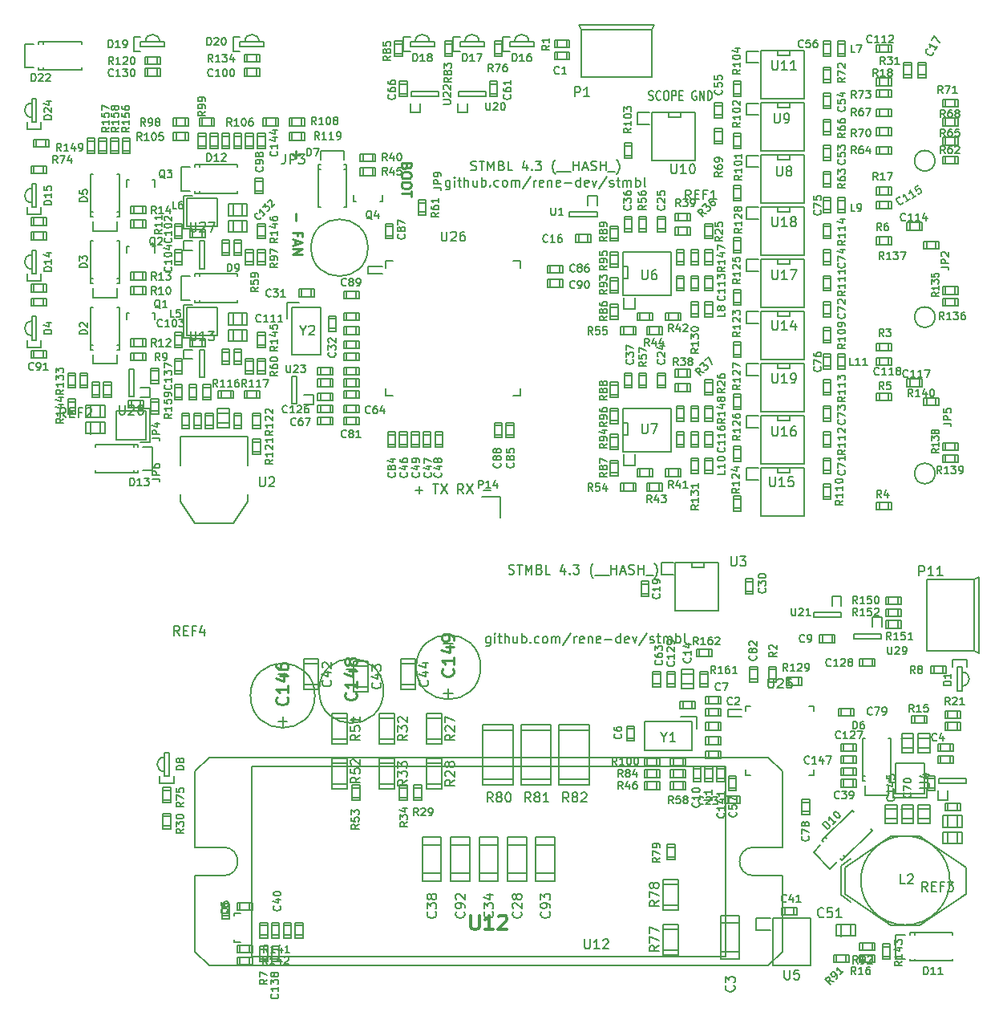
<source format=gbr>
G04 #@! TF.GenerationSoftware,KiCad,Pcbnew,(5.1.5)-3*
G04 #@! TF.CreationDate,2019-12-16T11:44:48+01:00*
G04 #@! TF.ProjectId,stmbl_4.0,73746d62-6c5f-4342-9e30-2e6b69636164,rev?*
G04 #@! TF.SameCoordinates,PXbcd3d80PY2f71ff0*
G04 #@! TF.FileFunction,Legend,Top*
G04 #@! TF.FilePolarity,Positive*
%FSLAX46Y46*%
G04 Gerber Fmt 4.6, Leading zero omitted, Abs format (unit mm)*
G04 Created by KiCad (PCBNEW (5.1.5)-3) date 2019-12-16 11:44:48*
%MOMM*%
%LPD*%
G04 APERTURE LIST*
%ADD10C,0.150000*%
%ADD11C,0.300000*%
%ADD12C,0.250000*%
%ADD13C,0.200000*%
%ADD14C,0.254000*%
%ADD15C,0.175000*%
G04 APERTURE END LIST*
D10*
X-73250000Y-67500000D02*
X-72250000Y-67500000D01*
X-66000000Y-67000000D02*
X-65000000Y-67000000D01*
X-55750000Y-64250000D02*
X-54750000Y-64250000D01*
X-55750000Y-69500000D02*
X-54750000Y-69500000D01*
X-55250000Y-69750000D02*
X-55250000Y-70000000D01*
X-55250000Y-69000000D02*
X-55250000Y-69750000D01*
X-65250000Y-72500000D02*
X-65250000Y-72000000D01*
X-65500000Y-72250000D02*
X-65000000Y-72250000D01*
X-73250000Y-72500000D02*
X-72250000Y-72500000D01*
X-72750000Y-72000000D02*
X-72750000Y-73000000D01*
D11*
X-52857143Y-92928571D02*
X-52857143Y-94142857D01*
X-52785715Y-94285714D01*
X-52714286Y-94357142D01*
X-52571429Y-94428571D01*
X-52285715Y-94428571D01*
X-52142858Y-94357142D01*
X-52071429Y-94285714D01*
X-52000000Y-94142857D01*
X-52000000Y-92928571D01*
X-50500000Y-94428571D02*
X-51357143Y-94428571D01*
X-50928572Y-94428571D02*
X-50928572Y-92928571D01*
X-51071429Y-93142857D01*
X-51214286Y-93285714D01*
X-51357143Y-93357142D01*
X-49928572Y-93071428D02*
X-49857143Y-93000000D01*
X-49714286Y-92928571D01*
X-49357143Y-92928571D01*
X-49214286Y-93000000D01*
X-49142858Y-93071428D01*
X-49071429Y-93214285D01*
X-49071429Y-93357142D01*
X-49142858Y-93571428D01*
X-50000000Y-94428571D01*
X-49071429Y-94428571D01*
D12*
X-71321429Y-12321428D02*
X-71321429Y-13083333D01*
X-71702381Y-12702380D02*
X-70940477Y-12702380D01*
X-71321429Y-18892857D02*
X-71321429Y-19654761D01*
X-71178572Y-21226190D02*
X-71178572Y-20892857D01*
X-71702381Y-20892857D02*
X-70702381Y-20892857D01*
X-70702381Y-21369047D01*
X-71416667Y-21702380D02*
X-71416667Y-22178571D01*
X-71702381Y-21607142D02*
X-70702381Y-21940476D01*
X-71702381Y-22273809D01*
X-71702381Y-22607142D02*
X-70702381Y-22607142D01*
X-71702381Y-23178571D01*
X-70702381Y-23178571D01*
D13*
X-48857143Y-56904761D02*
X-48714286Y-56952380D01*
X-48476191Y-56952380D01*
X-48380953Y-56904761D01*
X-48333334Y-56857142D01*
X-48285715Y-56761904D01*
X-48285715Y-56666666D01*
X-48333334Y-56571428D01*
X-48380953Y-56523809D01*
X-48476191Y-56476190D01*
X-48666667Y-56428571D01*
X-48761905Y-56380952D01*
X-48809524Y-56333333D01*
X-48857143Y-56238095D01*
X-48857143Y-56142857D01*
X-48809524Y-56047619D01*
X-48761905Y-56000000D01*
X-48666667Y-55952380D01*
X-48428572Y-55952380D01*
X-48285715Y-56000000D01*
X-48000000Y-55952380D02*
X-47428572Y-55952380D01*
X-47714286Y-56952380D02*
X-47714286Y-55952380D01*
X-47095239Y-56952380D02*
X-47095239Y-55952380D01*
X-46761905Y-56666666D01*
X-46428572Y-55952380D01*
X-46428572Y-56952380D01*
X-45619048Y-56428571D02*
X-45476191Y-56476190D01*
X-45428572Y-56523809D01*
X-45380953Y-56619047D01*
X-45380953Y-56761904D01*
X-45428572Y-56857142D01*
X-45476191Y-56904761D01*
X-45571429Y-56952380D01*
X-45952381Y-56952380D01*
X-45952381Y-55952380D01*
X-45619048Y-55952380D01*
X-45523810Y-56000000D01*
X-45476191Y-56047619D01*
X-45428572Y-56142857D01*
X-45428572Y-56238095D01*
X-45476191Y-56333333D01*
X-45523810Y-56380952D01*
X-45619048Y-56428571D01*
X-45952381Y-56428571D01*
X-44476191Y-56952380D02*
X-44952381Y-56952380D01*
X-44952381Y-55952380D01*
X-42952381Y-56285714D02*
X-42952381Y-56952380D01*
X-43190477Y-55904761D02*
X-43428572Y-56619047D01*
X-42809524Y-56619047D01*
X-42428572Y-56857142D02*
X-42380953Y-56904761D01*
X-42428572Y-56952380D01*
X-42476191Y-56904761D01*
X-42428572Y-56857142D01*
X-42428572Y-56952380D01*
X-42047620Y-55952380D02*
X-41428572Y-55952380D01*
X-41761905Y-56333333D01*
X-41619048Y-56333333D01*
X-41523810Y-56380952D01*
X-41476191Y-56428571D01*
X-41428572Y-56523809D01*
X-41428572Y-56761904D01*
X-41476191Y-56857142D01*
X-41523810Y-56904761D01*
X-41619048Y-56952380D01*
X-41904762Y-56952380D01*
X-42000000Y-56904761D01*
X-42047620Y-56857142D01*
X-39952381Y-57333333D02*
X-40000000Y-57285714D01*
X-40095239Y-57142857D01*
X-40142858Y-57047619D01*
X-40190477Y-56904761D01*
X-40238096Y-56666666D01*
X-40238096Y-56476190D01*
X-40190477Y-56238095D01*
X-40142858Y-56095238D01*
X-40095239Y-56000000D01*
X-40000000Y-55857142D01*
X-39952381Y-55809523D01*
X-39809524Y-57047619D02*
X-39047620Y-57047619D01*
X-39047620Y-57047619D02*
X-38285715Y-57047619D01*
X-38047620Y-56952380D02*
X-38047620Y-55952380D01*
X-38047620Y-56428571D02*
X-37476191Y-56428571D01*
X-37476191Y-56952380D02*
X-37476191Y-55952380D01*
X-37047620Y-56666666D02*
X-36571429Y-56666666D01*
X-37142858Y-56952380D02*
X-36809524Y-55952380D01*
X-36476191Y-56952380D01*
X-36190477Y-56904761D02*
X-36047620Y-56952380D01*
X-35809524Y-56952380D01*
X-35714286Y-56904761D01*
X-35666667Y-56857142D01*
X-35619048Y-56761904D01*
X-35619048Y-56666666D01*
X-35666667Y-56571428D01*
X-35714286Y-56523809D01*
X-35809524Y-56476190D01*
X-36000000Y-56428571D01*
X-36095239Y-56380952D01*
X-36142858Y-56333333D01*
X-36190477Y-56238095D01*
X-36190477Y-56142857D01*
X-36142858Y-56047619D01*
X-36095239Y-56000000D01*
X-36000000Y-55952380D01*
X-35761905Y-55952380D01*
X-35619048Y-56000000D01*
X-35190477Y-56952380D02*
X-35190477Y-55952380D01*
X-35190477Y-56428571D02*
X-34619048Y-56428571D01*
X-34619048Y-56952380D02*
X-34619048Y-55952380D01*
X-34380953Y-57047619D02*
X-33619048Y-57047619D01*
X-33476191Y-57333333D02*
X-33428572Y-57285714D01*
X-33333334Y-57142857D01*
X-33285715Y-57047619D01*
X-33238096Y-56904761D01*
X-33190477Y-56666666D01*
X-33190477Y-56476190D01*
X-33238096Y-56238095D01*
X-33285715Y-56095238D01*
X-33333334Y-56000000D01*
X-33428572Y-55857142D01*
X-33476191Y-55809523D01*
X-34083334Y-6904761D02*
X-33969048Y-6952380D01*
X-33778572Y-6952380D01*
X-33702381Y-6904761D01*
X-33664286Y-6857142D01*
X-33626191Y-6761904D01*
X-33626191Y-6666666D01*
X-33664286Y-6571428D01*
X-33702381Y-6523809D01*
X-33778572Y-6476190D01*
X-33930953Y-6428571D01*
X-34007143Y-6380952D01*
X-34045239Y-6333333D01*
X-34083334Y-6238095D01*
X-34083334Y-6142857D01*
X-34045239Y-6047619D01*
X-34007143Y-6000000D01*
X-33930953Y-5952380D01*
X-33740477Y-5952380D01*
X-33626191Y-6000000D01*
X-32826191Y-6857142D02*
X-32864286Y-6904761D01*
X-32978572Y-6952380D01*
X-33054762Y-6952380D01*
X-33169048Y-6904761D01*
X-33245239Y-6809523D01*
X-33283334Y-6714285D01*
X-33321429Y-6523809D01*
X-33321429Y-6380952D01*
X-33283334Y-6190476D01*
X-33245239Y-6095238D01*
X-33169048Y-6000000D01*
X-33054762Y-5952380D01*
X-32978572Y-5952380D01*
X-32864286Y-6000000D01*
X-32826191Y-6047619D01*
X-32330953Y-5952380D02*
X-32178572Y-5952380D01*
X-32102381Y-6000000D01*
X-32026191Y-6095238D01*
X-31988096Y-6285714D01*
X-31988096Y-6619047D01*
X-32026191Y-6809523D01*
X-32102381Y-6904761D01*
X-32178572Y-6952380D01*
X-32330953Y-6952380D01*
X-32407143Y-6904761D01*
X-32483334Y-6809523D01*
X-32521429Y-6619047D01*
X-32521429Y-6285714D01*
X-32483334Y-6095238D01*
X-32407143Y-6000000D01*
X-32330953Y-5952380D01*
X-31645239Y-6952380D02*
X-31645239Y-5952380D01*
X-31340477Y-5952380D01*
X-31264286Y-6000000D01*
X-31226191Y-6047619D01*
X-31188096Y-6142857D01*
X-31188096Y-6285714D01*
X-31226191Y-6380952D01*
X-31264286Y-6428571D01*
X-31340477Y-6476190D01*
X-31645239Y-6476190D01*
X-30845239Y-6428571D02*
X-30578572Y-6428571D01*
X-30464286Y-6952380D02*
X-30845239Y-6952380D01*
X-30845239Y-5952380D01*
X-30464286Y-5952380D01*
X-29092858Y-6000000D02*
X-29169048Y-5952380D01*
X-29283334Y-5952380D01*
X-29397620Y-6000000D01*
X-29473810Y-6095238D01*
X-29511905Y-6190476D01*
X-29550000Y-6380952D01*
X-29550000Y-6523809D01*
X-29511905Y-6714285D01*
X-29473810Y-6809523D01*
X-29397620Y-6904761D01*
X-29283334Y-6952380D01*
X-29207143Y-6952380D01*
X-29092858Y-6904761D01*
X-29054762Y-6857142D01*
X-29054762Y-6523809D01*
X-29207143Y-6523809D01*
X-28711905Y-6952380D02*
X-28711905Y-5952380D01*
X-28254762Y-6952380D01*
X-28254762Y-5952380D01*
X-27873810Y-6952380D02*
X-27873810Y-5952380D01*
X-27683334Y-5952380D01*
X-27569048Y-6000000D01*
X-27492858Y-6095238D01*
X-27454762Y-6190476D01*
X-27416667Y-6380952D01*
X-27416667Y-6523809D01*
X-27454762Y-6714285D01*
X-27492858Y-6809523D01*
X-27569048Y-6904761D01*
X-27683334Y-6952380D01*
X-27873810Y-6952380D01*
X-58726191Y-48071428D02*
X-57964286Y-48071428D01*
X-58345239Y-48452380D02*
X-58345239Y-47690476D01*
X-56869048Y-47452380D02*
X-56297620Y-47452380D01*
X-56583334Y-48452380D02*
X-56583334Y-47452380D01*
X-56059524Y-47452380D02*
X-55392858Y-48452380D01*
X-55392858Y-47452380D02*
X-56059524Y-48452380D01*
X-53678572Y-48452380D02*
X-54011905Y-47976190D01*
X-54250000Y-48452380D02*
X-54250000Y-47452380D01*
X-53869048Y-47452380D01*
X-53773810Y-47500000D01*
X-53726191Y-47547619D01*
X-53678572Y-47642857D01*
X-53678572Y-47785714D01*
X-53726191Y-47880952D01*
X-53773810Y-47928571D01*
X-53869048Y-47976190D01*
X-54250000Y-47976190D01*
X-53345239Y-47452380D02*
X-52678572Y-48452380D01*
X-52678572Y-47452380D02*
X-53345239Y-48452380D01*
X-51535715Y-48071428D02*
X-50773810Y-48071428D01*
D12*
X-59678572Y-13892857D02*
X-59726191Y-14035714D01*
X-59773810Y-14083333D01*
X-59869048Y-14130952D01*
X-60011905Y-14130952D01*
X-60107143Y-14083333D01*
X-60154762Y-14035714D01*
X-60202381Y-13940476D01*
X-60202381Y-13559523D01*
X-59202381Y-13559523D01*
X-59202381Y-13892857D01*
X-59250000Y-13988095D01*
X-59297620Y-14035714D01*
X-59392858Y-14083333D01*
X-59488096Y-14083333D01*
X-59583334Y-14035714D01*
X-59630953Y-13988095D01*
X-59678572Y-13892857D01*
X-59678572Y-13559523D01*
X-59202381Y-14750000D02*
X-59202381Y-14940476D01*
X-59250000Y-15035714D01*
X-59345239Y-15130952D01*
X-59535715Y-15178571D01*
X-59869048Y-15178571D01*
X-60059524Y-15130952D01*
X-60154762Y-15035714D01*
X-60202381Y-14940476D01*
X-60202381Y-14750000D01*
X-60154762Y-14654761D01*
X-60059524Y-14559523D01*
X-59869048Y-14511904D01*
X-59535715Y-14511904D01*
X-59345239Y-14559523D01*
X-59250000Y-14654761D01*
X-59202381Y-14750000D01*
X-59202381Y-15797619D02*
X-59202381Y-15988095D01*
X-59250000Y-16083333D01*
X-59345239Y-16178571D01*
X-59535715Y-16226190D01*
X-59869048Y-16226190D01*
X-60059524Y-16178571D01*
X-60154762Y-16083333D01*
X-60202381Y-15988095D01*
X-60202381Y-15797619D01*
X-60154762Y-15702380D01*
X-60059524Y-15607142D01*
X-59869048Y-15559523D01*
X-59535715Y-15559523D01*
X-59345239Y-15607142D01*
X-59250000Y-15702380D01*
X-59202381Y-15797619D01*
X-59202381Y-16511904D02*
X-59202381Y-17083333D01*
X-60202381Y-16797619D02*
X-59202381Y-16797619D01*
D13*
X-50821429Y-63535714D02*
X-50821429Y-64345238D01*
X-50869048Y-64440476D01*
X-50916667Y-64488095D01*
X-51011905Y-64535714D01*
X-51154762Y-64535714D01*
X-51250001Y-64488095D01*
X-50821429Y-64154761D02*
X-50916667Y-64202380D01*
X-51107143Y-64202380D01*
X-51202381Y-64154761D01*
X-51250001Y-64107142D01*
X-51297620Y-64011904D01*
X-51297620Y-63726190D01*
X-51250001Y-63630952D01*
X-51202381Y-63583333D01*
X-51107143Y-63535714D01*
X-50916667Y-63535714D01*
X-50821429Y-63583333D01*
X-50345239Y-64202380D02*
X-50345239Y-63535714D01*
X-50345239Y-63202380D02*
X-50392858Y-63250000D01*
X-50345239Y-63297619D01*
X-50297620Y-63250000D01*
X-50345239Y-63202380D01*
X-50345239Y-63297619D01*
X-50011905Y-63535714D02*
X-49630953Y-63535714D01*
X-49869048Y-63202380D02*
X-49869048Y-64059523D01*
X-49821429Y-64154761D01*
X-49726191Y-64202380D01*
X-49630953Y-64202380D01*
X-49297620Y-64202380D02*
X-49297620Y-63202380D01*
X-48869048Y-64202380D02*
X-48869048Y-63678571D01*
X-48916667Y-63583333D01*
X-49011905Y-63535714D01*
X-49154762Y-63535714D01*
X-49250001Y-63583333D01*
X-49297620Y-63630952D01*
X-47964286Y-63535714D02*
X-47964286Y-64202380D01*
X-48392858Y-63535714D02*
X-48392858Y-64059523D01*
X-48345239Y-64154761D01*
X-48250001Y-64202380D01*
X-48107143Y-64202380D01*
X-48011905Y-64154761D01*
X-47964286Y-64107142D01*
X-47488096Y-64202380D02*
X-47488096Y-63202380D01*
X-47488096Y-63583333D02*
X-47392858Y-63535714D01*
X-47202381Y-63535714D01*
X-47107143Y-63583333D01*
X-47059524Y-63630952D01*
X-47011905Y-63726190D01*
X-47011905Y-64011904D01*
X-47059524Y-64107142D01*
X-47107143Y-64154761D01*
X-47202381Y-64202380D01*
X-47392858Y-64202380D01*
X-47488096Y-64154761D01*
X-46583334Y-64107142D02*
X-46535715Y-64154761D01*
X-46583334Y-64202380D01*
X-46630953Y-64154761D01*
X-46583334Y-64107142D01*
X-46583334Y-64202380D01*
X-45678572Y-64154761D02*
X-45773810Y-64202380D01*
X-45964286Y-64202380D01*
X-46059524Y-64154761D01*
X-46107143Y-64107142D01*
X-46154762Y-64011904D01*
X-46154762Y-63726190D01*
X-46107143Y-63630952D01*
X-46059524Y-63583333D01*
X-45964286Y-63535714D01*
X-45773810Y-63535714D01*
X-45678572Y-63583333D01*
X-45107143Y-64202380D02*
X-45202381Y-64154761D01*
X-45250001Y-64107142D01*
X-45297620Y-64011904D01*
X-45297620Y-63726190D01*
X-45250001Y-63630952D01*
X-45202381Y-63583333D01*
X-45107143Y-63535714D01*
X-44964286Y-63535714D01*
X-44869048Y-63583333D01*
X-44821429Y-63630952D01*
X-44773810Y-63726190D01*
X-44773810Y-64011904D01*
X-44821429Y-64107142D01*
X-44869048Y-64154761D01*
X-44964286Y-64202380D01*
X-45107143Y-64202380D01*
X-44345239Y-64202380D02*
X-44345239Y-63535714D01*
X-44345239Y-63630952D02*
X-44297620Y-63583333D01*
X-44202381Y-63535714D01*
X-44059524Y-63535714D01*
X-43964286Y-63583333D01*
X-43916667Y-63678571D01*
X-43916667Y-64202380D01*
X-43916667Y-63678571D02*
X-43869048Y-63583333D01*
X-43773810Y-63535714D01*
X-43630953Y-63535714D01*
X-43535715Y-63583333D01*
X-43488096Y-63678571D01*
X-43488096Y-64202380D01*
X-42297620Y-63154761D02*
X-43154762Y-64440476D01*
X-41964286Y-64202380D02*
X-41964286Y-63535714D01*
X-41964286Y-63726190D02*
X-41916667Y-63630952D01*
X-41869048Y-63583333D01*
X-41773810Y-63535714D01*
X-41678572Y-63535714D01*
X-40964286Y-64154761D02*
X-41059524Y-64202380D01*
X-41250001Y-64202380D01*
X-41345239Y-64154761D01*
X-41392858Y-64059523D01*
X-41392858Y-63678571D01*
X-41345239Y-63583333D01*
X-41250001Y-63535714D01*
X-41059524Y-63535714D01*
X-40964286Y-63583333D01*
X-40916667Y-63678571D01*
X-40916667Y-63773809D01*
X-41392858Y-63869047D01*
X-40488096Y-63535714D02*
X-40488096Y-64202380D01*
X-40488096Y-63630952D02*
X-40440477Y-63583333D01*
X-40345239Y-63535714D01*
X-40202381Y-63535714D01*
X-40107143Y-63583333D01*
X-40059524Y-63678571D01*
X-40059524Y-64202380D01*
X-39202381Y-64154761D02*
X-39297620Y-64202380D01*
X-39488096Y-64202380D01*
X-39583334Y-64154761D01*
X-39630953Y-64059523D01*
X-39630953Y-63678571D01*
X-39583334Y-63583333D01*
X-39488096Y-63535714D01*
X-39297620Y-63535714D01*
X-39202381Y-63583333D01*
X-39154762Y-63678571D01*
X-39154762Y-63773809D01*
X-39630953Y-63869047D01*
X-38726191Y-63821428D02*
X-37964286Y-63821428D01*
X-37059524Y-64202380D02*
X-37059524Y-63202380D01*
X-37059524Y-64154761D02*
X-37154762Y-64202380D01*
X-37345239Y-64202380D01*
X-37440477Y-64154761D01*
X-37488096Y-64107142D01*
X-37535715Y-64011904D01*
X-37535715Y-63726190D01*
X-37488096Y-63630952D01*
X-37440477Y-63583333D01*
X-37345239Y-63535714D01*
X-37154762Y-63535714D01*
X-37059524Y-63583333D01*
X-36202381Y-64154761D02*
X-36297620Y-64202380D01*
X-36488096Y-64202380D01*
X-36583334Y-64154761D01*
X-36630953Y-64059523D01*
X-36630953Y-63678571D01*
X-36583334Y-63583333D01*
X-36488096Y-63535714D01*
X-36297620Y-63535714D01*
X-36202381Y-63583333D01*
X-36154762Y-63678571D01*
X-36154762Y-63773809D01*
X-36630953Y-63869047D01*
X-35821429Y-63535714D02*
X-35583334Y-64202380D01*
X-35345239Y-63535714D01*
X-34250001Y-63154761D02*
X-35107143Y-64440476D01*
X-33964286Y-64154761D02*
X-33869048Y-64202380D01*
X-33678572Y-64202380D01*
X-33583334Y-64154761D01*
X-33535715Y-64059523D01*
X-33535715Y-64011904D01*
X-33583334Y-63916666D01*
X-33678572Y-63869047D01*
X-33821429Y-63869047D01*
X-33916667Y-63821428D01*
X-33964286Y-63726190D01*
X-33964286Y-63678571D01*
X-33916667Y-63583333D01*
X-33821429Y-63535714D01*
X-33678572Y-63535714D01*
X-33583334Y-63583333D01*
X-33250001Y-63535714D02*
X-32869048Y-63535714D01*
X-33107143Y-63202380D02*
X-33107143Y-64059523D01*
X-33059524Y-64154761D01*
X-32964286Y-64202380D01*
X-32869048Y-64202380D01*
X-32535715Y-64202380D02*
X-32535715Y-63535714D01*
X-32535715Y-63630952D02*
X-32488096Y-63583333D01*
X-32392858Y-63535714D01*
X-32250001Y-63535714D01*
X-32154762Y-63583333D01*
X-32107143Y-63678571D01*
X-32107143Y-64202380D01*
X-32107143Y-63678571D02*
X-32059524Y-63583333D01*
X-31964286Y-63535714D01*
X-31821429Y-63535714D01*
X-31726191Y-63583333D01*
X-31678572Y-63678571D01*
X-31678572Y-64202380D01*
X-31202381Y-64202380D02*
X-31202381Y-63202380D01*
X-31202381Y-63583333D02*
X-31107143Y-63535714D01*
X-30916667Y-63535714D01*
X-30821429Y-63583333D01*
X-30773810Y-63630952D01*
X-30726191Y-63726190D01*
X-30726191Y-64011904D01*
X-30773810Y-64107142D01*
X-30821429Y-64154761D01*
X-30916667Y-64202380D01*
X-31107143Y-64202380D01*
X-31202381Y-64154761D01*
X-30154762Y-64202380D02*
X-30250001Y-64154761D01*
X-30297620Y-64059523D01*
X-30297620Y-63202380D01*
X-52857143Y-14304761D02*
X-52714286Y-14352380D01*
X-52476191Y-14352380D01*
X-52380953Y-14304761D01*
X-52333334Y-14257142D01*
X-52285715Y-14161904D01*
X-52285715Y-14066666D01*
X-52333334Y-13971428D01*
X-52380953Y-13923809D01*
X-52476191Y-13876190D01*
X-52666667Y-13828571D01*
X-52761905Y-13780952D01*
X-52809524Y-13733333D01*
X-52857143Y-13638095D01*
X-52857143Y-13542857D01*
X-52809524Y-13447619D01*
X-52761905Y-13400000D01*
X-52666667Y-13352380D01*
X-52428572Y-13352380D01*
X-52285715Y-13400000D01*
X-52000000Y-13352380D02*
X-51428572Y-13352380D01*
X-51714286Y-14352380D02*
X-51714286Y-13352380D01*
X-51095239Y-14352380D02*
X-51095239Y-13352380D01*
X-50761905Y-14066666D01*
X-50428572Y-13352380D01*
X-50428572Y-14352380D01*
X-49619048Y-13828571D02*
X-49476191Y-13876190D01*
X-49428572Y-13923809D01*
X-49380953Y-14019047D01*
X-49380953Y-14161904D01*
X-49428572Y-14257142D01*
X-49476191Y-14304761D01*
X-49571429Y-14352380D01*
X-49952381Y-14352380D01*
X-49952381Y-13352380D01*
X-49619048Y-13352380D01*
X-49523810Y-13400000D01*
X-49476191Y-13447619D01*
X-49428572Y-13542857D01*
X-49428572Y-13638095D01*
X-49476191Y-13733333D01*
X-49523810Y-13780952D01*
X-49619048Y-13828571D01*
X-49952381Y-13828571D01*
X-48476191Y-14352380D02*
X-48952381Y-14352380D01*
X-48952381Y-13352380D01*
X-46952381Y-13685714D02*
X-46952381Y-14352380D01*
X-47190477Y-13304761D02*
X-47428572Y-14019047D01*
X-46809524Y-14019047D01*
X-46428572Y-14257142D02*
X-46380953Y-14304761D01*
X-46428572Y-14352380D01*
X-46476191Y-14304761D01*
X-46428572Y-14257142D01*
X-46428572Y-14352380D01*
X-46047620Y-13352380D02*
X-45428572Y-13352380D01*
X-45761905Y-13733333D01*
X-45619048Y-13733333D01*
X-45523810Y-13780952D01*
X-45476191Y-13828571D01*
X-45428572Y-13923809D01*
X-45428572Y-14161904D01*
X-45476191Y-14257142D01*
X-45523810Y-14304761D01*
X-45619048Y-14352380D01*
X-45904762Y-14352380D01*
X-46000000Y-14304761D01*
X-46047620Y-14257142D01*
X-43952381Y-14733333D02*
X-44000000Y-14685714D01*
X-44095239Y-14542857D01*
X-44142858Y-14447619D01*
X-44190477Y-14304761D01*
X-44238096Y-14066666D01*
X-44238096Y-13876190D01*
X-44190477Y-13638095D01*
X-44142858Y-13495238D01*
X-44095239Y-13400000D01*
X-44000000Y-13257142D01*
X-43952381Y-13209523D01*
X-43809524Y-14447619D02*
X-43047620Y-14447619D01*
X-43047620Y-14447619D02*
X-42285715Y-14447619D01*
X-42047620Y-14352380D02*
X-42047620Y-13352380D01*
X-42047620Y-13828571D02*
X-41476191Y-13828571D01*
X-41476191Y-14352380D02*
X-41476191Y-13352380D01*
X-41047620Y-14066666D02*
X-40571429Y-14066666D01*
X-41142858Y-14352380D02*
X-40809524Y-13352380D01*
X-40476191Y-14352380D01*
X-40190477Y-14304761D02*
X-40047620Y-14352380D01*
X-39809524Y-14352380D01*
X-39714286Y-14304761D01*
X-39666667Y-14257142D01*
X-39619048Y-14161904D01*
X-39619048Y-14066666D01*
X-39666667Y-13971428D01*
X-39714286Y-13923809D01*
X-39809524Y-13876190D01*
X-40000000Y-13828571D01*
X-40095239Y-13780952D01*
X-40142858Y-13733333D01*
X-40190477Y-13638095D01*
X-40190477Y-13542857D01*
X-40142858Y-13447619D01*
X-40095239Y-13400000D01*
X-40000000Y-13352380D01*
X-39761905Y-13352380D01*
X-39619048Y-13400000D01*
X-39190477Y-14352380D02*
X-39190477Y-13352380D01*
X-39190477Y-13828571D02*
X-38619048Y-13828571D01*
X-38619048Y-14352380D02*
X-38619048Y-13352380D01*
X-38380953Y-14447619D02*
X-37619048Y-14447619D01*
X-37476191Y-14733333D02*
X-37428572Y-14685714D01*
X-37333334Y-14542857D01*
X-37285715Y-14447619D01*
X-37238096Y-14304761D01*
X-37190477Y-14066666D01*
X-37190477Y-13876190D01*
X-37238096Y-13638095D01*
X-37285715Y-13495238D01*
X-37333334Y-13400000D01*
X-37428572Y-13257142D01*
X-37476191Y-13209523D01*
X-55071429Y-15385714D02*
X-55071429Y-16195238D01*
X-55119048Y-16290476D01*
X-55166667Y-16338095D01*
X-55261905Y-16385714D01*
X-55404762Y-16385714D01*
X-55500001Y-16338095D01*
X-55071429Y-16004761D02*
X-55166667Y-16052380D01*
X-55357143Y-16052380D01*
X-55452381Y-16004761D01*
X-55500001Y-15957142D01*
X-55547620Y-15861904D01*
X-55547620Y-15576190D01*
X-55500001Y-15480952D01*
X-55452381Y-15433333D01*
X-55357143Y-15385714D01*
X-55166667Y-15385714D01*
X-55071429Y-15433333D01*
X-54595239Y-16052380D02*
X-54595239Y-15385714D01*
X-54595239Y-15052380D02*
X-54642858Y-15100000D01*
X-54595239Y-15147619D01*
X-54547620Y-15100000D01*
X-54595239Y-15052380D01*
X-54595239Y-15147619D01*
X-54261905Y-15385714D02*
X-53880953Y-15385714D01*
X-54119048Y-15052380D02*
X-54119048Y-15909523D01*
X-54071429Y-16004761D01*
X-53976191Y-16052380D01*
X-53880953Y-16052380D01*
X-53547620Y-16052380D02*
X-53547620Y-15052380D01*
X-53119048Y-16052380D02*
X-53119048Y-15528571D01*
X-53166667Y-15433333D01*
X-53261905Y-15385714D01*
X-53404762Y-15385714D01*
X-53500001Y-15433333D01*
X-53547620Y-15480952D01*
X-52214286Y-15385714D02*
X-52214286Y-16052380D01*
X-52642858Y-15385714D02*
X-52642858Y-15909523D01*
X-52595239Y-16004761D01*
X-52500001Y-16052380D01*
X-52357143Y-16052380D01*
X-52261905Y-16004761D01*
X-52214286Y-15957142D01*
X-51738096Y-16052380D02*
X-51738096Y-15052380D01*
X-51738096Y-15433333D02*
X-51642858Y-15385714D01*
X-51452381Y-15385714D01*
X-51357143Y-15433333D01*
X-51309524Y-15480952D01*
X-51261905Y-15576190D01*
X-51261905Y-15861904D01*
X-51309524Y-15957142D01*
X-51357143Y-16004761D01*
X-51452381Y-16052380D01*
X-51642858Y-16052380D01*
X-51738096Y-16004761D01*
X-50833334Y-15957142D02*
X-50785715Y-16004761D01*
X-50833334Y-16052380D01*
X-50880953Y-16004761D01*
X-50833334Y-15957142D01*
X-50833334Y-16052380D01*
X-49928572Y-16004761D02*
X-50023810Y-16052380D01*
X-50214286Y-16052380D01*
X-50309524Y-16004761D01*
X-50357143Y-15957142D01*
X-50404762Y-15861904D01*
X-50404762Y-15576190D01*
X-50357143Y-15480952D01*
X-50309524Y-15433333D01*
X-50214286Y-15385714D01*
X-50023810Y-15385714D01*
X-49928572Y-15433333D01*
X-49357143Y-16052380D02*
X-49452381Y-16004761D01*
X-49500001Y-15957142D01*
X-49547620Y-15861904D01*
X-49547620Y-15576190D01*
X-49500001Y-15480952D01*
X-49452381Y-15433333D01*
X-49357143Y-15385714D01*
X-49214286Y-15385714D01*
X-49119048Y-15433333D01*
X-49071429Y-15480952D01*
X-49023810Y-15576190D01*
X-49023810Y-15861904D01*
X-49071429Y-15957142D01*
X-49119048Y-16004761D01*
X-49214286Y-16052380D01*
X-49357143Y-16052380D01*
X-48595239Y-16052380D02*
X-48595239Y-15385714D01*
X-48595239Y-15480952D02*
X-48547620Y-15433333D01*
X-48452381Y-15385714D01*
X-48309524Y-15385714D01*
X-48214286Y-15433333D01*
X-48166667Y-15528571D01*
X-48166667Y-16052380D01*
X-48166667Y-15528571D02*
X-48119048Y-15433333D01*
X-48023810Y-15385714D01*
X-47880953Y-15385714D01*
X-47785715Y-15433333D01*
X-47738096Y-15528571D01*
X-47738096Y-16052380D01*
X-46547620Y-15004761D02*
X-47404762Y-16290476D01*
X-46214286Y-16052380D02*
X-46214286Y-15385714D01*
X-46214286Y-15576190D02*
X-46166667Y-15480952D01*
X-46119048Y-15433333D01*
X-46023810Y-15385714D01*
X-45928572Y-15385714D01*
X-45214286Y-16004761D02*
X-45309524Y-16052380D01*
X-45500001Y-16052380D01*
X-45595239Y-16004761D01*
X-45642858Y-15909523D01*
X-45642858Y-15528571D01*
X-45595239Y-15433333D01*
X-45500001Y-15385714D01*
X-45309524Y-15385714D01*
X-45214286Y-15433333D01*
X-45166667Y-15528571D01*
X-45166667Y-15623809D01*
X-45642858Y-15719047D01*
X-44738096Y-15385714D02*
X-44738096Y-16052380D01*
X-44738096Y-15480952D02*
X-44690477Y-15433333D01*
X-44595239Y-15385714D01*
X-44452381Y-15385714D01*
X-44357143Y-15433333D01*
X-44309524Y-15528571D01*
X-44309524Y-16052380D01*
X-43452381Y-16004761D02*
X-43547620Y-16052380D01*
X-43738096Y-16052380D01*
X-43833334Y-16004761D01*
X-43880953Y-15909523D01*
X-43880953Y-15528571D01*
X-43833334Y-15433333D01*
X-43738096Y-15385714D01*
X-43547620Y-15385714D01*
X-43452381Y-15433333D01*
X-43404762Y-15528571D01*
X-43404762Y-15623809D01*
X-43880953Y-15719047D01*
X-42976191Y-15671428D02*
X-42214286Y-15671428D01*
X-41309524Y-16052380D02*
X-41309524Y-15052380D01*
X-41309524Y-16004761D02*
X-41404762Y-16052380D01*
X-41595239Y-16052380D01*
X-41690477Y-16004761D01*
X-41738096Y-15957142D01*
X-41785715Y-15861904D01*
X-41785715Y-15576190D01*
X-41738096Y-15480952D01*
X-41690477Y-15433333D01*
X-41595239Y-15385714D01*
X-41404762Y-15385714D01*
X-41309524Y-15433333D01*
X-40452381Y-16004761D02*
X-40547620Y-16052380D01*
X-40738096Y-16052380D01*
X-40833334Y-16004761D01*
X-40880953Y-15909523D01*
X-40880953Y-15528571D01*
X-40833334Y-15433333D01*
X-40738096Y-15385714D01*
X-40547620Y-15385714D01*
X-40452381Y-15433333D01*
X-40404762Y-15528571D01*
X-40404762Y-15623809D01*
X-40880953Y-15719047D01*
X-40071429Y-15385714D02*
X-39833334Y-16052380D01*
X-39595239Y-15385714D01*
X-38500001Y-15004761D02*
X-39357143Y-16290476D01*
X-38214286Y-16004761D02*
X-38119048Y-16052380D01*
X-37928572Y-16052380D01*
X-37833334Y-16004761D01*
X-37785715Y-15909523D01*
X-37785715Y-15861904D01*
X-37833334Y-15766666D01*
X-37928572Y-15719047D01*
X-38071429Y-15719047D01*
X-38166667Y-15671428D01*
X-38214286Y-15576190D01*
X-38214286Y-15528571D01*
X-38166667Y-15433333D01*
X-38071429Y-15385714D01*
X-37928572Y-15385714D01*
X-37833334Y-15433333D01*
X-37500001Y-15385714D02*
X-37119048Y-15385714D01*
X-37357143Y-15052380D02*
X-37357143Y-15909523D01*
X-37309524Y-16004761D01*
X-37214286Y-16052380D01*
X-37119048Y-16052380D01*
X-36785715Y-16052380D02*
X-36785715Y-15385714D01*
X-36785715Y-15480952D02*
X-36738096Y-15433333D01*
X-36642858Y-15385714D01*
X-36500001Y-15385714D01*
X-36404762Y-15433333D01*
X-36357143Y-15528571D01*
X-36357143Y-16052380D01*
X-36357143Y-15528571D02*
X-36309524Y-15433333D01*
X-36214286Y-15385714D01*
X-36071429Y-15385714D01*
X-35976191Y-15433333D01*
X-35928572Y-15528571D01*
X-35928572Y-16052380D01*
X-35452381Y-16052380D02*
X-35452381Y-15052380D01*
X-35452381Y-15433333D02*
X-35357143Y-15385714D01*
X-35166667Y-15385714D01*
X-35071429Y-15433333D01*
X-35023810Y-15480952D01*
X-34976191Y-15576190D01*
X-34976191Y-15861904D01*
X-35023810Y-15957142D01*
X-35071429Y-16004761D01*
X-35166667Y-16052380D01*
X-35357143Y-16052380D01*
X-35452381Y-16004761D01*
X-34404762Y-16052380D02*
X-34500001Y-16004761D01*
X-34547620Y-15909523D01*
X-34547620Y-15052380D01*
D10*
X-58700000Y-65900000D02*
X-60300000Y-65900000D01*
X-60300000Y-65900000D02*
X-60300000Y-69100000D01*
X-60300000Y-69100000D02*
X-58700000Y-69100000D01*
X-58700000Y-69100000D02*
X-58700000Y-65900000D01*
X-58700000Y-66400000D02*
X-60300000Y-66400000D01*
X-58700000Y-68600000D02*
X-60300000Y-68600000D01*
X-63700000Y-66150000D02*
X-65300000Y-66150000D01*
X-65300000Y-66150000D02*
X-65300000Y-69350000D01*
X-65300000Y-69350000D02*
X-63700000Y-69350000D01*
X-63700000Y-69350000D02*
X-63700000Y-66150000D01*
X-63700000Y-66650000D02*
X-65300000Y-66650000D01*
X-63700000Y-68850000D02*
X-65300000Y-68850000D01*
X-68950000Y-65900000D02*
X-70550000Y-65900000D01*
X-70550000Y-65900000D02*
X-70550000Y-69100000D01*
X-70550000Y-69100000D02*
X-68950000Y-69100000D01*
X-68950000Y-69100000D02*
X-68950000Y-65900000D01*
X-68950000Y-66400000D02*
X-70550000Y-66400000D01*
X-68950000Y-68600000D02*
X-70550000Y-68600000D01*
D13*
X-51850000Y-66750000D02*
G75*
G03X-51850000Y-66750000I-3400000J0D01*
G01*
X-62100000Y-69250000D02*
G75*
G03X-62100000Y-69250000I-3400000J0D01*
G01*
X-69350000Y-69750000D02*
G75*
G03X-69350000Y-69750000I-3400000J0D01*
G01*
D10*
X-49750000Y-48750000D02*
X-51750000Y-48750000D01*
X-49750000Y-51000000D02*
X-49750000Y-48750000D01*
X-22750000Y-94500000D02*
X-21250000Y-94500000D01*
X-22750000Y-93250000D02*
X-22750000Y-94500000D01*
X-21250000Y-93250000D02*
X-22750000Y-93250000D01*
X-17000000Y-93250000D02*
X-21000000Y-93250000D01*
X-17000000Y-98250000D02*
X-17000000Y-93250000D01*
X-21000000Y-98250000D02*
X-17000000Y-98250000D01*
X-21000000Y-93250000D02*
X-21000000Y-98250000D01*
X-98750000Y-32250000D02*
X-98750000Y-29750000D01*
X-98750000Y-29750000D02*
X-99250000Y-29750000D01*
X-99250000Y-29750000D02*
X-99250000Y-32250000D01*
X-99250000Y-32250000D02*
X-98750000Y-32250000D01*
X-99250000Y-30250000D02*
G75*
G03X-99250000Y-31750000I0J-750000D01*
G01*
X-99750000Y-32250000D02*
X-99750000Y-33000000D01*
X-98250000Y-32250000D02*
X-98250000Y-33000000D01*
X-98250000Y-33000000D02*
X-99750000Y-33000000D01*
X-98750000Y-25250000D02*
X-98750000Y-22750000D01*
X-98750000Y-22750000D02*
X-99250000Y-22750000D01*
X-99250000Y-22750000D02*
X-99250000Y-25250000D01*
X-99250000Y-25250000D02*
X-98750000Y-25250000D01*
X-99250000Y-23250000D02*
G75*
G03X-99250000Y-24750000I0J-750000D01*
G01*
X-99750000Y-25250000D02*
X-99750000Y-26000000D01*
X-98250000Y-25250000D02*
X-98250000Y-26000000D01*
X-98250000Y-26000000D02*
X-99750000Y-26000000D01*
X-98750000Y-18250000D02*
X-98750000Y-15750000D01*
X-98750000Y-15750000D02*
X-99250000Y-15750000D01*
X-99250000Y-15750000D02*
X-99250000Y-18250000D01*
X-99250000Y-18250000D02*
X-98750000Y-18250000D01*
X-99250000Y-16250000D02*
G75*
G03X-99250000Y-17750000I0J-750000D01*
G01*
X-99750000Y-18250000D02*
X-99750000Y-19000000D01*
X-98250000Y-18250000D02*
X-98250000Y-19000000D01*
X-98250000Y-19000000D02*
X-99750000Y-19000000D01*
X-48750000Y-1250000D02*
X-46250000Y-1250000D01*
X-46250000Y-1250000D02*
X-46250000Y-750000D01*
X-46250000Y-750000D02*
X-48750000Y-750000D01*
X-48750000Y-750000D02*
X-48750000Y-1250000D01*
X-46750000Y-750000D02*
G75*
G03X-48250000Y-750000I-750000J0D01*
G01*
X-48750000Y-250000D02*
X-49500000Y-250000D01*
X-48750000Y-1750000D02*
X-49500000Y-1750000D01*
X-49500000Y-1750000D02*
X-49500000Y-250000D01*
X-54000000Y-1250000D02*
X-51500000Y-1250000D01*
X-51500000Y-1250000D02*
X-51500000Y-750000D01*
X-51500000Y-750000D02*
X-54000000Y-750000D01*
X-54000000Y-750000D02*
X-54000000Y-1250000D01*
X-52000000Y-750000D02*
G75*
G03X-53500000Y-750000I-750000J0D01*
G01*
X-54000000Y-250000D02*
X-54750000Y-250000D01*
X-54000000Y-1750000D02*
X-54750000Y-1750000D01*
X-54750000Y-1750000D02*
X-54750000Y-250000D01*
X-59250000Y-1250000D02*
X-56750000Y-1250000D01*
X-56750000Y-1250000D02*
X-56750000Y-750000D01*
X-56750000Y-750000D02*
X-59250000Y-750000D01*
X-59250000Y-750000D02*
X-59250000Y-1250000D01*
X-57250000Y-750000D02*
G75*
G03X-58750000Y-750000I-750000J0D01*
G01*
X-59250000Y-250000D02*
X-60000000Y-250000D01*
X-59250000Y-1750000D02*
X-60000000Y-1750000D01*
X-60000000Y-1750000D02*
X-60000000Y-250000D01*
X-87750000Y-1250000D02*
X-85250000Y-1250000D01*
X-85250000Y-1250000D02*
X-85250000Y-750000D01*
X-85250000Y-750000D02*
X-87750000Y-750000D01*
X-87750000Y-750000D02*
X-87750000Y-1250000D01*
X-85750000Y-750000D02*
G75*
G03X-87250000Y-750000I-750000J0D01*
G01*
X-87750000Y-250000D02*
X-88500000Y-250000D01*
X-87750000Y-1750000D02*
X-88500000Y-1750000D01*
X-88500000Y-1750000D02*
X-88500000Y-250000D01*
X-77250000Y-1250000D02*
X-74750000Y-1250000D01*
X-74750000Y-1250000D02*
X-74750000Y-750000D01*
X-74750000Y-750000D02*
X-77250000Y-750000D01*
X-77250000Y-750000D02*
X-77250000Y-1250000D01*
X-75250000Y-750000D02*
G75*
G03X-76750000Y-750000I-750000J0D01*
G01*
X-77250000Y-250000D02*
X-78000000Y-250000D01*
X-77250000Y-1750000D02*
X-78000000Y-1750000D01*
X-78000000Y-1750000D02*
X-78000000Y-250000D01*
X-98750000Y-9250000D02*
X-98750000Y-6750000D01*
X-98750000Y-6750000D02*
X-99250000Y-6750000D01*
X-99250000Y-6750000D02*
X-99250000Y-9250000D01*
X-99250000Y-9250000D02*
X-98750000Y-9250000D01*
X-99250000Y-7250000D02*
G75*
G03X-99250000Y-8750000I0J-750000D01*
G01*
X-99750000Y-9250000D02*
X-99750000Y-10000000D01*
X-98250000Y-9250000D02*
X-98250000Y-10000000D01*
X-98250000Y-10000000D02*
X-99750000Y-10000000D01*
X-1500000Y-66750000D02*
X-1500000Y-69250000D01*
X-1500000Y-69250000D02*
X-1000000Y-69250000D01*
X-1000000Y-69250000D02*
X-1000000Y-66750000D01*
X-1000000Y-66750000D02*
X-1500000Y-66750000D01*
X-1000000Y-68750000D02*
G75*
G03X-1000000Y-67250000I0J750000D01*
G01*
X-500000Y-66750000D02*
X-500000Y-66000000D01*
X-2000000Y-66750000D02*
X-2000000Y-66000000D01*
X-2000000Y-66000000D02*
X-500000Y-66000000D01*
X-84750000Y-78250000D02*
X-84750000Y-75750000D01*
X-84750000Y-75750000D02*
X-85250000Y-75750000D01*
X-85250000Y-75750000D02*
X-85250000Y-78250000D01*
X-85250000Y-78250000D02*
X-84750000Y-78250000D01*
X-85250000Y-76250000D02*
G75*
G03X-85250000Y-77750000I0J-750000D01*
G01*
X-85750000Y-78250000D02*
X-85750000Y-79000000D01*
X-84250000Y-78250000D02*
X-84250000Y-79000000D01*
X-84250000Y-79000000D02*
X-85750000Y-79000000D01*
X-48400000Y-72825000D02*
X-51600000Y-72825000D01*
X-51600000Y-72825000D02*
X-51600000Y-79175000D01*
X-51600000Y-79175000D02*
X-48400000Y-79175000D01*
X-48400000Y-79175000D02*
X-48400000Y-72825000D01*
X-48400000Y-73425000D02*
X-51600000Y-73425000D01*
X-51600000Y-78575000D02*
X-48400000Y-78575000D01*
X-40400000Y-72825000D02*
X-43600000Y-72825000D01*
X-43600000Y-72825000D02*
X-43600000Y-79175000D01*
X-43600000Y-79175000D02*
X-40400000Y-79175000D01*
X-40400000Y-79175000D02*
X-40400000Y-72825000D01*
X-40400000Y-73425000D02*
X-43600000Y-73425000D01*
X-43600000Y-78575000D02*
X-40400000Y-78575000D01*
X-44400000Y-72825000D02*
X-47600000Y-72825000D01*
X-47600000Y-72825000D02*
X-47600000Y-79175000D01*
X-47600000Y-79175000D02*
X-44400000Y-79175000D01*
X-44400000Y-79175000D02*
X-44400000Y-72825000D01*
X-44400000Y-73425000D02*
X-47600000Y-73425000D01*
X-47600000Y-78575000D02*
X-44400000Y-78575000D01*
X-83556000Y-49286000D02*
X-83556000Y-48524000D01*
X-82032000Y-51572000D02*
X-83556000Y-49286000D01*
X-77968000Y-51572000D02*
X-82032000Y-51572000D01*
X-76444000Y-49286000D02*
X-77968000Y-51572000D01*
X-76444000Y-48524000D02*
X-76444000Y-49286000D01*
X-83556000Y-42428000D02*
X-83556000Y-45476000D01*
X-76444000Y-42428000D02*
X-83556000Y-42428000D01*
X-76444000Y-45476000D02*
X-76444000Y-42428000D01*
X-47625000Y-23875000D02*
X-48385000Y-23875000D01*
X-47625000Y-38125000D02*
X-48385000Y-38125000D01*
X-61875000Y-38125000D02*
X-61115000Y-38125000D01*
X-61875000Y-23875000D02*
X-61115000Y-23875000D01*
X-61875000Y-38125000D02*
X-61875000Y-37365000D01*
X-47625000Y-38125000D02*
X-47625000Y-37365000D01*
X-47625000Y-23875000D02*
X-47625000Y-24635000D01*
X-61875000Y-23875000D02*
X-61875000Y-24635000D01*
X-62250000Y-24500000D02*
X-63750000Y-24500000D01*
X-63750000Y-24500000D02*
X-63750000Y-25250000D01*
X-63750000Y-25250000D02*
X-62250000Y-25250000D01*
X-9550000Y-63250000D02*
X-12450000Y-63250000D01*
X-12450000Y-63250000D02*
X-12450000Y-63750000D01*
X-12450000Y-63750000D02*
X-9550000Y-63750000D01*
X-9550000Y-63750000D02*
X-9550000Y-63250000D01*
X-9500000Y-62500000D02*
X-9500000Y-61500000D01*
X-9500000Y-61500000D02*
X-10500000Y-61500000D01*
X-10500000Y-61500000D02*
X-10500000Y-62500000D01*
X-71250000Y-38950000D02*
X-71250000Y-36050000D01*
X-71250000Y-36050000D02*
X-71750000Y-36050000D01*
X-71750000Y-36050000D02*
X-71750000Y-38950000D01*
X-71750000Y-38950000D02*
X-71250000Y-38950000D01*
X-70500000Y-39000000D02*
X-69500000Y-39000000D01*
X-69500000Y-39000000D02*
X-69500000Y-38000000D01*
X-69500000Y-38000000D02*
X-70500000Y-38000000D01*
X-59200000Y-6500000D02*
X-56300000Y-6500000D01*
X-56300000Y-6500000D02*
X-56300000Y-6000000D01*
X-56300000Y-6000000D02*
X-59200000Y-6000000D01*
X-59200000Y-6000000D02*
X-59200000Y-6500000D01*
X-59250000Y-7250000D02*
X-59250000Y-8250000D01*
X-59250000Y-8250000D02*
X-58250000Y-8250000D01*
X-58250000Y-8250000D02*
X-58250000Y-7250000D01*
X-13800000Y-61000000D02*
X-16700000Y-61000000D01*
X-16700000Y-61000000D02*
X-16700000Y-61500000D01*
X-16700000Y-61500000D02*
X-13800000Y-61500000D01*
X-13800000Y-61500000D02*
X-13800000Y-61000000D01*
X-13750000Y-60250000D02*
X-13750000Y-59250000D01*
X-13750000Y-59250000D02*
X-14750000Y-59250000D01*
X-14750000Y-59250000D02*
X-14750000Y-60250000D01*
X-54200000Y-6500000D02*
X-51300000Y-6500000D01*
X-51300000Y-6500000D02*
X-51300000Y-6000000D01*
X-51300000Y-6000000D02*
X-54200000Y-6000000D01*
X-54200000Y-6000000D02*
X-54200000Y-6500000D01*
X-54250000Y-7250000D02*
X-54250000Y-8250000D01*
X-54250000Y-8250000D02*
X-53250000Y-8250000D01*
X-53250000Y-8250000D02*
X-53250000Y-7250000D01*
X-39550000Y-18750000D02*
X-42450000Y-18750000D01*
X-42450000Y-18750000D02*
X-42450000Y-19250000D01*
X-42450000Y-19250000D02*
X-39550000Y-19250000D01*
X-39550000Y-19250000D02*
X-39550000Y-18750000D01*
X-39500000Y-18000000D02*
X-39500000Y-17000000D01*
X-39500000Y-17000000D02*
X-40500000Y-17000000D01*
X-40500000Y-17000000D02*
X-40500000Y-18000000D01*
X-3450000Y-79000000D02*
X-550000Y-79000000D01*
X-550000Y-79000000D02*
X-550000Y-78500000D01*
X-550000Y-78500000D02*
X-3450000Y-78500000D01*
X-3450000Y-78500000D02*
X-3450000Y-79000000D01*
X-3500000Y-79750000D02*
X-3500000Y-80750000D01*
X-3500000Y-80750000D02*
X-2500000Y-80750000D01*
X-2500000Y-80750000D02*
X-2500000Y-79750000D01*
X-81500000Y-33300000D02*
X-81500000Y-36200000D01*
X-81500000Y-36200000D02*
X-81000000Y-36200000D01*
X-81000000Y-36200000D02*
X-81000000Y-33300000D01*
X-81000000Y-33300000D02*
X-81500000Y-33300000D01*
X-82250000Y-33250000D02*
X-83250000Y-33250000D01*
X-83250000Y-33250000D02*
X-83250000Y-34250000D01*
X-83250000Y-34250000D02*
X-82250000Y-34250000D01*
X-81500000Y-21800000D02*
X-81500000Y-24700000D01*
X-81500000Y-24700000D02*
X-81000000Y-24700000D01*
X-81000000Y-24700000D02*
X-81000000Y-21800000D01*
X-81000000Y-21800000D02*
X-81500000Y-21800000D01*
X-82250000Y-21750000D02*
X-83250000Y-21750000D01*
X-83250000Y-21750000D02*
X-83250000Y-22750000D01*
X-83250000Y-22750000D02*
X-82250000Y-22750000D01*
X-88500000Y-38200000D02*
X-88500000Y-35300000D01*
X-88500000Y-35300000D02*
X-89000000Y-35300000D01*
X-89000000Y-35300000D02*
X-89000000Y-38200000D01*
X-89000000Y-38200000D02*
X-88500000Y-38200000D01*
X-87750000Y-38250000D02*
X-86750000Y-38250000D01*
X-86750000Y-38250000D02*
X-86750000Y-37250000D01*
X-86750000Y-37250000D02*
X-87750000Y-37250000D01*
X-2300000Y-89250000D02*
G75*
G03X-2300000Y-89250000I-4700000J0D01*
G01*
X-13400000Y-87850000D02*
X-13400000Y-90650000D01*
X-13400000Y-90650000D02*
X-8500000Y-93950000D01*
X-8500000Y-93950000D02*
X-5500000Y-93950000D01*
X-5500000Y-93950000D02*
X-600000Y-90650000D01*
X-600000Y-90650000D02*
X-600000Y-87850000D01*
X-600000Y-87850000D02*
X-5500000Y-84550000D01*
X-5500000Y-84550000D02*
X-8500000Y-84550000D01*
X-8500000Y-84550000D02*
X-13400000Y-87850000D01*
X-12750000Y-87000000D02*
X-13750000Y-87750000D01*
X-13750000Y-87750000D02*
X-13750000Y-90750000D01*
X-13750000Y-90750000D02*
X-12750000Y-91500000D01*
X-82850000Y-31750000D02*
X-79650000Y-31750000D01*
X-79650000Y-31750000D02*
X-79650000Y-28750000D01*
X-79650000Y-28750000D02*
X-82850000Y-28750000D01*
X-82850000Y-28750000D02*
X-82850000Y-31750000D01*
X-82250000Y-28500000D02*
X-83250000Y-28500000D01*
X-83250000Y-28500000D02*
X-83250000Y-32000000D01*
X-83250000Y-32000000D02*
X-82250000Y-32000000D01*
X-82850000Y-20250000D02*
X-79650000Y-20250000D01*
X-79650000Y-20250000D02*
X-79650000Y-17250000D01*
X-79650000Y-17250000D02*
X-82850000Y-17250000D01*
X-82850000Y-17250000D02*
X-82850000Y-20250000D01*
X-82250000Y-17000000D02*
X-83250000Y-17000000D01*
X-83250000Y-17000000D02*
X-83250000Y-20500000D01*
X-83250000Y-20500000D02*
X-82250000Y-20500000D01*
X-87150000Y-39750000D02*
X-90350000Y-39750000D01*
X-90350000Y-39750000D02*
X-90350000Y-42750000D01*
X-90350000Y-42750000D02*
X-87150000Y-42750000D01*
X-87150000Y-42750000D02*
X-87150000Y-39750000D01*
X-87750000Y-43000000D02*
X-86750000Y-43000000D01*
X-86750000Y-43000000D02*
X-86750000Y-39500000D01*
X-86750000Y-39500000D02*
X-87750000Y-39500000D01*
X-5000000Y-80100000D02*
X-5000000Y-76900000D01*
X-5000000Y-76900000D02*
X-8000000Y-76900000D01*
X-8000000Y-76900000D02*
X-8000000Y-80100000D01*
X-8000000Y-80100000D02*
X-5000000Y-80100000D01*
X-8250000Y-79500000D02*
X-8250000Y-80500000D01*
X-8250000Y-80500000D02*
X-4750000Y-80500000D01*
X-4750000Y-80500000D02*
X-4750000Y-79500000D01*
X-71750000Y-28750000D02*
X-68750000Y-28750000D01*
X-68750000Y-28750000D02*
X-68750000Y-33750000D01*
X-68750000Y-33750000D02*
X-71750000Y-33750000D01*
X-71750000Y-33750000D02*
X-71750000Y-28750000D01*
X-71000000Y-28250000D02*
X-72250000Y-28250000D01*
X-72250000Y-28250000D02*
X-72250000Y-30000000D01*
X-29500000Y-72500000D02*
X-29500000Y-75500000D01*
X-29500000Y-75500000D02*
X-34500000Y-75500000D01*
X-34500000Y-75500000D02*
X-34500000Y-72500000D01*
X-34500000Y-72500000D02*
X-29500000Y-72500000D01*
X-29000000Y-73250000D02*
X-29000000Y-72000000D01*
X-29000000Y-72000000D02*
X-30750000Y-72000000D01*
X-86450840Y-15349760D02*
X-86499100Y-15349760D01*
X-89249820Y-16050800D02*
X-89249820Y-15349760D01*
X-89249820Y-15349760D02*
X-89000900Y-15349760D01*
X-86450840Y-15349760D02*
X-86250180Y-15349760D01*
X-86250180Y-15349760D02*
X-86250180Y-16050800D01*
X-86450840Y-29349760D02*
X-86499100Y-29349760D01*
X-89249820Y-30050800D02*
X-89249820Y-29349760D01*
X-89249820Y-29349760D02*
X-89000900Y-29349760D01*
X-86450840Y-29349760D02*
X-86250180Y-29349760D01*
X-86250180Y-29349760D02*
X-86250180Y-30050800D01*
X-86450840Y-22349760D02*
X-86499100Y-22349760D01*
X-89249820Y-23050800D02*
X-89249820Y-22349760D01*
X-89249820Y-22349760D02*
X-89000900Y-22349760D01*
X-86450840Y-22349760D02*
X-86250180Y-22349760D01*
X-86250180Y-22349760D02*
X-86250180Y-23050800D01*
X-65049160Y-17650240D02*
X-65000900Y-17650240D01*
X-62250180Y-16949200D02*
X-62250180Y-17650240D01*
X-62250180Y-17650240D02*
X-62499100Y-17650240D01*
X-65049160Y-17650240D02*
X-65249820Y-17650240D01*
X-65249820Y-17650240D02*
X-65249820Y-16949200D01*
X-15284812Y-84853553D02*
X-15461589Y-84676777D01*
X-15638366Y-85207107D02*
X-15815142Y-85030330D01*
X-13693822Y-87151650D02*
X-13870599Y-86974874D01*
X-15815142Y-85030330D02*
X-12633162Y-81848350D01*
X-13693822Y-87151650D02*
X-10511842Y-83969670D01*
X-12456385Y-82025126D02*
X-12633162Y-81848350D01*
X-10511842Y-83969670D02*
X-10688618Y-83792893D01*
X-13340269Y-86798097D02*
X-13517045Y-86621320D01*
X-15991919Y-85560660D02*
X-16699026Y-86267767D01*
X-16699026Y-86267767D02*
X-14931259Y-88035534D01*
X-14931259Y-88035534D02*
X-14224152Y-87328427D01*
X-6000000Y-95000000D02*
X-6000000Y-94750000D01*
X-6500000Y-95000000D02*
X-6500000Y-94750000D01*
X-6500000Y-97750000D02*
X-6500000Y-97500000D01*
X-6500000Y-94750000D02*
X-2000000Y-94750000D01*
X-6500000Y-97750000D02*
X-2000000Y-97750000D01*
X-2000000Y-95000000D02*
X-2000000Y-94750000D01*
X-2000000Y-97750000D02*
X-2000000Y-97500000D01*
X-6000000Y-97750000D02*
X-6000000Y-97500000D01*
X-7000000Y-95000000D02*
X-8000000Y-95000000D01*
X-8000000Y-95000000D02*
X-8000000Y-97500000D01*
X-8000000Y-97500000D02*
X-7000000Y-97500000D01*
X-11250000Y-78250000D02*
X-11500000Y-78250000D01*
X-11250000Y-78750000D02*
X-11500000Y-78750000D01*
X-8500000Y-78750000D02*
X-8750000Y-78750000D01*
X-11500000Y-78750000D02*
X-11500000Y-74250000D01*
X-8500000Y-78750000D02*
X-8500000Y-74250000D01*
X-11250000Y-74250000D02*
X-11500000Y-74250000D01*
X-8500000Y-74250000D02*
X-8750000Y-74250000D01*
X-8500000Y-78250000D02*
X-8750000Y-78250000D01*
X-11250000Y-79250000D02*
X-11250000Y-80250000D01*
X-11250000Y-80250000D02*
X-8750000Y-80250000D01*
X-8750000Y-80250000D02*
X-8750000Y-79250000D01*
X-81500000Y-25500000D02*
X-81500000Y-25250000D01*
X-82000000Y-25500000D02*
X-82000000Y-25250000D01*
X-82000000Y-28250000D02*
X-82000000Y-28000000D01*
X-82000000Y-25250000D02*
X-77500000Y-25250000D01*
X-82000000Y-28250000D02*
X-77500000Y-28250000D01*
X-77500000Y-25500000D02*
X-77500000Y-25250000D01*
X-77500000Y-28250000D02*
X-77500000Y-28000000D01*
X-81500000Y-28250000D02*
X-81500000Y-28000000D01*
X-82500000Y-25500000D02*
X-83500000Y-25500000D01*
X-83500000Y-25500000D02*
X-83500000Y-28000000D01*
X-83500000Y-28000000D02*
X-82500000Y-28000000D01*
X-81500000Y-14000000D02*
X-81500000Y-13750000D01*
X-82000000Y-14000000D02*
X-82000000Y-13750000D01*
X-82000000Y-16750000D02*
X-82000000Y-16500000D01*
X-82000000Y-13750000D02*
X-77500000Y-13750000D01*
X-82000000Y-16750000D02*
X-77500000Y-16750000D01*
X-77500000Y-14000000D02*
X-77500000Y-13750000D01*
X-77500000Y-16750000D02*
X-77500000Y-16500000D01*
X-81500000Y-16750000D02*
X-81500000Y-16500000D01*
X-82500000Y-14000000D02*
X-83500000Y-14000000D01*
X-83500000Y-14000000D02*
X-83500000Y-16500000D01*
X-83500000Y-16500000D02*
X-82500000Y-16500000D01*
X-88500000Y-46000000D02*
X-88500000Y-46250000D01*
X-88000000Y-46000000D02*
X-88000000Y-46250000D01*
X-88000000Y-43250000D02*
X-88000000Y-43500000D01*
X-88000000Y-46250000D02*
X-92500000Y-46250000D01*
X-88000000Y-43250000D02*
X-92500000Y-43250000D01*
X-92500000Y-46000000D02*
X-92500000Y-46250000D01*
X-92500000Y-43250000D02*
X-92500000Y-43500000D01*
X-88500000Y-43250000D02*
X-88500000Y-43500000D01*
X-87500000Y-46000000D02*
X-86500000Y-46000000D01*
X-86500000Y-46000000D02*
X-86500000Y-43500000D01*
X-86500000Y-43500000D02*
X-87500000Y-43500000D01*
X-92750000Y-32750000D02*
X-93000000Y-32750000D01*
X-92750000Y-33250000D02*
X-93000000Y-33250000D01*
X-90000000Y-33250000D02*
X-90250000Y-33250000D01*
X-93000000Y-33250000D02*
X-93000000Y-28750000D01*
X-90000000Y-33250000D02*
X-90000000Y-28750000D01*
X-92750000Y-28750000D02*
X-93000000Y-28750000D01*
X-90000000Y-28750000D02*
X-90250000Y-28750000D01*
X-90000000Y-32750000D02*
X-90250000Y-32750000D01*
X-92750000Y-33750000D02*
X-92750000Y-34750000D01*
X-92750000Y-34750000D02*
X-90250000Y-34750000D01*
X-90250000Y-34750000D02*
X-90250000Y-33750000D01*
X-92750000Y-25750000D02*
X-93000000Y-25750000D01*
X-92750000Y-26250000D02*
X-93000000Y-26250000D01*
X-90000000Y-26250000D02*
X-90250000Y-26250000D01*
X-93000000Y-26250000D02*
X-93000000Y-21750000D01*
X-90000000Y-26250000D02*
X-90000000Y-21750000D01*
X-92750000Y-21750000D02*
X-93000000Y-21750000D01*
X-90000000Y-21750000D02*
X-90250000Y-21750000D01*
X-90000000Y-25750000D02*
X-90250000Y-25750000D01*
X-92750000Y-26750000D02*
X-92750000Y-27750000D01*
X-92750000Y-27750000D02*
X-90250000Y-27750000D01*
X-90250000Y-27750000D02*
X-90250000Y-26750000D01*
X-92750000Y-18750000D02*
X-93000000Y-18750000D01*
X-92750000Y-19250000D02*
X-93000000Y-19250000D01*
X-90000000Y-19250000D02*
X-90250000Y-19250000D01*
X-93000000Y-19250000D02*
X-93000000Y-14750000D01*
X-90000000Y-19250000D02*
X-90000000Y-14750000D01*
X-92750000Y-14750000D02*
X-93000000Y-14750000D01*
X-90000000Y-14750000D02*
X-90250000Y-14750000D01*
X-90000000Y-18750000D02*
X-90250000Y-18750000D01*
X-92750000Y-19750000D02*
X-92750000Y-20750000D01*
X-92750000Y-20750000D02*
X-90250000Y-20750000D01*
X-90250000Y-20750000D02*
X-90250000Y-19750000D01*
X-66250000Y-14250000D02*
X-66000000Y-14250000D01*
X-66250000Y-13750000D02*
X-66000000Y-13750000D01*
X-69000000Y-13750000D02*
X-68750000Y-13750000D01*
X-66000000Y-13750000D02*
X-66000000Y-18250000D01*
X-69000000Y-13750000D02*
X-69000000Y-18250000D01*
X-66250000Y-18250000D02*
X-66000000Y-18250000D01*
X-69000000Y-18250000D02*
X-68750000Y-18250000D01*
X-69000000Y-14250000D02*
X-68750000Y-14250000D01*
X-66250000Y-13250000D02*
X-66250000Y-12250000D01*
X-66250000Y-12250000D02*
X-68750000Y-12250000D01*
X-68750000Y-12250000D02*
X-68750000Y-13250000D01*
X-98000000Y-1000000D02*
X-98000000Y-750000D01*
X-98500000Y-1000000D02*
X-98500000Y-750000D01*
X-98500000Y-3750000D02*
X-98500000Y-3500000D01*
X-98500000Y-750000D02*
X-94000000Y-750000D01*
X-98500000Y-3750000D02*
X-94000000Y-3750000D01*
X-94000000Y-1000000D02*
X-94000000Y-750000D01*
X-94000000Y-3750000D02*
X-94000000Y-3500000D01*
X-98000000Y-3750000D02*
X-98000000Y-3500000D01*
X-99000000Y-1000000D02*
X-100000000Y-1000000D01*
X-100000000Y-1000000D02*
X-100000000Y-3500000D01*
X-100000000Y-3500000D02*
X-99000000Y-3500000D01*
X-20508000Y-7718000D02*
X-20508000Y-7210000D01*
X-19238000Y-7718000D02*
X-20508000Y-7718000D01*
X-19238000Y-7210000D02*
X-19238000Y-7718000D01*
X-22286000Y-7210000D02*
X-17714000Y-7210000D01*
X-22286000Y-12290000D02*
X-22286000Y-7210000D01*
X-17714000Y-12290000D02*
X-22286000Y-12290000D01*
X-17714000Y-7210000D02*
X-17714000Y-12290000D01*
X-23750000Y-7250000D02*
X-22500000Y-7250000D01*
X-22500000Y-8500000D02*
X-23750000Y-8500000D01*
X-23750000Y-8500000D02*
X-23750000Y-7250000D01*
X-20508000Y-24218000D02*
X-20508000Y-23710000D01*
X-19238000Y-24218000D02*
X-20508000Y-24218000D01*
X-19238000Y-23710000D02*
X-19238000Y-24218000D01*
X-22286000Y-23710000D02*
X-17714000Y-23710000D01*
X-22286000Y-28790000D02*
X-22286000Y-23710000D01*
X-17714000Y-28790000D02*
X-22286000Y-28790000D01*
X-17714000Y-23710000D02*
X-17714000Y-28790000D01*
X-23750000Y-23750000D02*
X-22500000Y-23750000D01*
X-22500000Y-25000000D02*
X-23750000Y-25000000D01*
X-23750000Y-25000000D02*
X-23750000Y-23750000D01*
X-29508000Y-56218000D02*
X-29508000Y-55710000D01*
X-28238000Y-56218000D02*
X-29508000Y-56218000D01*
X-28238000Y-55710000D02*
X-28238000Y-56218000D01*
X-31286000Y-55710000D02*
X-26714000Y-55710000D01*
X-31286000Y-60790000D02*
X-31286000Y-55710000D01*
X-26714000Y-60790000D02*
X-31286000Y-60790000D01*
X-26714000Y-55710000D02*
X-26714000Y-60790000D01*
X-32750000Y-55750000D02*
X-31500000Y-55750000D01*
X-31500000Y-57000000D02*
X-32750000Y-57000000D01*
X-32750000Y-57000000D02*
X-32750000Y-55750000D01*
X-36282000Y-25758000D02*
X-36790000Y-25758000D01*
X-36282000Y-24488000D02*
X-36282000Y-25758000D01*
X-36790000Y-24488000D02*
X-36282000Y-24488000D01*
X-36790000Y-27536000D02*
X-36790000Y-22964000D01*
X-31710000Y-27536000D02*
X-36790000Y-27536000D01*
X-31710000Y-22964000D02*
X-31710000Y-27536000D01*
X-36790000Y-22964000D02*
X-31710000Y-22964000D01*
X-36750000Y-29000000D02*
X-36750000Y-27750000D01*
X-35500000Y-27750000D02*
X-35500000Y-29000000D01*
X-35500000Y-29000000D02*
X-36750000Y-29000000D01*
X-36282000Y-42258000D02*
X-36790000Y-42258000D01*
X-36282000Y-40988000D02*
X-36282000Y-42258000D01*
X-36790000Y-40988000D02*
X-36282000Y-40988000D01*
X-36790000Y-44036000D02*
X-36790000Y-39464000D01*
X-31710000Y-44036000D02*
X-36790000Y-44036000D01*
X-31710000Y-39464000D02*
X-31710000Y-44036000D01*
X-36790000Y-39464000D02*
X-31710000Y-39464000D01*
X-36750000Y-45500000D02*
X-36750000Y-44250000D01*
X-35500000Y-44250000D02*
X-35500000Y-45500000D01*
X-35500000Y-45500000D02*
X-36750000Y-45500000D01*
X-20508000Y-13218000D02*
X-20508000Y-12710000D01*
X-19238000Y-13218000D02*
X-20508000Y-13218000D01*
X-19238000Y-12710000D02*
X-19238000Y-13218000D01*
X-22286000Y-12710000D02*
X-17714000Y-12710000D01*
X-22286000Y-17790000D02*
X-22286000Y-12710000D01*
X-17714000Y-17790000D02*
X-22286000Y-17790000D01*
X-17714000Y-12710000D02*
X-17714000Y-17790000D01*
X-23750000Y-12750000D02*
X-22500000Y-12750000D01*
X-22500000Y-14000000D02*
X-23750000Y-14000000D01*
X-23750000Y-14000000D02*
X-23750000Y-12750000D01*
X-32008000Y-8718000D02*
X-32008000Y-8210000D01*
X-30738000Y-8718000D02*
X-32008000Y-8718000D01*
X-30738000Y-8210000D02*
X-30738000Y-8718000D01*
X-33786000Y-8210000D02*
X-29214000Y-8210000D01*
X-33786000Y-13290000D02*
X-33786000Y-8210000D01*
X-29214000Y-13290000D02*
X-33786000Y-13290000D01*
X-29214000Y-8210000D02*
X-29214000Y-13290000D01*
X-35250000Y-8250000D02*
X-34000000Y-8250000D01*
X-34000000Y-9500000D02*
X-35250000Y-9500000D01*
X-35250000Y-9500000D02*
X-35250000Y-8250000D01*
X-20508000Y-2218000D02*
X-20508000Y-1710000D01*
X-19238000Y-2218000D02*
X-20508000Y-2218000D01*
X-19238000Y-1710000D02*
X-19238000Y-2218000D01*
X-22286000Y-1710000D02*
X-17714000Y-1710000D01*
X-22286000Y-6790000D02*
X-22286000Y-1710000D01*
X-17714000Y-6790000D02*
X-22286000Y-6790000D01*
X-17714000Y-1710000D02*
X-17714000Y-6790000D01*
X-23750000Y-1750000D02*
X-22500000Y-1750000D01*
X-22500000Y-3000000D02*
X-23750000Y-3000000D01*
X-23750000Y-3000000D02*
X-23750000Y-1750000D01*
X-20508000Y-29718000D02*
X-20508000Y-29210000D01*
X-19238000Y-29718000D02*
X-20508000Y-29718000D01*
X-19238000Y-29210000D02*
X-19238000Y-29718000D01*
X-22286000Y-29210000D02*
X-17714000Y-29210000D01*
X-22286000Y-34290000D02*
X-22286000Y-29210000D01*
X-17714000Y-34290000D02*
X-22286000Y-34290000D01*
X-17714000Y-29210000D02*
X-17714000Y-34290000D01*
X-23750000Y-29250000D02*
X-22500000Y-29250000D01*
X-22500000Y-30500000D02*
X-23750000Y-30500000D01*
X-23750000Y-30500000D02*
X-23750000Y-29250000D01*
X-20508000Y-46218000D02*
X-20508000Y-45710000D01*
X-19238000Y-46218000D02*
X-20508000Y-46218000D01*
X-19238000Y-45710000D02*
X-19238000Y-46218000D01*
X-22286000Y-45710000D02*
X-17714000Y-45710000D01*
X-22286000Y-50790000D02*
X-22286000Y-45710000D01*
X-17714000Y-50790000D02*
X-22286000Y-50790000D01*
X-17714000Y-45710000D02*
X-17714000Y-50790000D01*
X-23750000Y-45750000D02*
X-22500000Y-45750000D01*
X-22500000Y-47000000D02*
X-23750000Y-47000000D01*
X-23750000Y-47000000D02*
X-23750000Y-45750000D01*
X-20508000Y-40718000D02*
X-20508000Y-40210000D01*
X-19238000Y-40718000D02*
X-20508000Y-40718000D01*
X-19238000Y-40210000D02*
X-19238000Y-40718000D01*
X-22286000Y-40210000D02*
X-17714000Y-40210000D01*
X-22286000Y-45290000D02*
X-22286000Y-40210000D01*
X-17714000Y-45290000D02*
X-22286000Y-45290000D01*
X-17714000Y-40210000D02*
X-17714000Y-45290000D01*
X-23750000Y-40250000D02*
X-22500000Y-40250000D01*
X-22500000Y-41500000D02*
X-23750000Y-41500000D01*
X-23750000Y-41500000D02*
X-23750000Y-40250000D01*
X-20508000Y-18718000D02*
X-20508000Y-18210000D01*
X-19238000Y-18718000D02*
X-20508000Y-18718000D01*
X-19238000Y-18210000D02*
X-19238000Y-18718000D01*
X-22286000Y-18210000D02*
X-17714000Y-18210000D01*
X-22286000Y-23290000D02*
X-22286000Y-18210000D01*
X-17714000Y-23290000D02*
X-22286000Y-23290000D01*
X-17714000Y-18210000D02*
X-17714000Y-23290000D01*
X-23750000Y-18250000D02*
X-22500000Y-18250000D01*
X-22500000Y-19500000D02*
X-23750000Y-19500000D01*
X-23750000Y-19500000D02*
X-23750000Y-18250000D01*
X-20508000Y-35218000D02*
X-20508000Y-34710000D01*
X-19238000Y-35218000D02*
X-20508000Y-35218000D01*
X-19238000Y-34710000D02*
X-19238000Y-35218000D01*
X-22286000Y-34710000D02*
X-17714000Y-34710000D01*
X-22286000Y-39790000D02*
X-22286000Y-34710000D01*
X-17714000Y-39790000D02*
X-22286000Y-39790000D01*
X-17714000Y-34710000D02*
X-17714000Y-39790000D01*
X-23750000Y-34750000D02*
X-22500000Y-34750000D01*
X-22500000Y-36000000D02*
X-23750000Y-36000000D01*
X-23750000Y-36000000D02*
X-23750000Y-34750000D01*
X250000Y-65000000D02*
X750000Y-65250000D01*
X-4750000Y-65000000D02*
X250000Y-65000000D01*
X250000Y-57500000D02*
X-4750000Y-57500000D01*
X750000Y-57250000D02*
X250000Y-57500000D01*
X750000Y-65250000D02*
X750000Y-57250000D01*
X-4750000Y-65000000D02*
X-4750000Y-57500000D01*
X250000Y-57500000D02*
X250000Y-65000000D01*
X-33750000Y500000D02*
X-33500000Y1000000D01*
X-33750000Y-4500000D02*
X-33750000Y500000D01*
X-41250000Y500000D02*
X-41250000Y-4500000D01*
X-41500000Y1000000D02*
X-41250000Y500000D01*
X-33500000Y1000000D02*
X-41500000Y1000000D01*
X-33750000Y-4500000D02*
X-41250000Y-4500000D01*
X-41250000Y500000D02*
X-33750000Y500000D01*
X-55950000Y-71650000D02*
X-57550000Y-71650000D01*
X-57550000Y-71650000D02*
X-57550000Y-74850000D01*
X-57550000Y-74850000D02*
X-55950000Y-74850000D01*
X-55950000Y-74850000D02*
X-55950000Y-71650000D01*
X-55950000Y-72150000D02*
X-57550000Y-72150000D01*
X-55950000Y-74350000D02*
X-57550000Y-74350000D01*
X-55950000Y-76400000D02*
X-57550000Y-76400000D01*
X-57550000Y-76400000D02*
X-57550000Y-79600000D01*
X-57550000Y-79600000D02*
X-55950000Y-79600000D01*
X-55950000Y-79600000D02*
X-55950000Y-76400000D01*
X-55950000Y-76900000D02*
X-57550000Y-76900000D01*
X-55950000Y-79100000D02*
X-57550000Y-79100000D01*
X-60950000Y-71650000D02*
X-62550000Y-71650000D01*
X-62550000Y-71650000D02*
X-62550000Y-74850000D01*
X-62550000Y-74850000D02*
X-60950000Y-74850000D01*
X-60950000Y-74850000D02*
X-60950000Y-71650000D01*
X-60950000Y-72150000D02*
X-62550000Y-72150000D01*
X-60950000Y-74350000D02*
X-62550000Y-74350000D01*
X-60950000Y-76400000D02*
X-62550000Y-76400000D01*
X-62550000Y-76400000D02*
X-62550000Y-79600000D01*
X-62550000Y-79600000D02*
X-60950000Y-79600000D01*
X-60950000Y-79600000D02*
X-60950000Y-76400000D01*
X-60950000Y-76900000D02*
X-62550000Y-76900000D01*
X-60950000Y-79100000D02*
X-62550000Y-79100000D01*
X-65950000Y-71650000D02*
X-67550000Y-71650000D01*
X-67550000Y-71650000D02*
X-67550000Y-74850000D01*
X-67550000Y-74850000D02*
X-65950000Y-74850000D01*
X-65950000Y-74850000D02*
X-65950000Y-71650000D01*
X-65950000Y-72150000D02*
X-67550000Y-72150000D01*
X-65950000Y-74350000D02*
X-67550000Y-74350000D01*
X-65950000Y-76400000D02*
X-67550000Y-76400000D01*
X-67550000Y-76400000D02*
X-67550000Y-79600000D01*
X-67550000Y-79600000D02*
X-65950000Y-79600000D01*
X-65950000Y-79600000D02*
X-65950000Y-76400000D01*
X-65950000Y-76900000D02*
X-67550000Y-76900000D01*
X-65950000Y-79100000D02*
X-67550000Y-79100000D01*
X-32550000Y-97100000D02*
X-30950000Y-97100000D01*
X-30950000Y-97100000D02*
X-30950000Y-93900000D01*
X-30950000Y-93900000D02*
X-32550000Y-93900000D01*
X-32550000Y-93900000D02*
X-32550000Y-97100000D01*
X-32550000Y-96600000D02*
X-30950000Y-96600000D01*
X-32550000Y-94400000D02*
X-30950000Y-94400000D01*
X-32550000Y-92350000D02*
X-30950000Y-92350000D01*
X-30950000Y-92350000D02*
X-30950000Y-89150000D01*
X-30950000Y-89150000D02*
X-32550000Y-89150000D01*
X-32550000Y-89150000D02*
X-32550000Y-92350000D01*
X-32550000Y-91850000D02*
X-30950000Y-91850000D01*
X-32550000Y-89650000D02*
X-30950000Y-89650000D01*
X-26500000Y-97550000D02*
X-24500000Y-97550000D01*
X-24500000Y-97550000D02*
X-24500000Y-92950000D01*
X-24500000Y-92950000D02*
X-26500000Y-92950000D01*
X-26500000Y-92950000D02*
X-26500000Y-97550000D01*
X-26500000Y-96750000D02*
X-24500000Y-96750000D01*
X-26500000Y-93750000D02*
X-24500000Y-93750000D01*
X-49000000Y-89300000D02*
X-47000000Y-89300000D01*
X-47000000Y-89300000D02*
X-47000000Y-84700000D01*
X-47000000Y-84700000D02*
X-49000000Y-84700000D01*
X-49000000Y-84700000D02*
X-49000000Y-89300000D01*
X-49000000Y-88500000D02*
X-47000000Y-88500000D01*
X-49000000Y-85500000D02*
X-47000000Y-85500000D01*
X-52000000Y-89300000D02*
X-50000000Y-89300000D01*
X-50000000Y-89300000D02*
X-50000000Y-84700000D01*
X-50000000Y-84700000D02*
X-52000000Y-84700000D01*
X-52000000Y-84700000D02*
X-52000000Y-89300000D01*
X-52000000Y-88500000D02*
X-50000000Y-88500000D01*
X-52000000Y-85500000D02*
X-50000000Y-85500000D01*
X-58000000Y-89300000D02*
X-56000000Y-89300000D01*
X-56000000Y-89300000D02*
X-56000000Y-84700000D01*
X-56000000Y-84700000D02*
X-58000000Y-84700000D01*
X-58000000Y-84700000D02*
X-58000000Y-89300000D01*
X-58000000Y-88500000D02*
X-56000000Y-88500000D01*
X-58000000Y-85500000D02*
X-56000000Y-85500000D01*
X-55000000Y-89300000D02*
X-53000000Y-89300000D01*
X-53000000Y-89300000D02*
X-53000000Y-84700000D01*
X-53000000Y-84700000D02*
X-55000000Y-84700000D01*
X-55000000Y-84700000D02*
X-55000000Y-89300000D01*
X-55000000Y-88500000D02*
X-53000000Y-88500000D01*
X-55000000Y-85500000D02*
X-53000000Y-85500000D01*
X-46000000Y-89300000D02*
X-44000000Y-89300000D01*
X-44000000Y-89300000D02*
X-44000000Y-84700000D01*
X-44000000Y-84700000D02*
X-46000000Y-84700000D01*
X-46000000Y-84700000D02*
X-46000000Y-89300000D01*
X-46000000Y-88500000D02*
X-44000000Y-88500000D01*
X-46000000Y-85500000D02*
X-44000000Y-85500000D01*
X-5625000Y-75750000D02*
X-4375000Y-75750000D01*
X-4375000Y-75750000D02*
X-4375000Y-73750000D01*
X-4375000Y-73750000D02*
X-5625000Y-73750000D01*
X-5625000Y-73750000D02*
X-5625000Y-75750000D01*
X-5625000Y-75250000D02*
X-4375000Y-75250000D01*
X-5650000Y-74250000D02*
X-4375000Y-74250000D01*
X-7375000Y-75750000D02*
X-6125000Y-75750000D01*
X-6125000Y-75750000D02*
X-6125000Y-73750000D01*
X-6125000Y-73750000D02*
X-7375000Y-73750000D01*
X-7375000Y-73750000D02*
X-7375000Y-75750000D01*
X-7375000Y-75250000D02*
X-6125000Y-75250000D01*
X-7400000Y-74250000D02*
X-6125000Y-74250000D01*
X-12250000Y-95125000D02*
X-12250000Y-93875000D01*
X-12250000Y-93875000D02*
X-14250000Y-93875000D01*
X-14250000Y-93875000D02*
X-14250000Y-95125000D01*
X-14250000Y-95125000D02*
X-12250000Y-95125000D01*
X-12750000Y-95125000D02*
X-12750000Y-93875000D01*
X-13750000Y-95150000D02*
X-13750000Y-93875000D01*
X-3000000Y-82375000D02*
X-3000000Y-83625000D01*
X-3000000Y-83625000D02*
X-1000000Y-83625000D01*
X-1000000Y-83625000D02*
X-1000000Y-82375000D01*
X-1000000Y-82375000D02*
X-3000000Y-82375000D01*
X-2500000Y-82375000D02*
X-2500000Y-83625000D01*
X-1500000Y-82350000D02*
X-1500000Y-83625000D01*
X-5625000Y-83250000D02*
X-4375000Y-83250000D01*
X-4375000Y-83250000D02*
X-4375000Y-81250000D01*
X-4375000Y-81250000D02*
X-5625000Y-81250000D01*
X-5625000Y-81250000D02*
X-5625000Y-83250000D01*
X-5625000Y-82750000D02*
X-4375000Y-82750000D01*
X-5650000Y-81750000D02*
X-4375000Y-81750000D01*
X-78500000Y-31125000D02*
X-78500000Y-32375000D01*
X-78500000Y-32375000D02*
X-76500000Y-32375000D01*
X-76500000Y-32375000D02*
X-76500000Y-31125000D01*
X-76500000Y-31125000D02*
X-78500000Y-31125000D01*
X-78000000Y-31125000D02*
X-78000000Y-32375000D01*
X-77000000Y-31100000D02*
X-77000000Y-32375000D01*
X-78500000Y-17875000D02*
X-78500000Y-19125000D01*
X-78500000Y-19125000D02*
X-76500000Y-19125000D01*
X-76500000Y-19125000D02*
X-76500000Y-17875000D01*
X-76500000Y-17875000D02*
X-78500000Y-17875000D01*
X-78000000Y-17875000D02*
X-78000000Y-19125000D01*
X-77000000Y-17850000D02*
X-77000000Y-19125000D01*
X-78500000Y-29375000D02*
X-78500000Y-30625000D01*
X-78500000Y-30625000D02*
X-76500000Y-30625000D01*
X-76500000Y-30625000D02*
X-76500000Y-29375000D01*
X-76500000Y-29375000D02*
X-78500000Y-29375000D01*
X-78000000Y-29375000D02*
X-78000000Y-30625000D01*
X-77000000Y-29350000D02*
X-77000000Y-30625000D01*
X-91500000Y-40375000D02*
X-91500000Y-39125000D01*
X-91500000Y-39125000D02*
X-93500000Y-39125000D01*
X-93500000Y-39125000D02*
X-93500000Y-40375000D01*
X-93500000Y-40375000D02*
X-91500000Y-40375000D01*
X-92000000Y-40375000D02*
X-92000000Y-39125000D01*
X-93000000Y-40400000D02*
X-93000000Y-39125000D01*
X-91500000Y-42125000D02*
X-91500000Y-40875000D01*
X-91500000Y-40875000D02*
X-93500000Y-40875000D01*
X-93500000Y-40875000D02*
X-93500000Y-42125000D01*
X-93500000Y-42125000D02*
X-91500000Y-42125000D01*
X-92000000Y-42125000D02*
X-92000000Y-40875000D01*
X-93000000Y-42150000D02*
X-93000000Y-40875000D01*
X-79625000Y-41500000D02*
X-78375000Y-41500000D01*
X-78375000Y-41500000D02*
X-78375000Y-39500000D01*
X-78375000Y-39500000D02*
X-79625000Y-39500000D01*
X-79625000Y-39500000D02*
X-79625000Y-41500000D01*
X-79625000Y-41000000D02*
X-78375000Y-41000000D01*
X-79650000Y-40000000D02*
X-78375000Y-40000000D01*
X-78500000Y-19625000D02*
X-78500000Y-20875000D01*
X-78500000Y-20875000D02*
X-76500000Y-20875000D01*
X-76500000Y-20875000D02*
X-76500000Y-19625000D01*
X-76500000Y-19625000D02*
X-78500000Y-19625000D01*
X-78000000Y-19625000D02*
X-78000000Y-20875000D01*
X-77000000Y-19600000D02*
X-77000000Y-20875000D01*
X-30625000Y-69000000D02*
X-29375000Y-69000000D01*
X-29375000Y-69000000D02*
X-29375000Y-67000000D01*
X-29375000Y-67000000D02*
X-30625000Y-67000000D01*
X-30625000Y-67000000D02*
X-30625000Y-69000000D01*
X-30625000Y-68500000D02*
X-29375000Y-68500000D01*
X-30650000Y-67500000D02*
X-29375000Y-67500000D01*
X-3000000Y-84125000D02*
X-3000000Y-85375000D01*
X-3000000Y-85375000D02*
X-1000000Y-85375000D01*
X-1000000Y-85375000D02*
X-1000000Y-84125000D01*
X-1000000Y-84125000D02*
X-3000000Y-84125000D01*
X-2500000Y-84125000D02*
X-2500000Y-85375000D01*
X-1500000Y-84100000D02*
X-1500000Y-85375000D01*
X-25750000Y-81150000D02*
X-25750000Y-80350000D01*
X-24750000Y-81150000D02*
X-24750000Y-80350000D01*
X-26050000Y-81150000D02*
X-24450000Y-81150000D01*
X-26050000Y-80350000D02*
X-26050000Y-81150000D01*
X-24450000Y-80350000D02*
X-26050000Y-80350000D01*
X-24450000Y-81150000D02*
X-24450000Y-80350000D01*
X-15650000Y-1000000D02*
X-14850000Y-1000000D01*
X-15650000Y-2000000D02*
X-14850000Y-2000000D01*
X-15650000Y-700000D02*
X-15650000Y-2300000D01*
X-14850000Y-700000D02*
X-15650000Y-700000D01*
X-14850000Y-2300000D02*
X-14850000Y-700000D01*
X-15650000Y-2300000D02*
X-14850000Y-2300000D01*
X-75400000Y-10750000D02*
X-74600000Y-10750000D01*
X-75400000Y-11750000D02*
X-74600000Y-11750000D01*
X-75400000Y-10450000D02*
X-75400000Y-12050000D01*
X-74600000Y-10450000D02*
X-75400000Y-10450000D01*
X-74600000Y-12050000D02*
X-74600000Y-10450000D01*
X-75400000Y-12050000D02*
X-74600000Y-12050000D01*
X-79150000Y-10750000D02*
X-78350000Y-10750000D01*
X-79150000Y-11750000D02*
X-78350000Y-11750000D01*
X-79150000Y-10450000D02*
X-79150000Y-12050000D01*
X-78350000Y-10450000D02*
X-79150000Y-10450000D01*
X-78350000Y-12050000D02*
X-78350000Y-10450000D01*
X-79150000Y-12050000D02*
X-78350000Y-12050000D01*
X-77900000Y-10750000D02*
X-77100000Y-10750000D01*
X-77900000Y-11750000D02*
X-77100000Y-11750000D01*
X-77900000Y-10450000D02*
X-77900000Y-12050000D01*
X-77100000Y-10450000D02*
X-77900000Y-10450000D01*
X-77100000Y-12050000D02*
X-77100000Y-10450000D01*
X-77900000Y-12050000D02*
X-77100000Y-12050000D01*
X-76650000Y-10750000D02*
X-75850000Y-10750000D01*
X-76650000Y-11750000D02*
X-75850000Y-11750000D01*
X-76650000Y-10450000D02*
X-76650000Y-12050000D01*
X-75850000Y-10450000D02*
X-76650000Y-10450000D01*
X-75850000Y-12050000D02*
X-75850000Y-10450000D01*
X-76650000Y-12050000D02*
X-75850000Y-12050000D01*
X-82650000Y-37250000D02*
X-81850000Y-37250000D01*
X-82650000Y-38250000D02*
X-81850000Y-38250000D01*
X-82650000Y-36950000D02*
X-82650000Y-38550000D01*
X-81850000Y-36950000D02*
X-82650000Y-36950000D01*
X-81850000Y-38550000D02*
X-81850000Y-36950000D01*
X-82650000Y-38550000D02*
X-81850000Y-38550000D01*
X-73100000Y-97500000D02*
X-73900000Y-97500000D01*
X-73100000Y-96500000D02*
X-73900000Y-96500000D01*
X-73100000Y-97800000D02*
X-73100000Y-96200000D01*
X-73900000Y-97800000D02*
X-73100000Y-97800000D01*
X-73900000Y-96200000D02*
X-73900000Y-97800000D01*
X-73100000Y-96200000D02*
X-73900000Y-96200000D01*
X-83350000Y-35500000D02*
X-84150000Y-35500000D01*
X-83350000Y-34500000D02*
X-84150000Y-34500000D01*
X-83350000Y-35800000D02*
X-83350000Y-34200000D01*
X-84150000Y-35800000D02*
X-83350000Y-35800000D01*
X-84150000Y-34200000D02*
X-84150000Y-35800000D01*
X-83350000Y-34200000D02*
X-84150000Y-34200000D01*
X-77100000Y-23000000D02*
X-77900000Y-23000000D01*
X-77100000Y-22000000D02*
X-77900000Y-22000000D01*
X-77100000Y-23300000D02*
X-77100000Y-21700000D01*
X-77900000Y-23300000D02*
X-77100000Y-23300000D01*
X-77900000Y-21700000D02*
X-77900000Y-23300000D01*
X-77100000Y-21700000D02*
X-77900000Y-21700000D01*
X-77100000Y-34500000D02*
X-77900000Y-34500000D01*
X-77100000Y-33500000D02*
X-77900000Y-33500000D01*
X-77100000Y-34800000D02*
X-77100000Y-33200000D01*
X-77900000Y-34800000D02*
X-77100000Y-34800000D01*
X-77900000Y-33200000D02*
X-77900000Y-34800000D01*
X-77100000Y-33200000D02*
X-77900000Y-33200000D01*
X-92900000Y-37000000D02*
X-92100000Y-37000000D01*
X-92900000Y-38000000D02*
X-92100000Y-38000000D01*
X-92900000Y-36700000D02*
X-92900000Y-38300000D01*
X-92100000Y-36700000D02*
X-92900000Y-36700000D01*
X-92100000Y-38300000D02*
X-92100000Y-36700000D01*
X-92900000Y-38300000D02*
X-92100000Y-38300000D01*
X-86650000Y-35500000D02*
X-85850000Y-35500000D01*
X-86650000Y-36500000D02*
X-85850000Y-36500000D01*
X-86650000Y-35200000D02*
X-86650000Y-36800000D01*
X-85850000Y-35200000D02*
X-86650000Y-35200000D01*
X-85850000Y-36800000D02*
X-85850000Y-35200000D01*
X-86650000Y-36800000D02*
X-85850000Y-36800000D01*
X-2250000Y-74850000D02*
X-2250000Y-75650000D01*
X-3250000Y-74850000D02*
X-3250000Y-75650000D01*
X-1950000Y-74850000D02*
X-3550000Y-74850000D01*
X-1950000Y-75650000D02*
X-1950000Y-74850000D01*
X-3550000Y-75650000D02*
X-1950000Y-75650000D01*
X-3550000Y-74850000D02*
X-3550000Y-75650000D01*
X-77900000Y-40250000D02*
X-77100000Y-40250000D01*
X-77900000Y-41250000D02*
X-77100000Y-41250000D01*
X-77900000Y-39950000D02*
X-77900000Y-41550000D01*
X-77100000Y-39950000D02*
X-77900000Y-39950000D01*
X-77100000Y-41550000D02*
X-77100000Y-39950000D01*
X-77900000Y-41550000D02*
X-77100000Y-41550000D01*
X-82150000Y-40250000D02*
X-81350000Y-40250000D01*
X-82150000Y-41250000D02*
X-81350000Y-41250000D01*
X-82150000Y-39950000D02*
X-82150000Y-41550000D01*
X-81350000Y-39950000D02*
X-82150000Y-39950000D01*
X-81350000Y-41550000D02*
X-81350000Y-39950000D01*
X-82150000Y-41550000D02*
X-81350000Y-41550000D01*
X-86000000Y-3600000D02*
X-86000000Y-4400000D01*
X-87000000Y-3600000D02*
X-87000000Y-4400000D01*
X-85700000Y-3600000D02*
X-87300000Y-3600000D01*
X-85700000Y-4400000D02*
X-85700000Y-3600000D01*
X-87300000Y-4400000D02*
X-85700000Y-4400000D01*
X-87300000Y-3600000D02*
X-87300000Y-4400000D01*
X-99000000Y-20150000D02*
X-99000000Y-19350000D01*
X-98000000Y-20150000D02*
X-98000000Y-19350000D01*
X-99300000Y-20150000D02*
X-97700000Y-20150000D01*
X-99300000Y-19350000D02*
X-99300000Y-20150000D01*
X-97700000Y-19350000D02*
X-99300000Y-19350000D01*
X-97700000Y-20150000D02*
X-97700000Y-19350000D01*
X-99000000Y-27150000D02*
X-99000000Y-26350000D01*
X-98000000Y-27150000D02*
X-98000000Y-26350000D01*
X-99300000Y-27150000D02*
X-97700000Y-27150000D01*
X-99300000Y-26350000D02*
X-99300000Y-27150000D01*
X-97700000Y-26350000D02*
X-99300000Y-26350000D01*
X-97700000Y-27150000D02*
X-97700000Y-26350000D01*
X-99000000Y-34150000D02*
X-99000000Y-33350000D01*
X-98000000Y-34150000D02*
X-98000000Y-33350000D01*
X-99300000Y-34150000D02*
X-97700000Y-34150000D01*
X-99300000Y-33350000D02*
X-99300000Y-34150000D01*
X-97700000Y-33350000D02*
X-99300000Y-33350000D01*
X-97700000Y-34150000D02*
X-97700000Y-33350000D01*
X-50100000Y-6250000D02*
X-50900000Y-6250000D01*
X-50100000Y-5250000D02*
X-50900000Y-5250000D01*
X-50100000Y-6550000D02*
X-50100000Y-4950000D01*
X-50900000Y-6550000D02*
X-50100000Y-6550000D01*
X-50900000Y-4950000D02*
X-50900000Y-6550000D01*
X-50100000Y-4950000D02*
X-50900000Y-4950000D01*
X-73900000Y-94000000D02*
X-73100000Y-94000000D01*
X-73900000Y-95000000D02*
X-73100000Y-95000000D01*
X-73900000Y-93700000D02*
X-73900000Y-95300000D01*
X-73100000Y-93700000D02*
X-73900000Y-93700000D01*
X-73100000Y-95300000D02*
X-73100000Y-93700000D01*
X-73900000Y-95300000D02*
X-73100000Y-95300000D01*
X-31350000Y-68500000D02*
X-32150000Y-68500000D01*
X-31350000Y-67500000D02*
X-32150000Y-67500000D01*
X-31350000Y-68800000D02*
X-31350000Y-67200000D01*
X-32150000Y-68800000D02*
X-31350000Y-68800000D01*
X-32150000Y-67200000D02*
X-32150000Y-68800000D01*
X-31350000Y-67200000D02*
X-32150000Y-67200000D01*
X-10500000Y-65850000D02*
X-10500000Y-66650000D01*
X-11500000Y-65850000D02*
X-11500000Y-66650000D01*
X-10200000Y-65850000D02*
X-11800000Y-65850000D01*
X-10200000Y-66650000D02*
X-10200000Y-65850000D01*
X-11800000Y-66650000D02*
X-10200000Y-66650000D01*
X-11800000Y-65850000D02*
X-11800000Y-66650000D01*
X-13500000Y-75650000D02*
X-13500000Y-74850000D01*
X-12500000Y-75650000D02*
X-12500000Y-74850000D01*
X-13800000Y-75650000D02*
X-12200000Y-75650000D01*
X-13800000Y-74850000D02*
X-13800000Y-75650000D01*
X-12200000Y-74850000D02*
X-13800000Y-74850000D01*
X-12200000Y-75650000D02*
X-12200000Y-74850000D01*
X-91650000Y-37000000D02*
X-90850000Y-37000000D01*
X-91650000Y-38000000D02*
X-90850000Y-38000000D01*
X-91650000Y-36700000D02*
X-91650000Y-38300000D01*
X-90850000Y-36700000D02*
X-91650000Y-36700000D01*
X-90850000Y-38300000D02*
X-90850000Y-36700000D01*
X-91650000Y-38300000D02*
X-90850000Y-38300000D01*
X-87750000Y-38600000D02*
X-87750000Y-39400000D01*
X-88750000Y-38600000D02*
X-88750000Y-39400000D01*
X-87450000Y-38600000D02*
X-89050000Y-38600000D01*
X-87450000Y-39400000D02*
X-87450000Y-38600000D01*
X-89050000Y-39400000D02*
X-87450000Y-39400000D01*
X-89050000Y-38600000D02*
X-89050000Y-39400000D01*
X-85850000Y-39750000D02*
X-86650000Y-39750000D01*
X-85850000Y-38750000D02*
X-86650000Y-38750000D01*
X-85850000Y-40050000D02*
X-85850000Y-38450000D01*
X-86650000Y-40050000D02*
X-85850000Y-40050000D01*
X-86650000Y-38450000D02*
X-86650000Y-40050000D01*
X-85850000Y-38450000D02*
X-86650000Y-38450000D01*
X-65000000Y-35100000D02*
X-65000000Y-35900000D01*
X-66000000Y-35100000D02*
X-66000000Y-35900000D01*
X-64700000Y-35100000D02*
X-66300000Y-35100000D01*
X-64700000Y-35900000D02*
X-64700000Y-35100000D01*
X-66300000Y-35900000D02*
X-64700000Y-35900000D01*
X-66300000Y-35100000D02*
X-66300000Y-35900000D01*
X-8750000Y-1100000D02*
X-8750000Y-1900000D01*
X-9750000Y-1100000D02*
X-9750000Y-1900000D01*
X-8450000Y-1100000D02*
X-10050000Y-1100000D01*
X-8450000Y-1900000D02*
X-8450000Y-1100000D01*
X-10050000Y-1900000D02*
X-8450000Y-1900000D01*
X-10050000Y-1100000D02*
X-10050000Y-1900000D01*
X-78350000Y-23000000D02*
X-79150000Y-23000000D01*
X-78350000Y-22000000D02*
X-79150000Y-22000000D01*
X-78350000Y-23300000D02*
X-78350000Y-21700000D01*
X-79150000Y-23300000D02*
X-78350000Y-23300000D01*
X-79150000Y-21700000D02*
X-79150000Y-23300000D01*
X-78350000Y-21700000D02*
X-79150000Y-21700000D01*
X-78350000Y-34500000D02*
X-79150000Y-34500000D01*
X-78350000Y-33500000D02*
X-79150000Y-33500000D01*
X-78350000Y-34800000D02*
X-78350000Y-33200000D01*
X-79150000Y-34800000D02*
X-78350000Y-34800000D01*
X-79150000Y-33200000D02*
X-79150000Y-34800000D01*
X-78350000Y-33200000D02*
X-79150000Y-33200000D01*
X-82250000Y-21400000D02*
X-82250000Y-20600000D01*
X-81250000Y-21400000D02*
X-81250000Y-20600000D01*
X-82550000Y-21400000D02*
X-80950000Y-21400000D01*
X-82550000Y-20600000D02*
X-82550000Y-21400000D01*
X-80950000Y-20600000D02*
X-82550000Y-20600000D01*
X-80950000Y-21400000D02*
X-80950000Y-20600000D01*
X-82250000Y-32900000D02*
X-82250000Y-32100000D01*
X-81250000Y-32900000D02*
X-81250000Y-32100000D01*
X-82550000Y-32900000D02*
X-80950000Y-32900000D01*
X-82550000Y-32100000D02*
X-82550000Y-32900000D01*
X-80950000Y-32100000D02*
X-82550000Y-32100000D01*
X-80950000Y-32900000D02*
X-80950000Y-32100000D01*
X-83350000Y-24000000D02*
X-84150000Y-24000000D01*
X-83350000Y-23000000D02*
X-84150000Y-23000000D01*
X-83350000Y-24300000D02*
X-83350000Y-22700000D01*
X-84150000Y-24300000D02*
X-83350000Y-24300000D01*
X-84150000Y-22700000D02*
X-84150000Y-24300000D01*
X-83350000Y-22700000D02*
X-84150000Y-22700000D01*
X-84150000Y-31750000D02*
X-83350000Y-31750000D01*
X-84150000Y-32750000D02*
X-83350000Y-32750000D01*
X-84150000Y-31450000D02*
X-84150000Y-33050000D01*
X-83350000Y-31450000D02*
X-84150000Y-31450000D01*
X-83350000Y-33050000D02*
X-83350000Y-31450000D01*
X-84150000Y-33050000D02*
X-83350000Y-33050000D01*
X-84150000Y-20250000D02*
X-83350000Y-20250000D01*
X-84150000Y-21250000D02*
X-83350000Y-21250000D01*
X-84150000Y-19950000D02*
X-84150000Y-21550000D01*
X-83350000Y-19950000D02*
X-84150000Y-19950000D01*
X-83350000Y-21550000D02*
X-83350000Y-19950000D01*
X-84150000Y-21550000D02*
X-83350000Y-21550000D01*
X-81150000Y-37250000D02*
X-80350000Y-37250000D01*
X-81150000Y-38250000D02*
X-80350000Y-38250000D01*
X-81150000Y-36950000D02*
X-81150000Y-38550000D01*
X-80350000Y-36950000D02*
X-81150000Y-36950000D01*
X-80350000Y-38550000D02*
X-80350000Y-36950000D01*
X-81150000Y-38550000D02*
X-80350000Y-38550000D01*
X-75500000Y-3600000D02*
X-75500000Y-4400000D01*
X-76500000Y-3600000D02*
X-76500000Y-4400000D01*
X-75200000Y-3600000D02*
X-76800000Y-3600000D01*
X-75200000Y-4400000D02*
X-75200000Y-3600000D01*
X-76800000Y-4400000D02*
X-75200000Y-4400000D01*
X-76800000Y-3600000D02*
X-76800000Y-4400000D01*
X-80900000Y-40250000D02*
X-80100000Y-40250000D01*
X-80900000Y-41250000D02*
X-80100000Y-41250000D01*
X-80900000Y-39950000D02*
X-80900000Y-41550000D01*
X-80100000Y-39950000D02*
X-80900000Y-39950000D01*
X-80100000Y-41550000D02*
X-80100000Y-39950000D01*
X-80900000Y-41550000D02*
X-80100000Y-41550000D01*
X-74850000Y-16500000D02*
X-75650000Y-16500000D01*
X-74850000Y-15500000D02*
X-75650000Y-15500000D01*
X-74850000Y-16800000D02*
X-74850000Y-15200000D01*
X-75650000Y-16800000D02*
X-74850000Y-16800000D01*
X-75650000Y-15200000D02*
X-75650000Y-16800000D01*
X-74850000Y-15200000D02*
X-75650000Y-15200000D01*
X-83400000Y-40250000D02*
X-82600000Y-40250000D01*
X-83400000Y-41250000D02*
X-82600000Y-41250000D01*
X-83400000Y-39950000D02*
X-83400000Y-41550000D01*
X-82600000Y-39950000D02*
X-83400000Y-39950000D01*
X-82600000Y-41550000D02*
X-82600000Y-39950000D01*
X-83400000Y-41550000D02*
X-82600000Y-41550000D01*
X-43500000Y-25850000D02*
X-43500000Y-26650000D01*
X-44500000Y-25850000D02*
X-44500000Y-26650000D01*
X-43200000Y-25850000D02*
X-44800000Y-25850000D01*
X-43200000Y-26650000D02*
X-43200000Y-25850000D01*
X-44800000Y-26650000D02*
X-43200000Y-26650000D01*
X-44800000Y-25850000D02*
X-44800000Y-26650000D01*
X-65000000Y-27100000D02*
X-65000000Y-27900000D01*
X-66000000Y-27100000D02*
X-66000000Y-27900000D01*
X-64700000Y-27100000D02*
X-66300000Y-27100000D01*
X-64700000Y-27900000D02*
X-64700000Y-27100000D01*
X-66300000Y-27900000D02*
X-64700000Y-27900000D01*
X-66300000Y-27100000D02*
X-66300000Y-27900000D01*
X-49600000Y-42250000D02*
X-50400000Y-42250000D01*
X-49600000Y-41250000D02*
X-50400000Y-41250000D01*
X-49600000Y-42550000D02*
X-49600000Y-40950000D01*
X-50400000Y-42550000D02*
X-49600000Y-42550000D01*
X-50400000Y-40950000D02*
X-50400000Y-42550000D01*
X-49600000Y-40950000D02*
X-50400000Y-40950000D01*
X-61100000Y-21250000D02*
X-61900000Y-21250000D01*
X-61100000Y-20250000D02*
X-61900000Y-20250000D01*
X-61100000Y-21550000D02*
X-61100000Y-19950000D01*
X-61900000Y-21550000D02*
X-61100000Y-21550000D01*
X-61900000Y-19950000D02*
X-61900000Y-21550000D01*
X-61100000Y-19950000D02*
X-61900000Y-19950000D01*
X-44500000Y-25150000D02*
X-44500000Y-24350000D01*
X-43500000Y-25150000D02*
X-43500000Y-24350000D01*
X-44800000Y-25150000D02*
X-43200000Y-25150000D01*
X-44800000Y-24350000D02*
X-44800000Y-25150000D01*
X-43200000Y-24350000D02*
X-44800000Y-24350000D01*
X-43200000Y-25150000D02*
X-43200000Y-24350000D01*
X-49150000Y-41250000D02*
X-48350000Y-41250000D01*
X-49150000Y-42250000D02*
X-48350000Y-42250000D01*
X-49150000Y-40950000D02*
X-49150000Y-42550000D01*
X-48350000Y-40950000D02*
X-49150000Y-40950000D01*
X-48350000Y-42550000D02*
X-48350000Y-40950000D01*
X-49150000Y-42550000D02*
X-48350000Y-42550000D01*
X-61650000Y-42250000D02*
X-60850000Y-42250000D01*
X-61650000Y-43250000D02*
X-60850000Y-43250000D01*
X-61650000Y-41950000D02*
X-61650000Y-43550000D01*
X-60850000Y-41950000D02*
X-61650000Y-41950000D01*
X-60850000Y-43550000D02*
X-60850000Y-41950000D01*
X-61650000Y-43550000D02*
X-60850000Y-43550000D01*
X-26750000Y-75600000D02*
X-26750000Y-76400000D01*
X-27750000Y-75600000D02*
X-27750000Y-76400000D01*
X-26450000Y-75600000D02*
X-28050000Y-75600000D01*
X-26450000Y-76400000D02*
X-26450000Y-75600000D01*
X-28050000Y-76400000D02*
X-26450000Y-76400000D01*
X-28050000Y-75600000D02*
X-28050000Y-76400000D01*
X-22600000Y-68000000D02*
X-23400000Y-68000000D01*
X-22600000Y-67000000D02*
X-23400000Y-67000000D01*
X-22600000Y-68300000D02*
X-22600000Y-66700000D01*
X-23400000Y-68300000D02*
X-22600000Y-68300000D01*
X-23400000Y-66700000D02*
X-23400000Y-68300000D01*
X-22600000Y-66700000D02*
X-23400000Y-66700000D01*
X-66000000Y-41150000D02*
X-66000000Y-40350000D01*
X-65000000Y-41150000D02*
X-65000000Y-40350000D01*
X-66300000Y-41150000D02*
X-64700000Y-41150000D01*
X-66300000Y-40350000D02*
X-66300000Y-41150000D01*
X-64700000Y-40350000D02*
X-66300000Y-40350000D01*
X-64700000Y-41150000D02*
X-64700000Y-40350000D01*
X-65000000Y-33600000D02*
X-65000000Y-34400000D01*
X-66000000Y-33600000D02*
X-66000000Y-34400000D01*
X-64700000Y-33600000D02*
X-66300000Y-33600000D01*
X-64700000Y-34400000D02*
X-64700000Y-33600000D01*
X-66300000Y-34400000D02*
X-64700000Y-34400000D01*
X-66300000Y-33600000D02*
X-66300000Y-34400000D01*
X-13750000Y-71900000D02*
X-13750000Y-71100000D01*
X-12750000Y-71900000D02*
X-12750000Y-71100000D01*
X-14050000Y-71900000D02*
X-12450000Y-71900000D01*
X-14050000Y-71100000D02*
X-14050000Y-71900000D01*
X-12450000Y-71100000D02*
X-14050000Y-71100000D01*
X-12450000Y-71900000D02*
X-12450000Y-71100000D01*
X-17900000Y-81000000D02*
X-17100000Y-81000000D01*
X-17900000Y-82000000D02*
X-17100000Y-82000000D01*
X-17900000Y-80700000D02*
X-17900000Y-82300000D01*
X-17100000Y-80700000D02*
X-17900000Y-80700000D01*
X-17100000Y-82300000D02*
X-17100000Y-80700000D01*
X-17900000Y-82300000D02*
X-17100000Y-82300000D01*
X-65000000Y-29350000D02*
X-65000000Y-30150000D01*
X-66000000Y-29350000D02*
X-66000000Y-30150000D01*
X-64700000Y-29350000D02*
X-66300000Y-29350000D01*
X-64700000Y-30150000D02*
X-64700000Y-29350000D01*
X-66300000Y-30150000D02*
X-64700000Y-30150000D01*
X-66300000Y-29350000D02*
X-66300000Y-30150000D01*
X-67750000Y-40350000D02*
X-67750000Y-41150000D01*
X-68750000Y-40350000D02*
X-68750000Y-41150000D01*
X-67450000Y-40350000D02*
X-69050000Y-40350000D01*
X-67450000Y-41150000D02*
X-67450000Y-40350000D01*
X-69050000Y-41150000D02*
X-67450000Y-41150000D01*
X-69050000Y-40350000D02*
X-69050000Y-41150000D01*
X-59600000Y-6250000D02*
X-60400000Y-6250000D01*
X-59600000Y-5250000D02*
X-60400000Y-5250000D01*
X-59600000Y-6550000D02*
X-59600000Y-4950000D01*
X-60400000Y-6550000D02*
X-59600000Y-6550000D01*
X-60400000Y-4950000D02*
X-60400000Y-6550000D01*
X-59600000Y-4950000D02*
X-60400000Y-4950000D01*
X-65000000Y-36350000D02*
X-65000000Y-37150000D01*
X-66000000Y-36350000D02*
X-66000000Y-37150000D01*
X-64700000Y-36350000D02*
X-66300000Y-36350000D01*
X-64700000Y-37150000D02*
X-64700000Y-36350000D01*
X-66300000Y-37150000D02*
X-64700000Y-37150000D01*
X-66300000Y-36350000D02*
X-66300000Y-37150000D01*
X-66000000Y-39900000D02*
X-66000000Y-39100000D01*
X-65000000Y-39900000D02*
X-65000000Y-39100000D01*
X-66300000Y-39900000D02*
X-64700000Y-39900000D01*
X-66300000Y-39100000D02*
X-66300000Y-39900000D01*
X-64700000Y-39100000D02*
X-66300000Y-39100000D01*
X-64700000Y-39900000D02*
X-64700000Y-39100000D01*
X-32850000Y-68500000D02*
X-33650000Y-68500000D01*
X-32850000Y-67500000D02*
X-33650000Y-67500000D01*
X-32850000Y-68800000D02*
X-32850000Y-67200000D01*
X-33650000Y-68800000D02*
X-32850000Y-68800000D01*
X-33650000Y-67200000D02*
X-33650000Y-68800000D01*
X-32850000Y-67200000D02*
X-33650000Y-67200000D01*
X-2250000Y-76100000D02*
X-2250000Y-76900000D01*
X-3250000Y-76100000D02*
X-3250000Y-76900000D01*
X-1950000Y-76100000D02*
X-3550000Y-76100000D01*
X-1950000Y-76900000D02*
X-1950000Y-76100000D01*
X-3550000Y-76900000D02*
X-1950000Y-76900000D01*
X-3550000Y-76100000D02*
X-3550000Y-76900000D01*
X-67750000Y-36350000D02*
X-67750000Y-37150000D01*
X-68750000Y-36350000D02*
X-68750000Y-37150000D01*
X-67450000Y-36350000D02*
X-69050000Y-36350000D01*
X-67450000Y-37150000D02*
X-67450000Y-36350000D01*
X-69050000Y-37150000D02*
X-67450000Y-37150000D01*
X-69050000Y-36350000D02*
X-69050000Y-37150000D01*
X-1500000Y-81100000D02*
X-1500000Y-81900000D01*
X-2500000Y-81100000D02*
X-2500000Y-81900000D01*
X-1200000Y-81100000D02*
X-2800000Y-81100000D01*
X-1200000Y-81900000D02*
X-1200000Y-81100000D01*
X-2800000Y-81900000D02*
X-1200000Y-81900000D01*
X-2800000Y-81100000D02*
X-2800000Y-81900000D01*
X-24850000Y-79500000D02*
X-25650000Y-79500000D01*
X-24850000Y-78500000D02*
X-25650000Y-78500000D01*
X-24850000Y-79800000D02*
X-24850000Y-78200000D01*
X-25650000Y-79800000D02*
X-24850000Y-79800000D01*
X-25650000Y-78200000D02*
X-25650000Y-79800000D01*
X-24850000Y-78200000D02*
X-25650000Y-78200000D01*
X-27150000Y-7500000D02*
X-26350000Y-7500000D01*
X-27150000Y-8500000D02*
X-26350000Y-8500000D01*
X-27150000Y-7200000D02*
X-27150000Y-8800000D01*
X-26350000Y-7200000D02*
X-27150000Y-7200000D01*
X-26350000Y-8800000D02*
X-26350000Y-7200000D01*
X-27150000Y-8800000D02*
X-26350000Y-8800000D01*
X-15650000Y-6500000D02*
X-14850000Y-6500000D01*
X-15650000Y-7500000D02*
X-14850000Y-7500000D01*
X-15650000Y-6200000D02*
X-15650000Y-7800000D01*
X-14850000Y-6200000D02*
X-15650000Y-6200000D01*
X-14850000Y-7800000D02*
X-14850000Y-6200000D01*
X-15650000Y-7800000D02*
X-14850000Y-7800000D01*
X-15650000Y-12000000D02*
X-14850000Y-12000000D01*
X-15650000Y-13000000D02*
X-14850000Y-13000000D01*
X-15650000Y-11700000D02*
X-15650000Y-13300000D01*
X-14850000Y-11700000D02*
X-15650000Y-11700000D01*
X-14850000Y-13300000D02*
X-14850000Y-11700000D01*
X-15650000Y-13300000D02*
X-14850000Y-13300000D01*
X-18750000Y-92100000D02*
X-18750000Y-92900000D01*
X-19750000Y-92100000D02*
X-19750000Y-92900000D01*
X-18450000Y-92100000D02*
X-20050000Y-92100000D01*
X-18450000Y-92900000D02*
X-18450000Y-92100000D01*
X-20050000Y-92900000D02*
X-18450000Y-92900000D01*
X-20050000Y-92100000D02*
X-20050000Y-92900000D01*
X-12500000Y-78600000D02*
X-12500000Y-79400000D01*
X-13500000Y-78600000D02*
X-13500000Y-79400000D01*
X-12200000Y-78600000D02*
X-13800000Y-78600000D01*
X-12200000Y-79400000D02*
X-12200000Y-78600000D01*
X-13800000Y-79400000D02*
X-12200000Y-79400000D01*
X-13800000Y-78600000D02*
X-13800000Y-79400000D01*
X-67900000Y-30000000D02*
X-67100000Y-30000000D01*
X-67900000Y-31000000D02*
X-67100000Y-31000000D01*
X-67900000Y-29700000D02*
X-67900000Y-31300000D01*
X-67100000Y-29700000D02*
X-67900000Y-29700000D01*
X-67100000Y-31300000D02*
X-67100000Y-29700000D01*
X-67900000Y-31300000D02*
X-67100000Y-31300000D01*
X-69750000Y-26850000D02*
X-69750000Y-27650000D01*
X-70750000Y-26850000D02*
X-70750000Y-27650000D01*
X-69450000Y-26850000D02*
X-71050000Y-26850000D01*
X-69450000Y-27650000D02*
X-69450000Y-26850000D01*
X-71050000Y-27650000D02*
X-69450000Y-27650000D01*
X-71050000Y-26850000D02*
X-71050000Y-27650000D01*
X-23900000Y-57750000D02*
X-23100000Y-57750000D01*
X-23900000Y-58750000D02*
X-23100000Y-58750000D01*
X-23900000Y-57450000D02*
X-23900000Y-59050000D01*
X-23100000Y-57450000D02*
X-23900000Y-57450000D01*
X-23100000Y-59050000D02*
X-23100000Y-57450000D01*
X-23900000Y-59050000D02*
X-23100000Y-59050000D01*
X-65000000Y-32350000D02*
X-65000000Y-33150000D01*
X-66000000Y-32350000D02*
X-66000000Y-33150000D01*
X-64700000Y-32350000D02*
X-66300000Y-32350000D01*
X-64700000Y-33150000D02*
X-64700000Y-32350000D01*
X-66300000Y-33150000D02*
X-64700000Y-33150000D01*
X-66300000Y-32350000D02*
X-66300000Y-33150000D01*
X-34100000Y-59000000D02*
X-34900000Y-59000000D01*
X-34100000Y-58000000D02*
X-34900000Y-58000000D01*
X-34100000Y-59300000D02*
X-34100000Y-57700000D01*
X-34900000Y-59300000D02*
X-34100000Y-59300000D01*
X-34900000Y-57700000D02*
X-34900000Y-59300000D01*
X-34100000Y-57700000D02*
X-34900000Y-57700000D01*
X-4850000Y-4250000D02*
X-5650000Y-4250000D01*
X-4850000Y-3250000D02*
X-5650000Y-3250000D01*
X-4850000Y-4550000D02*
X-4850000Y-2950000D01*
X-5650000Y-4550000D02*
X-4850000Y-4550000D01*
X-5650000Y-2950000D02*
X-5650000Y-4550000D01*
X-4850000Y-2950000D02*
X-5650000Y-2950000D01*
X-40500000Y-21100000D02*
X-40500000Y-21900000D01*
X-41500000Y-21100000D02*
X-41500000Y-21900000D01*
X-40200000Y-21100000D02*
X-41800000Y-21100000D01*
X-40200000Y-21900000D02*
X-40200000Y-21100000D01*
X-41800000Y-21900000D02*
X-40200000Y-21900000D01*
X-41800000Y-21100000D02*
X-41800000Y-21900000D01*
X-3850000Y-79500000D02*
X-4650000Y-79500000D01*
X-3850000Y-78500000D02*
X-4650000Y-78500000D01*
X-3850000Y-79800000D02*
X-3850000Y-78200000D01*
X-4650000Y-79800000D02*
X-3850000Y-79800000D01*
X-4650000Y-78200000D02*
X-4650000Y-79800000D01*
X-3850000Y-78200000D02*
X-4650000Y-78200000D01*
X-12500000Y-77350000D02*
X-12500000Y-78150000D01*
X-13500000Y-77350000D02*
X-13500000Y-78150000D01*
X-12200000Y-77350000D02*
X-13800000Y-77350000D01*
X-12200000Y-78150000D02*
X-12200000Y-77350000D01*
X-13800000Y-78150000D02*
X-12200000Y-78150000D01*
X-13800000Y-77350000D02*
X-13800000Y-78150000D01*
X-28600000Y-78500000D02*
X-29400000Y-78500000D01*
X-28600000Y-77500000D02*
X-29400000Y-77500000D01*
X-28600000Y-78800000D02*
X-28600000Y-77200000D01*
X-29400000Y-78800000D02*
X-28600000Y-78800000D01*
X-29400000Y-77200000D02*
X-29400000Y-78800000D01*
X-28600000Y-77200000D02*
X-29400000Y-77200000D01*
X-15750000Y-64150000D02*
X-15750000Y-63350000D01*
X-14750000Y-64150000D02*
X-14750000Y-63350000D01*
X-16050000Y-64150000D02*
X-14450000Y-64150000D01*
X-16050000Y-63350000D02*
X-16050000Y-64150000D01*
X-14450000Y-63350000D02*
X-16050000Y-63350000D01*
X-14450000Y-64150000D02*
X-14450000Y-63350000D01*
X-27750000Y-70650000D02*
X-27750000Y-69850000D01*
X-26750000Y-70650000D02*
X-26750000Y-69850000D01*
X-28050000Y-70650000D02*
X-26450000Y-70650000D01*
X-28050000Y-69850000D02*
X-28050000Y-70650000D01*
X-26450000Y-69850000D02*
X-28050000Y-69850000D01*
X-26450000Y-70650000D02*
X-26450000Y-69850000D01*
X-36400000Y-73250000D02*
X-35600000Y-73250000D01*
X-36400000Y-74250000D02*
X-35600000Y-74250000D01*
X-36400000Y-72950000D02*
X-36400000Y-74550000D01*
X-35600000Y-72950000D02*
X-36400000Y-72950000D01*
X-35600000Y-74550000D02*
X-35600000Y-72950000D01*
X-36400000Y-74550000D02*
X-35600000Y-74550000D01*
X-26750000Y-72600000D02*
X-26750000Y-73400000D01*
X-27750000Y-72600000D02*
X-27750000Y-73400000D01*
X-26450000Y-72600000D02*
X-28050000Y-72600000D01*
X-26450000Y-73400000D02*
X-26450000Y-72600000D01*
X-28050000Y-73400000D02*
X-26450000Y-73400000D01*
X-28050000Y-72600000D02*
X-28050000Y-73400000D01*
X-27750000Y-71900000D02*
X-27750000Y-71100000D01*
X-26750000Y-71900000D02*
X-26750000Y-71100000D01*
X-28050000Y-71900000D02*
X-26450000Y-71900000D01*
X-28050000Y-71100000D02*
X-28050000Y-71900000D01*
X-26450000Y-71100000D02*
X-28050000Y-71100000D01*
X-26450000Y-71900000D02*
X-26450000Y-71100000D01*
X-43750000Y-2650000D02*
X-43750000Y-1850000D01*
X-42750000Y-2650000D02*
X-42750000Y-1850000D01*
X-44050000Y-2650000D02*
X-42450000Y-2650000D01*
X-44050000Y-1850000D02*
X-44050000Y-2650000D01*
X-42450000Y-1850000D02*
X-44050000Y-1850000D01*
X-42450000Y-2650000D02*
X-42450000Y-1850000D01*
X-67750000Y-39100000D02*
X-67750000Y-39900000D01*
X-68750000Y-39100000D02*
X-68750000Y-39900000D01*
X-67450000Y-39100000D02*
X-69050000Y-39100000D01*
X-67450000Y-39900000D02*
X-67450000Y-39100000D01*
X-69050000Y-39900000D02*
X-67450000Y-39900000D01*
X-69050000Y-39100000D02*
X-69050000Y-39900000D01*
X-9750000Y-34900000D02*
X-9750000Y-34100000D01*
X-8750000Y-34900000D02*
X-8750000Y-34100000D01*
X-10050000Y-34900000D02*
X-8450000Y-34900000D01*
X-10050000Y-34100000D02*
X-10050000Y-34900000D01*
X-8450000Y-34100000D02*
X-10050000Y-34100000D01*
X-8450000Y-34900000D02*
X-8450000Y-34100000D01*
X-6500000Y-37150000D02*
X-6500000Y-36350000D01*
X-5500000Y-37150000D02*
X-5500000Y-36350000D01*
X-6800000Y-37150000D02*
X-5200000Y-37150000D01*
X-6800000Y-36350000D02*
X-6800000Y-37150000D01*
X-5200000Y-36350000D02*
X-6800000Y-36350000D01*
X-5200000Y-37150000D02*
X-5200000Y-36350000D01*
X-27350000Y-43250000D02*
X-28150000Y-43250000D01*
X-27350000Y-42250000D02*
X-28150000Y-42250000D01*
X-27350000Y-43550000D02*
X-27350000Y-41950000D01*
X-28150000Y-43550000D02*
X-27350000Y-43550000D01*
X-28150000Y-41950000D02*
X-28150000Y-43550000D01*
X-27350000Y-41950000D02*
X-28150000Y-41950000D01*
X-9750000Y-18400000D02*
X-9750000Y-17600000D01*
X-8750000Y-18400000D02*
X-8750000Y-17600000D01*
X-10050000Y-18400000D02*
X-8450000Y-18400000D01*
X-10050000Y-17600000D02*
X-10050000Y-18400000D01*
X-8450000Y-17600000D02*
X-10050000Y-17600000D01*
X-8450000Y-18400000D02*
X-8450000Y-17600000D01*
X-6500000Y-20650000D02*
X-6500000Y-19850000D01*
X-5500000Y-20650000D02*
X-5500000Y-19850000D01*
X-6800000Y-20650000D02*
X-5200000Y-20650000D01*
X-6800000Y-19850000D02*
X-6800000Y-20650000D01*
X-5200000Y-19850000D02*
X-6800000Y-19850000D01*
X-5200000Y-20650000D02*
X-5200000Y-19850000D01*
X-27350000Y-26750000D02*
X-28150000Y-26750000D01*
X-27350000Y-25750000D02*
X-28150000Y-25750000D01*
X-27350000Y-27050000D02*
X-27350000Y-25450000D01*
X-28150000Y-27050000D02*
X-27350000Y-27050000D01*
X-28150000Y-25450000D02*
X-28150000Y-27050000D01*
X-27350000Y-25450000D02*
X-28150000Y-25450000D01*
X-15650000Y-34000000D02*
X-14850000Y-34000000D01*
X-15650000Y-35000000D02*
X-14850000Y-35000000D01*
X-15650000Y-33700000D02*
X-15650000Y-35300000D01*
X-14850000Y-33700000D02*
X-15650000Y-33700000D01*
X-14850000Y-35300000D02*
X-14850000Y-33700000D01*
X-15650000Y-35300000D02*
X-14850000Y-35300000D01*
X-15650000Y-17500000D02*
X-14850000Y-17500000D01*
X-15650000Y-18500000D02*
X-14850000Y-18500000D01*
X-15650000Y-17200000D02*
X-15650000Y-18800000D01*
X-14850000Y-17200000D02*
X-15650000Y-17200000D01*
X-14850000Y-18800000D02*
X-14850000Y-17200000D01*
X-15650000Y-18800000D02*
X-14850000Y-18800000D01*
X-15650000Y-23000000D02*
X-14850000Y-23000000D01*
X-15650000Y-24000000D02*
X-14850000Y-24000000D01*
X-15650000Y-22700000D02*
X-15650000Y-24300000D01*
X-14850000Y-22700000D02*
X-15650000Y-22700000D01*
X-14850000Y-24300000D02*
X-14850000Y-22700000D01*
X-15650000Y-24300000D02*
X-14850000Y-24300000D01*
X-15650000Y-39500000D02*
X-14850000Y-39500000D01*
X-15650000Y-40500000D02*
X-14850000Y-40500000D01*
X-15650000Y-39200000D02*
X-15650000Y-40800000D01*
X-14850000Y-39200000D02*
X-15650000Y-39200000D01*
X-14850000Y-40800000D02*
X-14850000Y-39200000D01*
X-15650000Y-40800000D02*
X-14850000Y-40800000D01*
X-15650000Y-28500000D02*
X-14850000Y-28500000D01*
X-15650000Y-29500000D02*
X-14850000Y-29500000D01*
X-15650000Y-28200000D02*
X-15650000Y-29800000D01*
X-14850000Y-28200000D02*
X-15650000Y-28200000D01*
X-14850000Y-29800000D02*
X-14850000Y-28200000D01*
X-15650000Y-29800000D02*
X-14850000Y-29800000D01*
X-15650000Y-45000000D02*
X-14850000Y-45000000D01*
X-15650000Y-46000000D02*
X-14850000Y-46000000D01*
X-15650000Y-44700000D02*
X-15650000Y-46300000D01*
X-14850000Y-44700000D02*
X-15650000Y-44700000D01*
X-14850000Y-46300000D02*
X-14850000Y-44700000D01*
X-15650000Y-46300000D02*
X-14850000Y-46300000D01*
X-58350000Y-43250000D02*
X-59150000Y-43250000D01*
X-58350000Y-42250000D02*
X-59150000Y-42250000D01*
X-58350000Y-43550000D02*
X-58350000Y-41950000D01*
X-59150000Y-43550000D02*
X-58350000Y-43550000D01*
X-59150000Y-41950000D02*
X-59150000Y-43550000D01*
X-58350000Y-41950000D02*
X-59150000Y-41950000D01*
X-55850000Y-43250000D02*
X-56650000Y-43250000D01*
X-55850000Y-42250000D02*
X-56650000Y-42250000D01*
X-55850000Y-43550000D02*
X-55850000Y-41950000D01*
X-56650000Y-43550000D02*
X-55850000Y-43550000D01*
X-56650000Y-41950000D02*
X-56650000Y-43550000D01*
X-55850000Y-41950000D02*
X-56650000Y-41950000D01*
X-57100000Y-43250000D02*
X-57900000Y-43250000D01*
X-57100000Y-42250000D02*
X-57900000Y-42250000D01*
X-57100000Y-43550000D02*
X-57100000Y-41950000D01*
X-57900000Y-43550000D02*
X-57100000Y-43550000D01*
X-57900000Y-41950000D02*
X-57900000Y-43550000D01*
X-57100000Y-41950000D02*
X-57900000Y-41950000D01*
X-59600000Y-43250000D02*
X-60400000Y-43250000D01*
X-59600000Y-42250000D02*
X-60400000Y-42250000D01*
X-59600000Y-43550000D02*
X-59600000Y-41950000D01*
X-60400000Y-43550000D02*
X-59600000Y-43550000D01*
X-60400000Y-41950000D02*
X-60400000Y-43550000D01*
X-59600000Y-41950000D02*
X-60400000Y-41950000D01*
X-35850000Y-20500000D02*
X-36650000Y-20500000D01*
X-35850000Y-19500000D02*
X-36650000Y-19500000D01*
X-35850000Y-20800000D02*
X-35850000Y-19200000D01*
X-36650000Y-20800000D02*
X-35850000Y-20800000D01*
X-36650000Y-19200000D02*
X-36650000Y-20800000D01*
X-35850000Y-19200000D02*
X-36650000Y-19200000D01*
X-35000000Y-30150000D02*
X-35000000Y-29350000D01*
X-34000000Y-30150000D02*
X-34000000Y-29350000D01*
X-35300000Y-30150000D02*
X-33700000Y-30150000D01*
X-35300000Y-29350000D02*
X-35300000Y-30150000D01*
X-33700000Y-29350000D02*
X-35300000Y-29350000D01*
X-33700000Y-30150000D02*
X-33700000Y-29350000D01*
X-35000000Y-46650000D02*
X-35000000Y-45850000D01*
X-34000000Y-46650000D02*
X-34000000Y-45850000D01*
X-35300000Y-46650000D02*
X-33700000Y-46650000D01*
X-35300000Y-45850000D02*
X-35300000Y-46650000D01*
X-33700000Y-45850000D02*
X-35300000Y-45850000D01*
X-33700000Y-46650000D02*
X-33700000Y-45850000D01*
X-33150000Y-19500000D02*
X-32350000Y-19500000D01*
X-33150000Y-20500000D02*
X-32350000Y-20500000D01*
X-33150000Y-19200000D02*
X-33150000Y-20800000D01*
X-32350000Y-19200000D02*
X-33150000Y-19200000D01*
X-32350000Y-20800000D02*
X-32350000Y-19200000D01*
X-33150000Y-20800000D02*
X-32350000Y-20800000D01*
X-33150000Y-36000000D02*
X-32350000Y-36000000D01*
X-33150000Y-37000000D02*
X-32350000Y-37000000D01*
X-33150000Y-35700000D02*
X-33150000Y-37300000D01*
X-32350000Y-35700000D02*
X-33150000Y-35700000D01*
X-32350000Y-37300000D02*
X-32350000Y-35700000D01*
X-33150000Y-37300000D02*
X-32350000Y-37300000D01*
X-29650000Y-23000000D02*
X-28850000Y-23000000D01*
X-29650000Y-24000000D02*
X-28850000Y-24000000D01*
X-29650000Y-22700000D02*
X-29650000Y-24300000D01*
X-28850000Y-22700000D02*
X-29650000Y-22700000D01*
X-28850000Y-24300000D02*
X-28850000Y-22700000D01*
X-29650000Y-24300000D02*
X-28850000Y-24300000D01*
X-29650000Y-39500000D02*
X-28850000Y-39500000D01*
X-29650000Y-40500000D02*
X-28850000Y-40500000D01*
X-29650000Y-39200000D02*
X-29650000Y-40800000D01*
X-28850000Y-39200000D02*
X-29650000Y-39200000D01*
X-28850000Y-40800000D02*
X-28850000Y-39200000D01*
X-29650000Y-40800000D02*
X-28850000Y-40800000D01*
X-35850000Y-37000000D02*
X-36650000Y-37000000D01*
X-35850000Y-36000000D02*
X-36650000Y-36000000D01*
X-35850000Y-37300000D02*
X-35850000Y-35700000D01*
X-36650000Y-37300000D02*
X-35850000Y-37300000D01*
X-36650000Y-35700000D02*
X-36650000Y-37300000D01*
X-35850000Y-35700000D02*
X-36650000Y-35700000D01*
X-67750000Y-35100000D02*
X-67750000Y-35900000D01*
X-68750000Y-35100000D02*
X-68750000Y-35900000D01*
X-67450000Y-35100000D02*
X-69050000Y-35100000D01*
X-67450000Y-35900000D02*
X-67450000Y-35100000D01*
X-69050000Y-35900000D02*
X-67450000Y-35900000D01*
X-69050000Y-35100000D02*
X-69050000Y-35900000D01*
X-67750000Y-37850000D02*
X-67750000Y-38650000D01*
X-68750000Y-37850000D02*
X-68750000Y-38650000D01*
X-67450000Y-37850000D02*
X-69050000Y-37850000D01*
X-67450000Y-38650000D02*
X-67450000Y-37850000D01*
X-69050000Y-38650000D02*
X-67450000Y-38650000D01*
X-69050000Y-37850000D02*
X-69050000Y-38650000D01*
X-12500000Y-76100000D02*
X-12500000Y-76900000D01*
X-13500000Y-76100000D02*
X-13500000Y-76900000D01*
X-12200000Y-76100000D02*
X-13800000Y-76100000D01*
X-12200000Y-76900000D02*
X-12200000Y-76100000D01*
X-13800000Y-76900000D02*
X-12200000Y-76900000D01*
X-13800000Y-76100000D02*
X-13800000Y-76900000D01*
X-26900000Y-77500000D02*
X-26100000Y-77500000D01*
X-26900000Y-78500000D02*
X-26100000Y-78500000D01*
X-26900000Y-77200000D02*
X-26900000Y-78800000D01*
X-26100000Y-77200000D02*
X-26900000Y-77200000D01*
X-26100000Y-78800000D02*
X-26100000Y-77200000D01*
X-26900000Y-78800000D02*
X-26100000Y-78800000D01*
X-15650000Y-42250000D02*
X-14850000Y-42250000D01*
X-15650000Y-43250000D02*
X-14850000Y-43250000D01*
X-15650000Y-41950000D02*
X-15650000Y-43550000D01*
X-14850000Y-41950000D02*
X-15650000Y-41950000D01*
X-14850000Y-43550000D02*
X-14850000Y-41950000D01*
X-15650000Y-43550000D02*
X-14850000Y-43550000D01*
X-14150000Y-1000000D02*
X-13350000Y-1000000D01*
X-14150000Y-2000000D02*
X-13350000Y-2000000D01*
X-14150000Y-700000D02*
X-14150000Y-2300000D01*
X-13350000Y-700000D02*
X-14150000Y-700000D01*
X-13350000Y-2300000D02*
X-13350000Y-700000D01*
X-14150000Y-2300000D02*
X-13350000Y-2300000D01*
X-15650000Y-3750000D02*
X-14850000Y-3750000D01*
X-15650000Y-4750000D02*
X-14850000Y-4750000D01*
X-15650000Y-3450000D02*
X-15650000Y-5050000D01*
X-14850000Y-3450000D02*
X-15650000Y-3450000D01*
X-14850000Y-5050000D02*
X-14850000Y-3450000D01*
X-15650000Y-5050000D02*
X-14850000Y-5050000D01*
X-27750000Y-64850000D02*
X-27750000Y-65650000D01*
X-28750000Y-64850000D02*
X-28750000Y-65650000D01*
X-27450000Y-64850000D02*
X-29050000Y-64850000D01*
X-27450000Y-65650000D02*
X-27450000Y-64850000D01*
X-29050000Y-65650000D02*
X-27450000Y-65650000D01*
X-29050000Y-64850000D02*
X-29050000Y-65650000D01*
X-27850000Y-68500000D02*
X-28650000Y-68500000D01*
X-27850000Y-67500000D02*
X-28650000Y-67500000D01*
X-27850000Y-68800000D02*
X-27850000Y-67200000D01*
X-28650000Y-68800000D02*
X-27850000Y-68800000D01*
X-28650000Y-67200000D02*
X-28650000Y-68800000D01*
X-27850000Y-67200000D02*
X-28650000Y-67200000D01*
X-80400000Y-10750000D02*
X-79600000Y-10750000D01*
X-80400000Y-11750000D02*
X-79600000Y-11750000D01*
X-80400000Y-10450000D02*
X-80400000Y-12050000D01*
X-79600000Y-10450000D02*
X-80400000Y-10450000D01*
X-79600000Y-12050000D02*
X-79600000Y-10450000D01*
X-80400000Y-12050000D02*
X-79600000Y-12050000D01*
X-83350000Y-38250000D02*
X-84150000Y-38250000D01*
X-83350000Y-37250000D02*
X-84150000Y-37250000D01*
X-83350000Y-38550000D02*
X-83350000Y-36950000D01*
X-84150000Y-38550000D02*
X-83350000Y-38550000D01*
X-84150000Y-36950000D02*
X-84150000Y-38550000D01*
X-83350000Y-36950000D02*
X-84150000Y-36950000D01*
X-90100000Y-12250000D02*
X-90900000Y-12250000D01*
X-90100000Y-11250000D02*
X-90900000Y-11250000D01*
X-90100000Y-12550000D02*
X-90100000Y-10950000D01*
X-90900000Y-12550000D02*
X-90100000Y-12550000D01*
X-90900000Y-10950000D02*
X-90900000Y-12550000D01*
X-90100000Y-10950000D02*
X-90900000Y-10950000D01*
X-91350000Y-12250000D02*
X-92150000Y-12250000D01*
X-91350000Y-11250000D02*
X-92150000Y-11250000D01*
X-91350000Y-12550000D02*
X-91350000Y-10950000D01*
X-92150000Y-12550000D02*
X-91350000Y-12550000D01*
X-92150000Y-10950000D02*
X-92150000Y-12550000D01*
X-91350000Y-10950000D02*
X-92150000Y-10950000D01*
X-88850000Y-12250000D02*
X-89650000Y-12250000D01*
X-88850000Y-11250000D02*
X-89650000Y-11250000D01*
X-88850000Y-12550000D02*
X-88850000Y-10950000D01*
X-89650000Y-12550000D02*
X-88850000Y-12550000D01*
X-89650000Y-10950000D02*
X-89650000Y-12550000D01*
X-88850000Y-10950000D02*
X-89650000Y-10950000D01*
X-92600000Y-12250000D02*
X-93400000Y-12250000D01*
X-92600000Y-11250000D02*
X-93400000Y-11250000D01*
X-92600000Y-12550000D02*
X-92600000Y-10950000D01*
X-93400000Y-12550000D02*
X-92600000Y-12550000D01*
X-93400000Y-10950000D02*
X-93400000Y-12550000D01*
X-92600000Y-10950000D02*
X-93400000Y-10950000D01*
X-81650000Y-10750000D02*
X-80850000Y-10750000D01*
X-81650000Y-11750000D02*
X-80850000Y-11750000D01*
X-81650000Y-10450000D02*
X-81650000Y-12050000D01*
X-80850000Y-10450000D02*
X-81650000Y-10450000D01*
X-80850000Y-12050000D02*
X-80850000Y-10450000D01*
X-81650000Y-12050000D02*
X-80850000Y-12050000D01*
X-66000000Y-31650000D02*
X-66000000Y-30850000D01*
X-65000000Y-31650000D02*
X-65000000Y-30850000D01*
X-66300000Y-31650000D02*
X-64700000Y-31650000D01*
X-66300000Y-30850000D02*
X-66300000Y-31650000D01*
X-64700000Y-30850000D02*
X-66300000Y-30850000D01*
X-64700000Y-31650000D02*
X-64700000Y-30850000D01*
X-27750000Y-74900000D02*
X-27750000Y-74100000D01*
X-26750000Y-74900000D02*
X-26750000Y-74100000D01*
X-28050000Y-74900000D02*
X-26450000Y-74900000D01*
X-28050000Y-74100000D02*
X-28050000Y-74900000D01*
X-26450000Y-74100000D02*
X-28050000Y-74100000D01*
X-26450000Y-74900000D02*
X-26450000Y-74100000D01*
X-7750000Y-60600000D02*
X-7750000Y-61400000D01*
X-8750000Y-60600000D02*
X-8750000Y-61400000D01*
X-7450000Y-60600000D02*
X-9050000Y-60600000D01*
X-7450000Y-61400000D02*
X-7450000Y-60600000D01*
X-9050000Y-61400000D02*
X-7450000Y-61400000D01*
X-9050000Y-60600000D02*
X-9050000Y-61400000D01*
X-7750000Y-61850000D02*
X-7750000Y-62650000D01*
X-8750000Y-61850000D02*
X-8750000Y-62650000D01*
X-7450000Y-61850000D02*
X-9050000Y-61850000D01*
X-7450000Y-62650000D02*
X-7450000Y-61850000D01*
X-9050000Y-62650000D02*
X-7450000Y-62650000D01*
X-9050000Y-61850000D02*
X-9050000Y-62650000D01*
X-8750000Y-60150000D02*
X-8750000Y-59350000D01*
X-7750000Y-60150000D02*
X-7750000Y-59350000D01*
X-9050000Y-60150000D02*
X-7450000Y-60150000D01*
X-9050000Y-59350000D02*
X-9050000Y-60150000D01*
X-7450000Y-59350000D02*
X-9050000Y-59350000D01*
X-7450000Y-60150000D02*
X-7450000Y-59350000D01*
X-97750000Y-11100000D02*
X-97750000Y-11900000D01*
X-98750000Y-11100000D02*
X-98750000Y-11900000D01*
X-97450000Y-11100000D02*
X-99050000Y-11100000D01*
X-97450000Y-11900000D02*
X-97450000Y-11100000D01*
X-99050000Y-11900000D02*
X-97450000Y-11900000D01*
X-99050000Y-11100000D02*
X-99050000Y-11900000D01*
X-28150000Y-39500000D02*
X-27350000Y-39500000D01*
X-28150000Y-40500000D02*
X-27350000Y-40500000D01*
X-28150000Y-39200000D02*
X-28150000Y-40800000D01*
X-27350000Y-39200000D02*
X-28150000Y-39200000D01*
X-27350000Y-40800000D02*
X-27350000Y-39200000D01*
X-28150000Y-40800000D02*
X-27350000Y-40800000D01*
X-28150000Y-23000000D02*
X-27350000Y-23000000D01*
X-28150000Y-24000000D02*
X-27350000Y-24000000D01*
X-28150000Y-22700000D02*
X-28150000Y-24300000D01*
X-27350000Y-22700000D02*
X-28150000Y-22700000D01*
X-27350000Y-24300000D02*
X-27350000Y-22700000D01*
X-28150000Y-24300000D02*
X-27350000Y-24300000D01*
X-74600000Y-21250000D02*
X-75400000Y-21250000D01*
X-74600000Y-20250000D02*
X-75400000Y-20250000D01*
X-74600000Y-21550000D02*
X-74600000Y-19950000D01*
X-75400000Y-21550000D02*
X-74600000Y-21550000D01*
X-75400000Y-19950000D02*
X-75400000Y-21550000D01*
X-74600000Y-19950000D02*
X-75400000Y-19950000D01*
X-74600000Y-32750000D02*
X-75400000Y-32750000D01*
X-74600000Y-31750000D02*
X-75400000Y-31750000D01*
X-74600000Y-33050000D02*
X-74600000Y-31450000D01*
X-75400000Y-33050000D02*
X-74600000Y-33050000D01*
X-75400000Y-31450000D02*
X-75400000Y-33050000D01*
X-74600000Y-31450000D02*
X-75400000Y-31450000D01*
X-95400000Y-38750000D02*
X-94600000Y-38750000D01*
X-95400000Y-39750000D02*
X-94600000Y-39750000D01*
X-95400000Y-38450000D02*
X-95400000Y-40050000D01*
X-94600000Y-38450000D02*
X-95400000Y-38450000D01*
X-94600000Y-40050000D02*
X-94600000Y-38450000D01*
X-95400000Y-40050000D02*
X-94600000Y-40050000D01*
X-9400000Y-96250000D02*
X-8600000Y-96250000D01*
X-9400000Y-97250000D02*
X-8600000Y-97250000D01*
X-9400000Y-95950000D02*
X-9400000Y-97550000D01*
X-8600000Y-95950000D02*
X-9400000Y-95950000D01*
X-8600000Y-97550000D02*
X-8600000Y-95950000D01*
X-9400000Y-97550000D02*
X-8600000Y-97550000D01*
X-75500000Y-2100000D02*
X-75500000Y-2900000D01*
X-76500000Y-2100000D02*
X-76500000Y-2900000D01*
X-75200000Y-2100000D02*
X-76800000Y-2100000D01*
X-75200000Y-2900000D02*
X-75200000Y-2100000D01*
X-76800000Y-2900000D02*
X-75200000Y-2900000D01*
X-76800000Y-2100000D02*
X-76800000Y-2900000D01*
X-86000000Y-2350000D02*
X-86000000Y-3150000D01*
X-87000000Y-2350000D02*
X-87000000Y-3150000D01*
X-85700000Y-2350000D02*
X-87300000Y-2350000D01*
X-85700000Y-3150000D02*
X-85700000Y-2350000D01*
X-87300000Y-3150000D02*
X-85700000Y-3150000D01*
X-87300000Y-2350000D02*
X-87300000Y-3150000D01*
X-60100000Y-2000000D02*
X-60900000Y-2000000D01*
X-60100000Y-1000000D02*
X-60900000Y-1000000D01*
X-60100000Y-2300000D02*
X-60100000Y-700000D01*
X-60900000Y-2300000D02*
X-60100000Y-2300000D01*
X-60900000Y-700000D02*
X-60900000Y-2300000D01*
X-60100000Y-700000D02*
X-60900000Y-700000D01*
X-54850000Y-2000000D02*
X-55650000Y-2000000D01*
X-54850000Y-1000000D02*
X-55650000Y-1000000D01*
X-54850000Y-2300000D02*
X-54850000Y-700000D01*
X-55650000Y-2300000D02*
X-54850000Y-2300000D01*
X-55650000Y-700000D02*
X-55650000Y-2300000D01*
X-54850000Y-700000D02*
X-55650000Y-700000D01*
X-49600000Y-2000000D02*
X-50400000Y-2000000D01*
X-49600000Y-1000000D02*
X-50400000Y-1000000D01*
X-49600000Y-2300000D02*
X-49600000Y-700000D01*
X-50400000Y-2300000D02*
X-49600000Y-2300000D01*
X-50400000Y-700000D02*
X-50400000Y-2300000D01*
X-49600000Y-700000D02*
X-50400000Y-700000D01*
X-98000000Y-13850000D02*
X-98000000Y-14650000D01*
X-99000000Y-13850000D02*
X-99000000Y-14650000D01*
X-97700000Y-13850000D02*
X-99300000Y-13850000D01*
X-97700000Y-14650000D02*
X-97700000Y-13850000D01*
X-99300000Y-14650000D02*
X-97700000Y-14650000D01*
X-99300000Y-13850000D02*
X-99300000Y-14650000D01*
X-98000000Y-20850000D02*
X-98000000Y-21650000D01*
X-99000000Y-20850000D02*
X-99000000Y-21650000D01*
X-97700000Y-20850000D02*
X-99300000Y-20850000D01*
X-97700000Y-21650000D02*
X-97700000Y-20850000D01*
X-99300000Y-21650000D02*
X-97700000Y-21650000D01*
X-99300000Y-20850000D02*
X-99300000Y-21650000D01*
X-98000000Y-27850000D02*
X-98000000Y-28650000D01*
X-99000000Y-27850000D02*
X-99000000Y-28650000D01*
X-97700000Y-27850000D02*
X-99300000Y-27850000D01*
X-97700000Y-28650000D02*
X-97700000Y-27850000D01*
X-99300000Y-28650000D02*
X-97700000Y-28650000D01*
X-99300000Y-27850000D02*
X-99300000Y-28650000D01*
X-75950000Y-98150000D02*
X-75950000Y-97350000D01*
X-75950000Y-97350000D02*
X-77550000Y-97350000D01*
X-77550000Y-97350000D02*
X-77550000Y-98150000D01*
X-77550000Y-98150000D02*
X-75950000Y-98150000D01*
X-76250000Y-98150000D02*
X-76250000Y-97350000D01*
X-77250000Y-98150000D02*
X-77250000Y-97350000D01*
X-76250000Y-96100000D02*
X-76250000Y-96900000D01*
X-77250000Y-96100000D02*
X-77250000Y-96900000D01*
X-75950000Y-96100000D02*
X-77550000Y-96100000D01*
X-75950000Y-96900000D02*
X-75950000Y-96100000D01*
X-77550000Y-96900000D02*
X-75950000Y-96900000D01*
X-77550000Y-96100000D02*
X-77550000Y-96900000D01*
X-3750000Y-38350000D02*
X-3750000Y-39150000D01*
X-4750000Y-38350000D02*
X-4750000Y-39150000D01*
X-3450000Y-38350000D02*
X-5050000Y-38350000D01*
X-3450000Y-39150000D02*
X-3450000Y-38350000D01*
X-5050000Y-39150000D02*
X-3450000Y-39150000D01*
X-5050000Y-38350000D02*
X-5050000Y-39150000D01*
X-2750000Y-45150000D02*
X-2750000Y-44350000D01*
X-1750000Y-45150000D02*
X-1750000Y-44350000D01*
X-3050000Y-45150000D02*
X-1450000Y-45150000D01*
X-3050000Y-44350000D02*
X-3050000Y-45150000D01*
X-1450000Y-44350000D02*
X-3050000Y-44350000D01*
X-1450000Y-45150000D02*
X-1450000Y-44350000D01*
X-1750000Y-43100000D02*
X-1750000Y-43900000D01*
X-2750000Y-43100000D02*
X-2750000Y-43900000D01*
X-1450000Y-43100000D02*
X-3050000Y-43100000D01*
X-1450000Y-43900000D02*
X-1450000Y-43100000D01*
X-3050000Y-43900000D02*
X-1450000Y-43900000D01*
X-3050000Y-43100000D02*
X-3050000Y-43900000D01*
X-3750000Y-21850000D02*
X-3750000Y-22650000D01*
X-4750000Y-21850000D02*
X-4750000Y-22650000D01*
X-3450000Y-21850000D02*
X-5050000Y-21850000D01*
X-3450000Y-22650000D02*
X-3450000Y-21850000D01*
X-5050000Y-22650000D02*
X-3450000Y-22650000D01*
X-5050000Y-21850000D02*
X-5050000Y-22650000D01*
X-2750000Y-28650000D02*
X-2750000Y-27850000D01*
X-1750000Y-28650000D02*
X-1750000Y-27850000D01*
X-3050000Y-28650000D02*
X-1450000Y-28650000D01*
X-3050000Y-27850000D02*
X-3050000Y-28650000D01*
X-1450000Y-27850000D02*
X-3050000Y-27850000D01*
X-1450000Y-28650000D02*
X-1450000Y-27850000D01*
X-1750000Y-26600000D02*
X-1750000Y-27400000D01*
X-2750000Y-26600000D02*
X-2750000Y-27400000D01*
X-1450000Y-26600000D02*
X-3050000Y-26600000D01*
X-1450000Y-27400000D02*
X-1450000Y-26600000D01*
X-3050000Y-27400000D02*
X-1450000Y-27400000D01*
X-3050000Y-26600000D02*
X-3050000Y-27400000D01*
X-95400000Y-36000000D02*
X-94600000Y-36000000D01*
X-95400000Y-37000000D02*
X-94600000Y-37000000D01*
X-95400000Y-35700000D02*
X-95400000Y-37300000D01*
X-94600000Y-35700000D02*
X-95400000Y-35700000D01*
X-94600000Y-37300000D02*
X-94600000Y-35700000D01*
X-95400000Y-37300000D02*
X-94600000Y-37300000D01*
X-93350000Y-37000000D02*
X-94150000Y-37000000D01*
X-93350000Y-36000000D02*
X-94150000Y-36000000D01*
X-93350000Y-37300000D02*
X-93350000Y-35700000D01*
X-94150000Y-37300000D02*
X-93350000Y-37300000D01*
X-94150000Y-35700000D02*
X-94150000Y-37300000D01*
X-93350000Y-35700000D02*
X-94150000Y-35700000D01*
X-29650000Y-45000000D02*
X-28850000Y-45000000D01*
X-29650000Y-46000000D02*
X-28850000Y-46000000D01*
X-29650000Y-44700000D02*
X-29650000Y-46300000D01*
X-28850000Y-44700000D02*
X-29650000Y-44700000D01*
X-28850000Y-46300000D02*
X-28850000Y-44700000D01*
X-29650000Y-46300000D02*
X-28850000Y-46300000D01*
X-29650000Y-28500000D02*
X-28850000Y-28500000D01*
X-29650000Y-29500000D02*
X-28850000Y-29500000D01*
X-29650000Y-28200000D02*
X-29650000Y-29800000D01*
X-28850000Y-28200000D02*
X-29650000Y-28200000D01*
X-28850000Y-29800000D02*
X-28850000Y-28200000D01*
X-29650000Y-29800000D02*
X-28850000Y-29800000D01*
X-18250000Y-67850000D02*
X-18250000Y-68650000D01*
X-19250000Y-67850000D02*
X-19250000Y-68650000D01*
X-17950000Y-67850000D02*
X-19550000Y-67850000D01*
X-17950000Y-68650000D02*
X-17950000Y-67850000D01*
X-19550000Y-68650000D02*
X-17950000Y-68650000D01*
X-19550000Y-67850000D02*
X-19550000Y-68650000D01*
X-24350000Y-22750000D02*
X-25150000Y-22750000D01*
X-24350000Y-21750000D02*
X-25150000Y-21750000D01*
X-24350000Y-23050000D02*
X-24350000Y-21450000D01*
X-25150000Y-23050000D02*
X-24350000Y-23050000D01*
X-25150000Y-21450000D02*
X-25150000Y-23050000D01*
X-24350000Y-21450000D02*
X-25150000Y-21450000D01*
X-24350000Y-39250000D02*
X-25150000Y-39250000D01*
X-24350000Y-38250000D02*
X-25150000Y-38250000D01*
X-24350000Y-39550000D02*
X-24350000Y-37950000D01*
X-25150000Y-39550000D02*
X-24350000Y-39550000D01*
X-25150000Y-37950000D02*
X-25150000Y-39550000D01*
X-24350000Y-37950000D02*
X-25150000Y-37950000D01*
X-24350000Y-44750000D02*
X-25150000Y-44750000D01*
X-24350000Y-43750000D02*
X-25150000Y-43750000D01*
X-24350000Y-45050000D02*
X-24350000Y-43450000D01*
X-25150000Y-45050000D02*
X-24350000Y-45050000D01*
X-25150000Y-43450000D02*
X-25150000Y-45050000D01*
X-24350000Y-43450000D02*
X-25150000Y-43450000D01*
X-24350000Y-28250000D02*
X-25150000Y-28250000D01*
X-24350000Y-27250000D02*
X-25150000Y-27250000D01*
X-24350000Y-28550000D02*
X-24350000Y-26950000D01*
X-25150000Y-28550000D02*
X-24350000Y-28550000D01*
X-25150000Y-26950000D02*
X-25150000Y-28550000D01*
X-24350000Y-26950000D02*
X-25150000Y-26950000D01*
X-24350000Y-50000000D02*
X-25150000Y-50000000D01*
X-24350000Y-49000000D02*
X-25150000Y-49000000D01*
X-24350000Y-50300000D02*
X-24350000Y-48700000D01*
X-25150000Y-50300000D02*
X-24350000Y-50300000D01*
X-25150000Y-48700000D02*
X-25150000Y-50300000D01*
X-24350000Y-48700000D02*
X-25150000Y-48700000D01*
X-24350000Y-33750000D02*
X-25150000Y-33750000D01*
X-24350000Y-32750000D02*
X-25150000Y-32750000D01*
X-24350000Y-34050000D02*
X-24350000Y-32450000D01*
X-25150000Y-34050000D02*
X-24350000Y-34050000D01*
X-25150000Y-32450000D02*
X-25150000Y-34050000D01*
X-24350000Y-32450000D02*
X-25150000Y-32450000D01*
X-75900000Y-40250000D02*
X-75100000Y-40250000D01*
X-75900000Y-41250000D02*
X-75100000Y-41250000D01*
X-75900000Y-39950000D02*
X-75900000Y-41550000D01*
X-75100000Y-39950000D02*
X-75900000Y-39950000D01*
X-75100000Y-41550000D02*
X-75100000Y-39950000D01*
X-75900000Y-41550000D02*
X-75100000Y-41550000D01*
X-75900000Y-43000000D02*
X-75100000Y-43000000D01*
X-75900000Y-44000000D02*
X-75100000Y-44000000D01*
X-75900000Y-42700000D02*
X-75900000Y-44300000D01*
X-75100000Y-42700000D02*
X-75900000Y-42700000D01*
X-75100000Y-44300000D02*
X-75100000Y-42700000D01*
X-75900000Y-44300000D02*
X-75100000Y-44300000D01*
X-71750000Y-11150000D02*
X-71750000Y-10350000D01*
X-70750000Y-11150000D02*
X-70750000Y-10350000D01*
X-72050000Y-11150000D02*
X-70450000Y-11150000D01*
X-72050000Y-10350000D02*
X-72050000Y-11150000D01*
X-70450000Y-10350000D02*
X-72050000Y-10350000D01*
X-70450000Y-11150000D02*
X-70450000Y-10350000D01*
X-75500000Y-37600000D02*
X-75500000Y-38400000D01*
X-76500000Y-37600000D02*
X-76500000Y-38400000D01*
X-75200000Y-37600000D02*
X-76800000Y-37600000D01*
X-75200000Y-38400000D02*
X-75200000Y-37600000D01*
X-76800000Y-38400000D02*
X-75200000Y-38400000D01*
X-76800000Y-37600000D02*
X-76800000Y-38400000D01*
X-78250000Y-37600000D02*
X-78250000Y-38400000D01*
X-79250000Y-37600000D02*
X-79250000Y-38400000D01*
X-77950000Y-37600000D02*
X-79550000Y-37600000D01*
X-77950000Y-38400000D02*
X-77950000Y-37600000D01*
X-79550000Y-38400000D02*
X-77950000Y-38400000D01*
X-79550000Y-37600000D02*
X-79550000Y-38400000D01*
X-30500000Y-71150000D02*
X-30500000Y-70350000D01*
X-29500000Y-71150000D02*
X-29500000Y-70350000D01*
X-30800000Y-71150000D02*
X-29200000Y-71150000D01*
X-30800000Y-70350000D02*
X-30800000Y-71150000D01*
X-29200000Y-70350000D02*
X-30800000Y-70350000D01*
X-29200000Y-71150000D02*
X-29200000Y-70350000D01*
X-15650000Y-20250000D02*
X-14850000Y-20250000D01*
X-15650000Y-21250000D02*
X-14850000Y-21250000D01*
X-15650000Y-19950000D02*
X-15650000Y-21550000D01*
X-14850000Y-19950000D02*
X-15650000Y-19950000D01*
X-14850000Y-21550000D02*
X-14850000Y-19950000D01*
X-15650000Y-21550000D02*
X-14850000Y-21550000D01*
X-15650000Y-36750000D02*
X-14850000Y-36750000D01*
X-15650000Y-37750000D02*
X-14850000Y-37750000D01*
X-15650000Y-36450000D02*
X-15650000Y-38050000D01*
X-14850000Y-36450000D02*
X-15650000Y-36450000D01*
X-14850000Y-38050000D02*
X-14850000Y-36450000D01*
X-15650000Y-38050000D02*
X-14850000Y-38050000D01*
X-15650000Y-25750000D02*
X-14850000Y-25750000D01*
X-15650000Y-26750000D02*
X-14850000Y-26750000D01*
X-15650000Y-25450000D02*
X-15650000Y-27050000D01*
X-14850000Y-25450000D02*
X-15650000Y-25450000D01*
X-14850000Y-27050000D02*
X-14850000Y-25450000D01*
X-15650000Y-27050000D02*
X-14850000Y-27050000D01*
X-15650000Y-47750000D02*
X-14850000Y-47750000D01*
X-15650000Y-48750000D02*
X-14850000Y-48750000D01*
X-15650000Y-47450000D02*
X-15650000Y-49050000D01*
X-14850000Y-47450000D02*
X-15650000Y-47450000D01*
X-14850000Y-49050000D02*
X-14850000Y-47450000D01*
X-15650000Y-49050000D02*
X-14850000Y-49050000D01*
X-15650000Y-31250000D02*
X-14850000Y-31250000D01*
X-15650000Y-32250000D02*
X-14850000Y-32250000D01*
X-15650000Y-30950000D02*
X-15650000Y-32550000D01*
X-14850000Y-30950000D02*
X-15650000Y-30950000D01*
X-14850000Y-32550000D02*
X-14850000Y-30950000D01*
X-15650000Y-32550000D02*
X-14850000Y-32550000D01*
X-70750000Y-8850000D02*
X-70750000Y-9650000D01*
X-71750000Y-8850000D02*
X-71750000Y-9650000D01*
X-70450000Y-8850000D02*
X-72050000Y-8850000D01*
X-70450000Y-9650000D02*
X-70450000Y-8850000D01*
X-72050000Y-9650000D02*
X-70450000Y-9650000D01*
X-72050000Y-8850000D02*
X-72050000Y-9650000D01*
X-30500000Y-76350000D02*
X-30500000Y-77150000D01*
X-31500000Y-76350000D02*
X-31500000Y-77150000D01*
X-30200000Y-76350000D02*
X-31800000Y-76350000D01*
X-30200000Y-77150000D02*
X-30200000Y-76350000D01*
X-31800000Y-77150000D02*
X-30200000Y-77150000D01*
X-31800000Y-76350000D02*
X-31800000Y-77150000D01*
X-73500000Y-8850000D02*
X-73500000Y-9650000D01*
X-74500000Y-8850000D02*
X-74500000Y-9650000D01*
X-73200000Y-8850000D02*
X-74800000Y-8850000D01*
X-73200000Y-9650000D02*
X-73200000Y-8850000D01*
X-74800000Y-9650000D02*
X-73200000Y-9650000D01*
X-74800000Y-8850000D02*
X-74800000Y-9650000D01*
X-83000000Y-10350000D02*
X-83000000Y-11150000D01*
X-84000000Y-10350000D02*
X-84000000Y-11150000D01*
X-82700000Y-10350000D02*
X-84300000Y-10350000D01*
X-82700000Y-11150000D02*
X-82700000Y-10350000D01*
X-84300000Y-11150000D02*
X-82700000Y-11150000D01*
X-84300000Y-10350000D02*
X-84300000Y-11150000D01*
X-24350000Y-6250000D02*
X-25150000Y-6250000D01*
X-24350000Y-5250000D02*
X-25150000Y-5250000D01*
X-24350000Y-6550000D02*
X-24350000Y-4950000D01*
X-25150000Y-6550000D02*
X-24350000Y-6550000D01*
X-25150000Y-4950000D02*
X-25150000Y-6550000D01*
X-24350000Y-4950000D02*
X-25150000Y-4950000D01*
X-35850000Y-12750000D02*
X-36650000Y-12750000D01*
X-35850000Y-11750000D02*
X-36650000Y-11750000D01*
X-35850000Y-13050000D02*
X-35850000Y-11450000D01*
X-36650000Y-13050000D02*
X-35850000Y-13050000D01*
X-36650000Y-11450000D02*
X-36650000Y-13050000D01*
X-35850000Y-11450000D02*
X-36650000Y-11450000D01*
X-24350000Y-11750000D02*
X-25150000Y-11750000D01*
X-24350000Y-10750000D02*
X-25150000Y-10750000D01*
X-24350000Y-12050000D02*
X-24350000Y-10450000D01*
X-25150000Y-12050000D02*
X-24350000Y-12050000D01*
X-25150000Y-10450000D02*
X-25150000Y-12050000D01*
X-24350000Y-10450000D02*
X-25150000Y-10450000D01*
X-24350000Y-17250000D02*
X-25150000Y-17250000D01*
X-24350000Y-16250000D02*
X-25150000Y-16250000D01*
X-24350000Y-17550000D02*
X-24350000Y-15950000D01*
X-25150000Y-17550000D02*
X-24350000Y-17550000D01*
X-25150000Y-15950000D02*
X-25150000Y-17550000D01*
X-24350000Y-15950000D02*
X-25150000Y-15950000D01*
X-34250000Y-77150000D02*
X-34250000Y-76350000D01*
X-33250000Y-77150000D02*
X-33250000Y-76350000D01*
X-34550000Y-77150000D02*
X-32950000Y-77150000D01*
X-34550000Y-76350000D02*
X-34550000Y-77150000D01*
X-32950000Y-76350000D02*
X-34550000Y-76350000D01*
X-32950000Y-77150000D02*
X-32950000Y-76350000D01*
X-80250000Y-8850000D02*
X-80250000Y-9650000D01*
X-81250000Y-8850000D02*
X-81250000Y-9650000D01*
X-79950000Y-8850000D02*
X-81550000Y-8850000D01*
X-79950000Y-9650000D02*
X-79950000Y-8850000D01*
X-81550000Y-9650000D02*
X-79950000Y-9650000D01*
X-81550000Y-8850000D02*
X-81550000Y-9650000D01*
X-83000000Y-8850000D02*
X-83000000Y-9650000D01*
X-84000000Y-8850000D02*
X-84000000Y-9650000D01*
X-82700000Y-8850000D02*
X-84300000Y-8850000D01*
X-82700000Y-9650000D02*
X-82700000Y-8850000D01*
X-84300000Y-9650000D02*
X-82700000Y-9650000D01*
X-84300000Y-8850000D02*
X-84300000Y-9650000D01*
X-74600000Y-24000000D02*
X-75400000Y-24000000D01*
X-74600000Y-23000000D02*
X-75400000Y-23000000D01*
X-74600000Y-24300000D02*
X-74600000Y-22700000D01*
X-75400000Y-24300000D02*
X-74600000Y-24300000D01*
X-75400000Y-22700000D02*
X-75400000Y-24300000D01*
X-74600000Y-22700000D02*
X-75400000Y-22700000D01*
X-37350000Y-40750000D02*
X-38150000Y-40750000D01*
X-37350000Y-39750000D02*
X-38150000Y-39750000D01*
X-37350000Y-41050000D02*
X-37350000Y-39450000D01*
X-38150000Y-41050000D02*
X-37350000Y-41050000D01*
X-38150000Y-39450000D02*
X-38150000Y-41050000D01*
X-37350000Y-39450000D02*
X-38150000Y-39450000D01*
X-37350000Y-24250000D02*
X-38150000Y-24250000D01*
X-37350000Y-23250000D02*
X-38150000Y-23250000D01*
X-37350000Y-24550000D02*
X-37350000Y-22950000D01*
X-38150000Y-24550000D02*
X-37350000Y-24550000D01*
X-38150000Y-22950000D02*
X-38150000Y-24550000D01*
X-37350000Y-22950000D02*
X-38150000Y-22950000D01*
X-38150000Y-42500000D02*
X-37350000Y-42500000D01*
X-38150000Y-43500000D02*
X-37350000Y-43500000D01*
X-38150000Y-42200000D02*
X-38150000Y-43800000D01*
X-37350000Y-42200000D02*
X-38150000Y-42200000D01*
X-37350000Y-43800000D02*
X-37350000Y-42200000D01*
X-38150000Y-43800000D02*
X-37350000Y-43800000D01*
X-38150000Y-26000000D02*
X-37350000Y-26000000D01*
X-38150000Y-27000000D02*
X-37350000Y-27000000D01*
X-38150000Y-25700000D02*
X-38150000Y-27300000D01*
X-37350000Y-25700000D02*
X-38150000Y-25700000D01*
X-37350000Y-27300000D02*
X-37350000Y-25700000D01*
X-38150000Y-27300000D02*
X-37350000Y-27300000D01*
X-11500000Y-96650000D02*
X-11500000Y-95850000D01*
X-10500000Y-96650000D02*
X-10500000Y-95850000D01*
X-11800000Y-96650000D02*
X-10200000Y-96650000D01*
X-11800000Y-95850000D02*
X-11800000Y-96650000D01*
X-10200000Y-95850000D02*
X-11800000Y-95850000D01*
X-10200000Y-96650000D02*
X-10200000Y-95850000D01*
X-13250000Y-97100000D02*
X-13250000Y-97900000D01*
X-14250000Y-97100000D02*
X-14250000Y-97900000D01*
X-12950000Y-97100000D02*
X-14550000Y-97100000D01*
X-12950000Y-97900000D02*
X-12950000Y-97100000D01*
X-14550000Y-97900000D02*
X-12950000Y-97900000D01*
X-14550000Y-97100000D02*
X-14550000Y-97900000D01*
X-30500000Y-77600000D02*
X-30500000Y-78400000D01*
X-31500000Y-77600000D02*
X-31500000Y-78400000D01*
X-30200000Y-77600000D02*
X-31800000Y-77600000D01*
X-30200000Y-78400000D02*
X-30200000Y-77600000D01*
X-31800000Y-78400000D02*
X-30200000Y-78400000D01*
X-31800000Y-77600000D02*
X-31800000Y-78400000D01*
X-38150000Y-20500000D02*
X-37350000Y-20500000D01*
X-38150000Y-21500000D02*
X-37350000Y-21500000D01*
X-38150000Y-20200000D02*
X-38150000Y-21800000D01*
X-37350000Y-20200000D02*
X-38150000Y-20200000D01*
X-37350000Y-21800000D02*
X-37350000Y-20200000D01*
X-38150000Y-21800000D02*
X-37350000Y-21800000D01*
X-38150000Y-37000000D02*
X-37350000Y-37000000D01*
X-38150000Y-38000000D02*
X-37350000Y-38000000D01*
X-38150000Y-36700000D02*
X-38150000Y-38300000D01*
X-37350000Y-36700000D02*
X-38150000Y-36700000D01*
X-37350000Y-38300000D02*
X-37350000Y-36700000D01*
X-38150000Y-38300000D02*
X-37350000Y-38300000D01*
X-37350000Y-46250000D02*
X-38150000Y-46250000D01*
X-37350000Y-45250000D02*
X-38150000Y-45250000D01*
X-37350000Y-46550000D02*
X-37350000Y-44950000D01*
X-38150000Y-46550000D02*
X-37350000Y-46550000D01*
X-38150000Y-44950000D02*
X-38150000Y-46550000D01*
X-37350000Y-44950000D02*
X-38150000Y-44950000D01*
X-37350000Y-29750000D02*
X-38150000Y-29750000D01*
X-37350000Y-28750000D02*
X-38150000Y-28750000D01*
X-37350000Y-30050000D02*
X-37350000Y-28450000D01*
X-38150000Y-30050000D02*
X-37350000Y-30050000D01*
X-38150000Y-28450000D02*
X-38150000Y-30050000D01*
X-37350000Y-28450000D02*
X-38150000Y-28450000D01*
X-34250000Y-78400000D02*
X-34250000Y-77600000D01*
X-33250000Y-78400000D02*
X-33250000Y-77600000D01*
X-34550000Y-78400000D02*
X-32950000Y-78400000D01*
X-34550000Y-77600000D02*
X-34550000Y-78400000D01*
X-32950000Y-77600000D02*
X-34550000Y-77600000D01*
X-32950000Y-78400000D02*
X-32950000Y-77600000D01*
X-32150000Y-85750000D02*
X-31350000Y-85750000D01*
X-32150000Y-86750000D02*
X-31350000Y-86750000D01*
X-32150000Y-85450000D02*
X-32150000Y-87050000D01*
X-31350000Y-85450000D02*
X-32150000Y-85450000D01*
X-31350000Y-87050000D02*
X-31350000Y-85450000D01*
X-32150000Y-87050000D02*
X-31350000Y-87050000D01*
X-85400000Y-79750000D02*
X-84600000Y-79750000D01*
X-85400000Y-80750000D02*
X-84600000Y-80750000D01*
X-85400000Y-79450000D02*
X-85400000Y-81050000D01*
X-84600000Y-79450000D02*
X-85400000Y-79450000D01*
X-84600000Y-81050000D02*
X-84600000Y-79450000D01*
X-85400000Y-81050000D02*
X-84600000Y-81050000D01*
X-9750000Y-6650000D02*
X-9750000Y-5850000D01*
X-8750000Y-6650000D02*
X-8750000Y-5850000D01*
X-10050000Y-6650000D02*
X-8450000Y-6650000D01*
X-10050000Y-5850000D02*
X-10050000Y-6650000D01*
X-8450000Y-5850000D02*
X-10050000Y-5850000D01*
X-8450000Y-6650000D02*
X-8450000Y-5850000D01*
X-2750000Y-7650000D02*
X-2750000Y-6850000D01*
X-1750000Y-7650000D02*
X-1750000Y-6850000D01*
X-3050000Y-7650000D02*
X-1450000Y-7650000D01*
X-3050000Y-6850000D02*
X-3050000Y-7650000D01*
X-1450000Y-6850000D02*
X-3050000Y-6850000D01*
X-1450000Y-7650000D02*
X-1450000Y-6850000D01*
X-9750000Y-10650000D02*
X-9750000Y-9850000D01*
X-8750000Y-10650000D02*
X-8750000Y-9850000D01*
X-10050000Y-10650000D02*
X-8450000Y-10650000D01*
X-10050000Y-9850000D02*
X-10050000Y-10650000D01*
X-8450000Y-9850000D02*
X-10050000Y-9850000D01*
X-8450000Y-10650000D02*
X-8450000Y-9850000D01*
X-27150000Y-10250000D02*
X-26350000Y-10250000D01*
X-27150000Y-11250000D02*
X-26350000Y-11250000D01*
X-27150000Y-9950000D02*
X-27150000Y-11550000D01*
X-26350000Y-9950000D02*
X-27150000Y-9950000D01*
X-26350000Y-11550000D02*
X-26350000Y-9950000D01*
X-27150000Y-11550000D02*
X-26350000Y-11550000D01*
X-2750000Y-9650000D02*
X-2750000Y-8850000D01*
X-1750000Y-9650000D02*
X-1750000Y-8850000D01*
X-3050000Y-9650000D02*
X-1450000Y-9650000D01*
X-3050000Y-8850000D02*
X-3050000Y-9650000D01*
X-1450000Y-8850000D02*
X-3050000Y-8850000D01*
X-1450000Y-9650000D02*
X-1450000Y-8850000D01*
X-9750000Y-8650000D02*
X-9750000Y-7850000D01*
X-8750000Y-8650000D02*
X-8750000Y-7850000D01*
X-10050000Y-8650000D02*
X-8450000Y-8650000D01*
X-10050000Y-7850000D02*
X-10050000Y-8650000D01*
X-8450000Y-7850000D02*
X-10050000Y-7850000D01*
X-8450000Y-8650000D02*
X-8450000Y-7850000D01*
X-15650000Y-9250000D02*
X-14850000Y-9250000D01*
X-15650000Y-10250000D02*
X-14850000Y-10250000D01*
X-15650000Y-8950000D02*
X-15650000Y-10550000D01*
X-14850000Y-8950000D02*
X-15650000Y-8950000D01*
X-14850000Y-10550000D02*
X-14850000Y-8950000D01*
X-15650000Y-10550000D02*
X-14850000Y-10550000D01*
X-2750000Y-11650000D02*
X-2750000Y-10850000D01*
X-1750000Y-11650000D02*
X-1750000Y-10850000D01*
X-3050000Y-11650000D02*
X-1450000Y-11650000D01*
X-3050000Y-10850000D02*
X-3050000Y-11650000D01*
X-1450000Y-10850000D02*
X-3050000Y-10850000D01*
X-1450000Y-11650000D02*
X-1450000Y-10850000D01*
X-9750000Y-12650000D02*
X-9750000Y-11850000D01*
X-8750000Y-12650000D02*
X-8750000Y-11850000D01*
X-10050000Y-12650000D02*
X-8450000Y-12650000D01*
X-10050000Y-11850000D02*
X-10050000Y-12650000D01*
X-8450000Y-11850000D02*
X-10050000Y-11850000D01*
X-8450000Y-12650000D02*
X-8450000Y-11850000D01*
X-15650000Y-14750000D02*
X-14850000Y-14750000D01*
X-15650000Y-15750000D02*
X-14850000Y-15750000D01*
X-15650000Y-14450000D02*
X-15650000Y-16050000D01*
X-14850000Y-14450000D02*
X-15650000Y-14450000D01*
X-14850000Y-16050000D02*
X-14850000Y-14450000D01*
X-15650000Y-16050000D02*
X-14850000Y-16050000D01*
X-2750000Y-13650000D02*
X-2750000Y-12850000D01*
X-1750000Y-13650000D02*
X-1750000Y-12850000D01*
X-3050000Y-13650000D02*
X-1450000Y-13650000D01*
X-3050000Y-12850000D02*
X-3050000Y-13650000D01*
X-1450000Y-12850000D02*
X-3050000Y-12850000D01*
X-1450000Y-13650000D02*
X-1450000Y-12850000D01*
X-57600000Y-18750000D02*
X-58400000Y-18750000D01*
X-57600000Y-17750000D02*
X-58400000Y-17750000D01*
X-57600000Y-19050000D02*
X-57600000Y-17450000D01*
X-58400000Y-19050000D02*
X-57600000Y-19050000D01*
X-58400000Y-17450000D02*
X-58400000Y-19050000D01*
X-57600000Y-17450000D02*
X-58400000Y-17450000D01*
X-74600000Y-35500000D02*
X-75400000Y-35500000D01*
X-74600000Y-34500000D02*
X-75400000Y-34500000D01*
X-74600000Y-35800000D02*
X-74600000Y-34200000D01*
X-75400000Y-35800000D02*
X-74600000Y-35800000D01*
X-75400000Y-34200000D02*
X-75400000Y-35800000D01*
X-74600000Y-34200000D02*
X-75400000Y-34200000D01*
X-76650000Y-23000000D02*
X-75850000Y-23000000D01*
X-76650000Y-24000000D02*
X-75850000Y-24000000D01*
X-76650000Y-22700000D02*
X-76650000Y-24300000D01*
X-75850000Y-22700000D02*
X-76650000Y-22700000D01*
X-75850000Y-24300000D02*
X-75850000Y-22700000D01*
X-76650000Y-24300000D02*
X-75850000Y-24300000D01*
X-30500000Y-78850000D02*
X-30500000Y-79650000D01*
X-31500000Y-78850000D02*
X-31500000Y-79650000D01*
X-30200000Y-78850000D02*
X-31800000Y-78850000D01*
X-30200000Y-79650000D02*
X-30200000Y-78850000D01*
X-31800000Y-79650000D02*
X-30200000Y-79650000D01*
X-31800000Y-78850000D02*
X-31800000Y-79650000D01*
X-35150000Y-36000000D02*
X-34350000Y-36000000D01*
X-35150000Y-37000000D02*
X-34350000Y-37000000D01*
X-35150000Y-35700000D02*
X-35150000Y-37300000D01*
X-34350000Y-35700000D02*
X-35150000Y-35700000D01*
X-34350000Y-37300000D02*
X-34350000Y-35700000D01*
X-35150000Y-37300000D02*
X-34350000Y-37300000D01*
X-35150000Y-19500000D02*
X-34350000Y-19500000D01*
X-35150000Y-20500000D02*
X-34350000Y-20500000D01*
X-35150000Y-19200000D02*
X-35150000Y-20800000D01*
X-34350000Y-19200000D02*
X-35150000Y-19200000D01*
X-34350000Y-20800000D02*
X-34350000Y-19200000D01*
X-35150000Y-20800000D02*
X-34350000Y-20800000D01*
X-35750000Y-30850000D02*
X-35750000Y-31650000D01*
X-36750000Y-30850000D02*
X-36750000Y-31650000D01*
X-35450000Y-30850000D02*
X-37050000Y-30850000D01*
X-35450000Y-31650000D02*
X-35450000Y-30850000D01*
X-37050000Y-31650000D02*
X-35450000Y-31650000D01*
X-37050000Y-30850000D02*
X-37050000Y-31650000D01*
X-35750000Y-47350000D02*
X-35750000Y-48150000D01*
X-36750000Y-47350000D02*
X-36750000Y-48150000D01*
X-35450000Y-47350000D02*
X-37050000Y-47350000D01*
X-35450000Y-48150000D02*
X-35450000Y-47350000D01*
X-37050000Y-48150000D02*
X-35450000Y-48150000D01*
X-37050000Y-47350000D02*
X-37050000Y-48150000D01*
X-64600000Y-80500000D02*
X-65400000Y-80500000D01*
X-64600000Y-79500000D02*
X-65400000Y-79500000D01*
X-64600000Y-80800000D02*
X-64600000Y-79200000D01*
X-65400000Y-80800000D02*
X-64600000Y-80800000D01*
X-65400000Y-79200000D02*
X-65400000Y-80800000D01*
X-64600000Y-79200000D02*
X-65400000Y-79200000D01*
X-31150000Y-23000000D02*
X-30350000Y-23000000D01*
X-31150000Y-24000000D02*
X-30350000Y-24000000D01*
X-31150000Y-22700000D02*
X-31150000Y-24300000D01*
X-30350000Y-22700000D02*
X-31150000Y-22700000D01*
X-30350000Y-24300000D02*
X-30350000Y-22700000D01*
X-31150000Y-24300000D02*
X-30350000Y-24300000D01*
X-31150000Y-39500000D02*
X-30350000Y-39500000D01*
X-31150000Y-40500000D02*
X-30350000Y-40500000D01*
X-31150000Y-39200000D02*
X-31150000Y-40800000D01*
X-30350000Y-39200000D02*
X-31150000Y-39200000D01*
X-30350000Y-40800000D02*
X-30350000Y-39200000D01*
X-31150000Y-40800000D02*
X-30350000Y-40800000D01*
X-30350000Y-43250000D02*
X-31150000Y-43250000D01*
X-30350000Y-42250000D02*
X-31150000Y-42250000D01*
X-30350000Y-43550000D02*
X-30350000Y-41950000D01*
X-31150000Y-43550000D02*
X-30350000Y-43550000D01*
X-31150000Y-41950000D02*
X-31150000Y-43550000D01*
X-30350000Y-41950000D02*
X-31150000Y-41950000D01*
X-30350000Y-26750000D02*
X-31150000Y-26750000D01*
X-30350000Y-25750000D02*
X-31150000Y-25750000D01*
X-30350000Y-27050000D02*
X-30350000Y-25450000D01*
X-31150000Y-27050000D02*
X-30350000Y-27050000D01*
X-31150000Y-25450000D02*
X-31150000Y-27050000D01*
X-30350000Y-25450000D02*
X-31150000Y-25450000D01*
X-34250000Y-79650000D02*
X-34250000Y-78850000D01*
X-33250000Y-79650000D02*
X-33250000Y-78850000D01*
X-34550000Y-79650000D02*
X-32950000Y-79650000D01*
X-34550000Y-78850000D02*
X-34550000Y-79650000D01*
X-32950000Y-78850000D02*
X-34550000Y-78850000D01*
X-32950000Y-79650000D02*
X-32950000Y-78850000D01*
X-64250000Y-14900000D02*
X-64250000Y-14100000D01*
X-63250000Y-14900000D02*
X-63250000Y-14100000D01*
X-64550000Y-14900000D02*
X-62950000Y-14900000D01*
X-64550000Y-14100000D02*
X-64550000Y-14900000D01*
X-62950000Y-14100000D02*
X-64550000Y-14100000D01*
X-62950000Y-14900000D02*
X-62950000Y-14100000D01*
X-33000000Y-30850000D02*
X-33000000Y-31650000D01*
X-34000000Y-30850000D02*
X-34000000Y-31650000D01*
X-32700000Y-30850000D02*
X-34300000Y-30850000D01*
X-32700000Y-31650000D02*
X-32700000Y-30850000D01*
X-34300000Y-31650000D02*
X-32700000Y-31650000D01*
X-34300000Y-30850000D02*
X-34300000Y-31650000D01*
X-33000000Y-47350000D02*
X-33000000Y-48150000D01*
X-34000000Y-47350000D02*
X-34000000Y-48150000D01*
X-32700000Y-47350000D02*
X-34300000Y-47350000D01*
X-32700000Y-48150000D02*
X-32700000Y-47350000D01*
X-34300000Y-48150000D02*
X-32700000Y-48150000D01*
X-34300000Y-47350000D02*
X-34300000Y-48150000D01*
X-31000000Y-29350000D02*
X-31000000Y-30150000D01*
X-32000000Y-29350000D02*
X-32000000Y-30150000D01*
X-30700000Y-29350000D02*
X-32300000Y-29350000D01*
X-30700000Y-30150000D02*
X-30700000Y-29350000D01*
X-32300000Y-30150000D02*
X-30700000Y-30150000D01*
X-32300000Y-29350000D02*
X-32300000Y-30150000D01*
X-31000000Y-45850000D02*
X-31000000Y-46650000D01*
X-32000000Y-45850000D02*
X-32000000Y-46650000D01*
X-30700000Y-45850000D02*
X-32300000Y-45850000D01*
X-30700000Y-46650000D02*
X-30700000Y-45850000D01*
X-32300000Y-46650000D02*
X-30700000Y-46650000D01*
X-32300000Y-45850000D02*
X-32300000Y-46650000D01*
X-64250000Y-13400000D02*
X-64250000Y-12600000D01*
X-63250000Y-13400000D02*
X-63250000Y-12600000D01*
X-64550000Y-13400000D02*
X-62950000Y-13400000D01*
X-64550000Y-12600000D02*
X-64550000Y-13400000D01*
X-62950000Y-12600000D02*
X-64550000Y-12600000D01*
X-62950000Y-13400000D02*
X-62950000Y-12600000D01*
X-30000000Y-18850000D02*
X-30000000Y-19650000D01*
X-31000000Y-18850000D02*
X-31000000Y-19650000D01*
X-29700000Y-18850000D02*
X-31300000Y-18850000D01*
X-29700000Y-19650000D02*
X-29700000Y-18850000D01*
X-31300000Y-19650000D02*
X-29700000Y-19650000D01*
X-31300000Y-18850000D02*
X-31300000Y-19650000D01*
X-30000000Y-35350000D02*
X-30000000Y-36150000D01*
X-31000000Y-35350000D02*
X-31000000Y-36150000D01*
X-29700000Y-35350000D02*
X-31300000Y-35350000D01*
X-29700000Y-36150000D02*
X-29700000Y-35350000D01*
X-31300000Y-36150000D02*
X-29700000Y-36150000D01*
X-31300000Y-35350000D02*
X-31300000Y-36150000D01*
X-30000000Y-36850000D02*
X-30000000Y-37650000D01*
X-31000000Y-36850000D02*
X-31000000Y-37650000D01*
X-29700000Y-36850000D02*
X-31300000Y-36850000D01*
X-29700000Y-37650000D02*
X-29700000Y-36850000D01*
X-31300000Y-37650000D02*
X-29700000Y-37650000D01*
X-31300000Y-36850000D02*
X-31300000Y-37650000D01*
X-30000000Y-20350000D02*
X-30000000Y-21150000D01*
X-31000000Y-20350000D02*
X-31000000Y-21150000D01*
X-29700000Y-20350000D02*
X-31300000Y-20350000D01*
X-29700000Y-21150000D02*
X-29700000Y-20350000D01*
X-31300000Y-21150000D02*
X-29700000Y-21150000D01*
X-31300000Y-20350000D02*
X-31300000Y-21150000D01*
X-76650000Y-34500000D02*
X-75850000Y-34500000D01*
X-76650000Y-35500000D02*
X-75850000Y-35500000D01*
X-76650000Y-34200000D02*
X-76650000Y-35800000D01*
X-75850000Y-34200000D02*
X-76650000Y-34200000D01*
X-75850000Y-35800000D02*
X-75850000Y-34200000D01*
X-76650000Y-35800000D02*
X-75850000Y-35800000D01*
X-59600000Y-80500000D02*
X-60400000Y-80500000D01*
X-59600000Y-79500000D02*
X-60400000Y-79500000D01*
X-59600000Y-80800000D02*
X-59600000Y-79200000D01*
X-60400000Y-80800000D02*
X-59600000Y-80800000D01*
X-60400000Y-79200000D02*
X-60400000Y-80800000D01*
X-59600000Y-79200000D02*
X-60400000Y-79200000D01*
X-6350000Y-4250000D02*
X-7150000Y-4250000D01*
X-6350000Y-3250000D02*
X-7150000Y-3250000D01*
X-6350000Y-4550000D02*
X-6350000Y-2950000D01*
X-7150000Y-4550000D02*
X-6350000Y-4550000D01*
X-7150000Y-2950000D02*
X-7150000Y-4550000D01*
X-6350000Y-2950000D02*
X-7150000Y-2950000D01*
X-85400000Y-82500000D02*
X-84600000Y-82500000D01*
X-85400000Y-83500000D02*
X-84600000Y-83500000D01*
X-85400000Y-82200000D02*
X-85400000Y-83800000D01*
X-84600000Y-82200000D02*
X-85400000Y-82200000D01*
X-84600000Y-83800000D02*
X-84600000Y-82200000D01*
X-85400000Y-83800000D02*
X-84600000Y-83800000D01*
X-58100000Y-80500000D02*
X-58900000Y-80500000D01*
X-58100000Y-79500000D02*
X-58900000Y-79500000D01*
X-58100000Y-80800000D02*
X-58100000Y-79200000D01*
X-58900000Y-80800000D02*
X-58100000Y-80800000D01*
X-58900000Y-79200000D02*
X-58900000Y-80800000D01*
X-58100000Y-79200000D02*
X-58900000Y-79200000D01*
X-28150000Y-36750000D02*
X-27350000Y-36750000D01*
X-28150000Y-37750000D02*
X-27350000Y-37750000D01*
X-28150000Y-36450000D02*
X-28150000Y-38050000D01*
X-27350000Y-36450000D02*
X-28150000Y-36450000D01*
X-27350000Y-38050000D02*
X-27350000Y-36450000D01*
X-28150000Y-38050000D02*
X-27350000Y-38050000D01*
X-28150000Y-20250000D02*
X-27350000Y-20250000D01*
X-28150000Y-21250000D02*
X-27350000Y-21250000D01*
X-28150000Y-19950000D02*
X-28150000Y-21550000D01*
X-27350000Y-19950000D02*
X-28150000Y-19950000D01*
X-27350000Y-21550000D02*
X-27350000Y-19950000D01*
X-28150000Y-21550000D02*
X-27350000Y-21550000D01*
X-29650000Y-25750000D02*
X-28850000Y-25750000D01*
X-29650000Y-26750000D02*
X-28850000Y-26750000D01*
X-29650000Y-25450000D02*
X-29650000Y-27050000D01*
X-28850000Y-25450000D02*
X-29650000Y-25450000D01*
X-28850000Y-27050000D02*
X-28850000Y-25450000D01*
X-29650000Y-27050000D02*
X-28850000Y-27050000D01*
X-29650000Y-42250000D02*
X-28850000Y-42250000D01*
X-29650000Y-43250000D02*
X-28850000Y-43250000D01*
X-29650000Y-41950000D02*
X-29650000Y-43550000D01*
X-28850000Y-41950000D02*
X-29650000Y-41950000D01*
X-28850000Y-43550000D02*
X-28850000Y-41950000D01*
X-29650000Y-43550000D02*
X-28850000Y-43550000D01*
X-1500000Y-71350000D02*
X-1500000Y-72150000D01*
X-2500000Y-71350000D02*
X-2500000Y-72150000D01*
X-1200000Y-71350000D02*
X-2800000Y-71350000D01*
X-1200000Y-72150000D02*
X-1200000Y-71350000D01*
X-2800000Y-72150000D02*
X-1200000Y-72150000D01*
X-2800000Y-71350000D02*
X-2800000Y-72150000D01*
X-2500000Y-73400000D02*
X-2500000Y-72600000D01*
X-1500000Y-73400000D02*
X-1500000Y-72600000D01*
X-2800000Y-73400000D02*
X-1200000Y-73400000D01*
X-2800000Y-72600000D02*
X-2800000Y-73400000D01*
X-1200000Y-72600000D02*
X-2800000Y-72600000D01*
X-1200000Y-73400000D02*
X-1200000Y-72600000D01*
X-8750000Y-4600000D02*
X-8750000Y-5400000D01*
X-9750000Y-4600000D02*
X-9750000Y-5400000D01*
X-8450000Y-4600000D02*
X-10050000Y-4600000D01*
X-8450000Y-5400000D02*
X-8450000Y-4600000D01*
X-10050000Y-5400000D02*
X-8450000Y-5400000D01*
X-10050000Y-4600000D02*
X-10050000Y-5400000D01*
X-8750000Y-16100000D02*
X-8750000Y-16900000D01*
X-9750000Y-16100000D02*
X-9750000Y-16900000D01*
X-8450000Y-16100000D02*
X-10050000Y-16100000D01*
X-8450000Y-16900000D02*
X-8450000Y-16100000D01*
X-10050000Y-16900000D02*
X-8450000Y-16900000D01*
X-10050000Y-16100000D02*
X-10050000Y-16900000D01*
X-10500000Y-97100000D02*
X-10500000Y-97900000D01*
X-11500000Y-97100000D02*
X-11500000Y-97900000D01*
X-10200000Y-97100000D02*
X-11800000Y-97100000D01*
X-10200000Y-97900000D02*
X-10200000Y-97100000D01*
X-11800000Y-97900000D02*
X-10200000Y-97900000D01*
X-11800000Y-97100000D02*
X-11800000Y-97900000D01*
X-6000000Y-72650000D02*
X-6000000Y-71850000D01*
X-5000000Y-72650000D02*
X-5000000Y-71850000D01*
X-6300000Y-72650000D02*
X-4700000Y-72650000D01*
X-6300000Y-71850000D02*
X-6300000Y-72650000D01*
X-4700000Y-71850000D02*
X-6300000Y-71850000D01*
X-4700000Y-72650000D02*
X-4700000Y-71850000D01*
X-87500000Y-18100000D02*
X-87500000Y-18900000D01*
X-88500000Y-18100000D02*
X-88500000Y-18900000D01*
X-87200000Y-18100000D02*
X-88800000Y-18100000D01*
X-87200000Y-18900000D02*
X-87200000Y-18100000D01*
X-88800000Y-18900000D02*
X-87200000Y-18900000D01*
X-88800000Y-18100000D02*
X-88800000Y-18900000D01*
X-87500000Y-25100000D02*
X-87500000Y-25900000D01*
X-88500000Y-25100000D02*
X-88500000Y-25900000D01*
X-87200000Y-25100000D02*
X-88800000Y-25100000D01*
X-87200000Y-25900000D02*
X-87200000Y-25100000D01*
X-88800000Y-25900000D02*
X-87200000Y-25900000D01*
X-88800000Y-25100000D02*
X-88800000Y-25900000D01*
X-87500000Y-32100000D02*
X-87500000Y-32900000D01*
X-88500000Y-32100000D02*
X-88500000Y-32900000D01*
X-87200000Y-32100000D02*
X-88800000Y-32100000D01*
X-87200000Y-32900000D02*
X-87200000Y-32100000D01*
X-88800000Y-32900000D02*
X-87200000Y-32900000D01*
X-88800000Y-32100000D02*
X-88800000Y-32900000D01*
X-87500000Y-19600000D02*
X-87500000Y-20400000D01*
X-88500000Y-19600000D02*
X-88500000Y-20400000D01*
X-87200000Y-19600000D02*
X-88800000Y-19600000D01*
X-87200000Y-20400000D02*
X-87200000Y-19600000D01*
X-88800000Y-20400000D02*
X-87200000Y-20400000D01*
X-88800000Y-19600000D02*
X-88800000Y-20400000D01*
X-87500000Y-26600000D02*
X-87500000Y-27400000D01*
X-88500000Y-26600000D02*
X-88500000Y-27400000D01*
X-87200000Y-26600000D02*
X-88800000Y-26600000D01*
X-87200000Y-27400000D02*
X-87200000Y-26600000D01*
X-88800000Y-27400000D02*
X-87200000Y-27400000D01*
X-88800000Y-26600000D02*
X-88800000Y-27400000D01*
X-87500000Y-33600000D02*
X-87500000Y-34400000D01*
X-88500000Y-33600000D02*
X-88500000Y-34400000D01*
X-87200000Y-33600000D02*
X-88800000Y-33600000D01*
X-87200000Y-34400000D02*
X-87200000Y-33600000D01*
X-88800000Y-34400000D02*
X-87200000Y-34400000D01*
X-88800000Y-33600000D02*
X-88800000Y-34400000D01*
X-3000000Y-66600000D02*
X-3000000Y-67400000D01*
X-4000000Y-66600000D02*
X-4000000Y-67400000D01*
X-2700000Y-66600000D02*
X-4300000Y-66600000D01*
X-2700000Y-67400000D02*
X-2700000Y-66600000D01*
X-4300000Y-67400000D02*
X-2700000Y-67400000D01*
X-4300000Y-66600000D02*
X-4300000Y-67400000D01*
X-74350000Y-97500000D02*
X-75150000Y-97500000D01*
X-74350000Y-96500000D02*
X-75150000Y-96500000D01*
X-74350000Y-97800000D02*
X-74350000Y-96200000D01*
X-75150000Y-97800000D02*
X-74350000Y-97800000D01*
X-75150000Y-96200000D02*
X-75150000Y-97800000D01*
X-74350000Y-96200000D02*
X-75150000Y-96200000D01*
X-8750000Y-21350000D02*
X-8750000Y-22150000D01*
X-9750000Y-21350000D02*
X-9750000Y-22150000D01*
X-8450000Y-21350000D02*
X-10050000Y-21350000D01*
X-8450000Y-22150000D02*
X-8450000Y-21350000D01*
X-10050000Y-22150000D02*
X-8450000Y-22150000D01*
X-10050000Y-21350000D02*
X-10050000Y-22150000D01*
X-8750000Y-37850000D02*
X-8750000Y-38650000D01*
X-9750000Y-37850000D02*
X-9750000Y-38650000D01*
X-8450000Y-37850000D02*
X-10050000Y-37850000D01*
X-8450000Y-38650000D02*
X-8450000Y-37850000D01*
X-10050000Y-38650000D02*
X-8450000Y-38650000D01*
X-10050000Y-37850000D02*
X-10050000Y-38650000D01*
X-8750000Y-49350000D02*
X-8750000Y-50150000D01*
X-9750000Y-49350000D02*
X-9750000Y-50150000D01*
X-8450000Y-49350000D02*
X-10050000Y-49350000D01*
X-8450000Y-50150000D02*
X-8450000Y-49350000D01*
X-10050000Y-50150000D02*
X-8450000Y-50150000D01*
X-10050000Y-49350000D02*
X-10050000Y-50150000D01*
X-8750000Y-32600000D02*
X-8750000Y-33400000D01*
X-9750000Y-32600000D02*
X-9750000Y-33400000D01*
X-8450000Y-32600000D02*
X-10050000Y-32600000D01*
X-8450000Y-33400000D02*
X-8450000Y-32600000D01*
X-10050000Y-33400000D02*
X-8450000Y-33400000D01*
X-10050000Y-32600000D02*
X-10050000Y-33400000D01*
X-21400000Y-67000000D02*
X-20600000Y-67000000D01*
X-21400000Y-68000000D02*
X-20600000Y-68000000D01*
X-21400000Y-66700000D02*
X-21400000Y-68300000D01*
X-20600000Y-66700000D02*
X-21400000Y-66700000D01*
X-20600000Y-68300000D02*
X-20600000Y-66700000D01*
X-21400000Y-68300000D02*
X-20600000Y-68300000D01*
X-43750000Y-1400000D02*
X-43750000Y-600000D01*
X-42750000Y-1400000D02*
X-42750000Y-600000D01*
X-44050000Y-1400000D02*
X-42450000Y-1400000D01*
X-44050000Y-600000D02*
X-44050000Y-1400000D01*
X-42450000Y-600000D02*
X-44050000Y-600000D01*
X-42450000Y-1400000D02*
X-42450000Y-600000D01*
X-13350000Y-35000000D02*
X-14150000Y-35000000D01*
X-13350000Y-34000000D02*
X-14150000Y-34000000D01*
X-13350000Y-35300000D02*
X-13350000Y-33700000D01*
X-14150000Y-35300000D02*
X-13350000Y-35300000D01*
X-14150000Y-33700000D02*
X-14150000Y-35300000D01*
X-13350000Y-33700000D02*
X-14150000Y-33700000D01*
X-27350000Y-46000000D02*
X-28150000Y-46000000D01*
X-27350000Y-45000000D02*
X-28150000Y-45000000D01*
X-27350000Y-46300000D02*
X-27350000Y-44700000D01*
X-28150000Y-46300000D02*
X-27350000Y-46300000D01*
X-28150000Y-44700000D02*
X-28150000Y-46300000D01*
X-27350000Y-44700000D02*
X-28150000Y-44700000D01*
X-13350000Y-18500000D02*
X-14150000Y-18500000D01*
X-13350000Y-17500000D02*
X-14150000Y-17500000D01*
X-13350000Y-18800000D02*
X-13350000Y-17200000D01*
X-14150000Y-18800000D02*
X-13350000Y-18800000D01*
X-14150000Y-17200000D02*
X-14150000Y-18800000D01*
X-13350000Y-17200000D02*
X-14150000Y-17200000D01*
X-27350000Y-29500000D02*
X-28150000Y-29500000D01*
X-27350000Y-28500000D02*
X-28150000Y-28500000D01*
X-27350000Y-29800000D02*
X-27350000Y-28200000D01*
X-28150000Y-29800000D02*
X-27350000Y-29800000D01*
X-28150000Y-28200000D02*
X-28150000Y-29800000D01*
X-27350000Y-28200000D02*
X-28150000Y-28200000D01*
X-66000000Y-38400000D02*
X-66000000Y-37600000D01*
X-65000000Y-38400000D02*
X-65000000Y-37600000D01*
X-66300000Y-38400000D02*
X-64700000Y-38400000D01*
X-66300000Y-37600000D02*
X-66300000Y-38400000D01*
X-64700000Y-37600000D02*
X-66300000Y-37600000D01*
X-64700000Y-38400000D02*
X-64700000Y-37600000D01*
X-27350000Y-78500000D02*
X-28150000Y-78500000D01*
X-27350000Y-77500000D02*
X-28150000Y-77500000D01*
X-27350000Y-78800000D02*
X-27350000Y-77200000D01*
X-28150000Y-78800000D02*
X-27350000Y-78800000D01*
X-28150000Y-77200000D02*
X-28150000Y-78800000D01*
X-27350000Y-77200000D02*
X-28150000Y-77200000D01*
X-3857909Y-29820000D02*
G75*
G03X-3857909Y-29820000I-1082091J0D01*
G01*
X-3857909Y-13320000D02*
G75*
G03X-3857909Y-13320000I-1082091J0D01*
G01*
X-3857909Y-46320000D02*
G75*
G03X-3857909Y-46320000I-1082091J0D01*
G01*
X-21500000Y-98250000D02*
X-80500000Y-98250000D01*
X-82000000Y-96750000D02*
X-82000000Y-88750000D01*
X-80500000Y-76250000D02*
X-21500000Y-76250000D01*
X-20000000Y-88750000D02*
X-20000000Y-96750000D01*
X-82000000Y-77750000D02*
X-80500000Y-76250000D01*
X-21500000Y-76250000D02*
X-20000000Y-77750000D01*
X-21500000Y-98250000D02*
X-20000000Y-96750000D01*
X-23000000Y-85750000D02*
G75*
G03X-23000000Y-88750000I0J-1500000D01*
G01*
X-23000000Y-88750000D02*
X-20000000Y-88750000D01*
X-23000000Y-85750000D02*
X-20000000Y-85750000D01*
X-20000000Y-85750000D02*
X-20000000Y-77750000D01*
X-79000000Y-88750000D02*
G75*
G03X-79000000Y-85750000I0J1500000D01*
G01*
X-79000000Y-88750000D02*
X-82000000Y-88750000D01*
X-79000000Y-85750000D02*
X-82000000Y-85750000D01*
X-82000000Y-85750000D02*
X-82000000Y-77750000D01*
X-26000000Y-97250000D02*
X-26000000Y-77250000D01*
X-26000000Y-77250000D02*
X-76000000Y-77250000D01*
X-76000000Y-77250000D02*
X-76000000Y-97250000D01*
X-76000000Y-97250000D02*
X-26000000Y-97250000D01*
X-80500000Y-98250000D02*
X-82000000Y-96750000D01*
X-63750000Y-22500000D02*
G75*
G03X-63750000Y-22500000I-3000000J0D01*
G01*
X-16625000Y-70875000D02*
X-17150000Y-70875000D01*
X-16625000Y-78125000D02*
X-17150000Y-78125000D01*
X-23875000Y-78125000D02*
X-23350000Y-78125000D01*
X-23875000Y-70875000D02*
X-23350000Y-70875000D01*
X-23875000Y-78125000D02*
X-23875000Y-77600000D01*
X-16625000Y-78125000D02*
X-16625000Y-77600000D01*
X-16625000Y-70875000D02*
X-16625000Y-71400000D01*
X-23875000Y-70875000D02*
X-23875000Y-71400000D01*
X-24250000Y-71250000D02*
X-25750000Y-71250000D01*
X-25750000Y-71250000D02*
X-25750000Y-72000000D01*
X-25750000Y-72000000D02*
X-24250000Y-72000000D01*
X-7375000Y-83250000D02*
X-6125000Y-83250000D01*
X-6125000Y-83250000D02*
X-6125000Y-81250000D01*
X-6125000Y-81250000D02*
X-7375000Y-81250000D01*
X-7375000Y-81250000D02*
X-7375000Y-83250000D01*
X-7375000Y-82750000D02*
X-6125000Y-82750000D01*
X-7400000Y-81750000D02*
X-6125000Y-81750000D01*
X-9125000Y-83250000D02*
X-7875000Y-83250000D01*
X-7875000Y-83250000D02*
X-7875000Y-81250000D01*
X-7875000Y-81250000D02*
X-9125000Y-81250000D01*
X-9125000Y-81250000D02*
X-9125000Y-83250000D01*
X-9125000Y-82750000D02*
X-7875000Y-82750000D01*
X-9150000Y-81750000D02*
X-7875000Y-81750000D01*
X-77900240Y-92750180D02*
X-77199200Y-92750180D01*
X-77900240Y-92950840D02*
X-77900240Y-92750180D01*
X-77900240Y-95749820D02*
X-77900240Y-95500900D01*
X-77199200Y-95749820D02*
X-77900240Y-95749820D01*
X-77900240Y-92950840D02*
X-77900240Y-92999100D01*
X-71400000Y-95300000D02*
X-70600000Y-95300000D01*
X-70600000Y-95300000D02*
X-70600000Y-93700000D01*
X-70600000Y-93700000D02*
X-71400000Y-93700000D01*
X-71400000Y-93700000D02*
X-71400000Y-95300000D01*
X-71400000Y-95000000D02*
X-70600000Y-95000000D01*
X-71400000Y-94000000D02*
X-70600000Y-94000000D01*
X-74350000Y-95000000D02*
X-75150000Y-95000000D01*
X-74350000Y-94000000D02*
X-75150000Y-94000000D01*
X-74350000Y-95300000D02*
X-74350000Y-93700000D01*
X-75150000Y-95300000D02*
X-74350000Y-95300000D01*
X-75150000Y-93700000D02*
X-75150000Y-95300000D01*
X-74350000Y-93700000D02*
X-75150000Y-93700000D01*
X-71850000Y-93700000D02*
X-72650000Y-93700000D01*
X-72650000Y-93700000D02*
X-72650000Y-95300000D01*
X-72650000Y-95300000D02*
X-71850000Y-95300000D01*
X-71850000Y-95300000D02*
X-71850000Y-93700000D01*
X-71850000Y-94000000D02*
X-72650000Y-94000000D01*
X-71850000Y-95000000D02*
X-72650000Y-95000000D01*
X-75950000Y-92400000D02*
X-75950000Y-91600000D01*
X-75950000Y-91600000D02*
X-77550000Y-91600000D01*
X-77550000Y-91600000D02*
X-77550000Y-92400000D01*
X-77550000Y-92400000D02*
X-75950000Y-92400000D01*
X-76250000Y-92400000D02*
X-76250000Y-91600000D01*
X-77250000Y-92400000D02*
X-77250000Y-91600000D01*
X-78350000Y-91700000D02*
X-79150000Y-91700000D01*
X-79150000Y-91700000D02*
X-79150000Y-93300000D01*
X-79150000Y-93300000D02*
X-78350000Y-93300000D01*
X-78350000Y-93300000D02*
X-78350000Y-91700000D01*
X-78350000Y-92000000D02*
X-79150000Y-92000000D01*
X-78350000Y-93000000D02*
X-79150000Y-93000000D01*
X-57442858Y-68142857D02*
X-57395239Y-68190476D01*
X-57347620Y-68333333D01*
X-57347620Y-68428571D01*
X-57395239Y-68571428D01*
X-57490477Y-68666666D01*
X-57585715Y-68714285D01*
X-57776191Y-68761904D01*
X-57919048Y-68761904D01*
X-58109524Y-68714285D01*
X-58204762Y-68666666D01*
X-58300000Y-68571428D01*
X-58347620Y-68428571D01*
X-58347620Y-68333333D01*
X-58300000Y-68190476D01*
X-58252381Y-68142857D01*
X-58014286Y-67285714D02*
X-57347620Y-67285714D01*
X-58395239Y-67523809D02*
X-57680953Y-67761904D01*
X-57680953Y-67142857D01*
X-58014286Y-66333333D02*
X-57347620Y-66333333D01*
X-58395239Y-66571428D02*
X-57680953Y-66809523D01*
X-57680953Y-66190476D01*
X-62442858Y-68392857D02*
X-62395239Y-68440476D01*
X-62347620Y-68583333D01*
X-62347620Y-68678571D01*
X-62395239Y-68821428D01*
X-62490477Y-68916666D01*
X-62585715Y-68964285D01*
X-62776191Y-69011904D01*
X-62919048Y-69011904D01*
X-63109524Y-68964285D01*
X-63204762Y-68916666D01*
X-63300000Y-68821428D01*
X-63347620Y-68678571D01*
X-63347620Y-68583333D01*
X-63300000Y-68440476D01*
X-63252381Y-68392857D01*
X-63014286Y-67535714D02*
X-62347620Y-67535714D01*
X-63395239Y-67773809D02*
X-62680953Y-68011904D01*
X-62680953Y-67392857D01*
X-63347620Y-67107142D02*
X-63347620Y-66488095D01*
X-62966667Y-66821428D01*
X-62966667Y-66678571D01*
X-62919048Y-66583333D01*
X-62871429Y-66535714D01*
X-62776191Y-66488095D01*
X-62538096Y-66488095D01*
X-62442858Y-66535714D01*
X-62395239Y-66583333D01*
X-62347620Y-66678571D01*
X-62347620Y-66964285D01*
X-62395239Y-67059523D01*
X-62442858Y-67107142D01*
X-67692858Y-68142857D02*
X-67645239Y-68190476D01*
X-67597620Y-68333333D01*
X-67597620Y-68428571D01*
X-67645239Y-68571428D01*
X-67740477Y-68666666D01*
X-67835715Y-68714285D01*
X-68026191Y-68761904D01*
X-68169048Y-68761904D01*
X-68359524Y-68714285D01*
X-68454762Y-68666666D01*
X-68550000Y-68571428D01*
X-68597620Y-68428571D01*
X-68597620Y-68333333D01*
X-68550000Y-68190476D01*
X-68502381Y-68142857D01*
X-68264286Y-67285714D02*
X-67597620Y-67285714D01*
X-68645239Y-67523809D02*
X-67930953Y-67761904D01*
X-67930953Y-67142857D01*
X-68502381Y-66809523D02*
X-68550000Y-66761904D01*
X-68597620Y-66666666D01*
X-68597620Y-66428571D01*
X-68550000Y-66333333D01*
X-68502381Y-66285714D01*
X-68407143Y-66238095D01*
X-68311905Y-66238095D01*
X-68169048Y-66285714D01*
X-67597620Y-66857142D01*
X-67597620Y-66238095D01*
D14*
X-54796429Y-66921190D02*
X-54735953Y-66981666D01*
X-54675477Y-67163095D01*
X-54675477Y-67284047D01*
X-54735953Y-67465476D01*
X-54856905Y-67586428D01*
X-54977858Y-67646904D01*
X-55219762Y-67707380D01*
X-55401191Y-67707380D01*
X-55643096Y-67646904D01*
X-55764048Y-67586428D01*
X-55885000Y-67465476D01*
X-55945477Y-67284047D01*
X-55945477Y-67163095D01*
X-55885000Y-66981666D01*
X-55824524Y-66921190D01*
X-54675477Y-65711666D02*
X-54675477Y-66437380D01*
X-54675477Y-66074523D02*
X-55945477Y-66074523D01*
X-55764048Y-66195476D01*
X-55643096Y-66316428D01*
X-55582620Y-66437380D01*
X-55522143Y-64623095D02*
X-54675477Y-64623095D01*
X-56005953Y-64925476D02*
X-55098810Y-65227857D01*
X-55098810Y-64441666D01*
X-54675477Y-63897380D02*
X-54675477Y-63655476D01*
X-54735953Y-63534523D01*
X-54796429Y-63474047D01*
X-54977858Y-63353095D01*
X-55219762Y-63292619D01*
X-55703572Y-63292619D01*
X-55824524Y-63353095D01*
X-55885000Y-63413571D01*
X-55945477Y-63534523D01*
X-55945477Y-63776428D01*
X-55885000Y-63897380D01*
X-55824524Y-63957857D01*
X-55703572Y-64018333D01*
X-55401191Y-64018333D01*
X-55280239Y-63957857D01*
X-55219762Y-63897380D01*
X-55159286Y-63776428D01*
X-55159286Y-63534523D01*
X-55219762Y-63413571D01*
X-55280239Y-63353095D01*
X-55401191Y-63292619D01*
X-65046429Y-69421190D02*
X-64985953Y-69481666D01*
X-64925477Y-69663095D01*
X-64925477Y-69784047D01*
X-64985953Y-69965476D01*
X-65106905Y-70086428D01*
X-65227858Y-70146904D01*
X-65469762Y-70207380D01*
X-65651191Y-70207380D01*
X-65893096Y-70146904D01*
X-66014048Y-70086428D01*
X-66135000Y-69965476D01*
X-66195477Y-69784047D01*
X-66195477Y-69663095D01*
X-66135000Y-69481666D01*
X-66074524Y-69421190D01*
X-64925477Y-68211666D02*
X-64925477Y-68937380D01*
X-64925477Y-68574523D02*
X-66195477Y-68574523D01*
X-66014048Y-68695476D01*
X-65893096Y-68816428D01*
X-65832620Y-68937380D01*
X-65772143Y-67123095D02*
X-64925477Y-67123095D01*
X-66255953Y-67425476D02*
X-65348810Y-67727857D01*
X-65348810Y-66941666D01*
X-65651191Y-66276428D02*
X-65711667Y-66397380D01*
X-65772143Y-66457857D01*
X-65893096Y-66518333D01*
X-65953572Y-66518333D01*
X-66074524Y-66457857D01*
X-66135000Y-66397380D01*
X-66195477Y-66276428D01*
X-66195477Y-66034523D01*
X-66135000Y-65913571D01*
X-66074524Y-65853095D01*
X-65953572Y-65792619D01*
X-65893096Y-65792619D01*
X-65772143Y-65853095D01*
X-65711667Y-65913571D01*
X-65651191Y-66034523D01*
X-65651191Y-66276428D01*
X-65590715Y-66397380D01*
X-65530239Y-66457857D01*
X-65409286Y-66518333D01*
X-65167381Y-66518333D01*
X-65046429Y-66457857D01*
X-64985953Y-66397380D01*
X-64925477Y-66276428D01*
X-64925477Y-66034523D01*
X-64985953Y-65913571D01*
X-65046429Y-65853095D01*
X-65167381Y-65792619D01*
X-65409286Y-65792619D01*
X-65530239Y-65853095D01*
X-65590715Y-65913571D01*
X-65651191Y-66034523D01*
X-72296429Y-69921190D02*
X-72235953Y-69981666D01*
X-72175477Y-70163095D01*
X-72175477Y-70284047D01*
X-72235953Y-70465476D01*
X-72356905Y-70586428D01*
X-72477858Y-70646904D01*
X-72719762Y-70707380D01*
X-72901191Y-70707380D01*
X-73143096Y-70646904D01*
X-73264048Y-70586428D01*
X-73385000Y-70465476D01*
X-73445477Y-70284047D01*
X-73445477Y-70163095D01*
X-73385000Y-69981666D01*
X-73324524Y-69921190D01*
X-72175477Y-68711666D02*
X-72175477Y-69437380D01*
X-72175477Y-69074523D02*
X-73445477Y-69074523D01*
X-73264048Y-69195476D01*
X-73143096Y-69316428D01*
X-73082620Y-69437380D01*
X-73022143Y-67623095D02*
X-72175477Y-67623095D01*
X-73505953Y-67925476D02*
X-72598810Y-68227857D01*
X-72598810Y-67441666D01*
X-73445477Y-66413571D02*
X-73445477Y-66655476D01*
X-73385000Y-66776428D01*
X-73324524Y-66836904D01*
X-73143096Y-66957857D01*
X-72901191Y-67018333D01*
X-72417381Y-67018333D01*
X-72296429Y-66957857D01*
X-72235953Y-66897380D01*
X-72175477Y-66776428D01*
X-72175477Y-66534523D01*
X-72235953Y-66413571D01*
X-72296429Y-66353095D01*
X-72417381Y-66292619D01*
X-72719762Y-66292619D01*
X-72840715Y-66353095D01*
X-72901191Y-66413571D01*
X-72961667Y-66534523D01*
X-72961667Y-66776428D01*
X-72901191Y-66897380D01*
X-72840715Y-66957857D01*
X-72719762Y-67018333D01*
D13*
X-52025429Y-47859904D02*
X-52025429Y-47059904D01*
X-51720667Y-47059904D01*
X-51644477Y-47098000D01*
X-51606381Y-47136095D01*
X-51568286Y-47212285D01*
X-51568286Y-47326571D01*
X-51606381Y-47402761D01*
X-51644477Y-47440857D01*
X-51720667Y-47478952D01*
X-52025429Y-47478952D01*
X-50806381Y-47859904D02*
X-51263524Y-47859904D01*
X-51034953Y-47859904D02*
X-51034953Y-47059904D01*
X-51111143Y-47174190D01*
X-51187334Y-47250380D01*
X-51263524Y-47288476D01*
X-50120667Y-47326571D02*
X-50120667Y-47859904D01*
X-50311143Y-47021809D02*
X-50501620Y-47593238D01*
X-50006381Y-47593238D01*
D10*
X-83647620Y-63402380D02*
X-83980953Y-62926190D01*
X-84219048Y-63402380D02*
X-84219048Y-62402380D01*
X-83838096Y-62402380D01*
X-83742858Y-62450000D01*
X-83695239Y-62497619D01*
X-83647620Y-62592857D01*
X-83647620Y-62735714D01*
X-83695239Y-62830952D01*
X-83742858Y-62878571D01*
X-83838096Y-62926190D01*
X-84219048Y-62926190D01*
X-83219048Y-62878571D02*
X-82885715Y-62878571D01*
X-82742858Y-63402380D02*
X-83219048Y-63402380D01*
X-83219048Y-62402380D01*
X-82742858Y-62402380D01*
X-81980953Y-62878571D02*
X-82314286Y-62878571D01*
X-82314286Y-63402380D02*
X-82314286Y-62402380D01*
X-81838096Y-62402380D01*
X-81028572Y-62735714D02*
X-81028572Y-63402380D01*
X-81266667Y-62354761D02*
X-81504762Y-63069047D01*
X-80885715Y-63069047D01*
X-29647620Y-17402380D02*
X-29980953Y-16926190D01*
X-30219048Y-17402380D02*
X-30219048Y-16402380D01*
X-29838096Y-16402380D01*
X-29742858Y-16450000D01*
X-29695239Y-16497619D01*
X-29647620Y-16592857D01*
X-29647620Y-16735714D01*
X-29695239Y-16830952D01*
X-29742858Y-16878571D01*
X-29838096Y-16926190D01*
X-30219048Y-16926190D01*
X-29219048Y-16878571D02*
X-28885715Y-16878571D01*
X-28742858Y-17402380D02*
X-29219048Y-17402380D01*
X-29219048Y-16402380D01*
X-28742858Y-16402380D01*
X-27980953Y-16878571D02*
X-28314286Y-16878571D01*
X-28314286Y-17402380D02*
X-28314286Y-16402380D01*
X-27838096Y-16402380D01*
X-26933334Y-17402380D02*
X-27504762Y-17402380D01*
X-27219048Y-17402380D02*
X-27219048Y-16402380D01*
X-27314286Y-16545238D01*
X-27409524Y-16640476D01*
X-27504762Y-16688095D01*
X-95647620Y-40402380D02*
X-95980953Y-39926190D01*
X-96219048Y-40402380D02*
X-96219048Y-39402380D01*
X-95838096Y-39402380D01*
X-95742858Y-39450000D01*
X-95695239Y-39497619D01*
X-95647620Y-39592857D01*
X-95647620Y-39735714D01*
X-95695239Y-39830952D01*
X-95742858Y-39878571D01*
X-95838096Y-39926190D01*
X-96219048Y-39926190D01*
X-95219048Y-39878571D02*
X-94885715Y-39878571D01*
X-94742858Y-40402380D02*
X-95219048Y-40402380D01*
X-95219048Y-39402380D01*
X-94742858Y-39402380D01*
X-93980953Y-39878571D02*
X-94314286Y-39878571D01*
X-94314286Y-40402380D02*
X-94314286Y-39402380D01*
X-93838096Y-39402380D01*
X-93504762Y-39497619D02*
X-93457143Y-39450000D01*
X-93361905Y-39402380D01*
X-93123810Y-39402380D01*
X-93028572Y-39450000D01*
X-92980953Y-39497619D01*
X-92933334Y-39592857D01*
X-92933334Y-39688095D01*
X-92980953Y-39830952D01*
X-93552381Y-40402380D01*
X-92933334Y-40402380D01*
X-4647620Y-90402380D02*
X-4980953Y-89926190D01*
X-5219048Y-90402380D02*
X-5219048Y-89402380D01*
X-4838096Y-89402380D01*
X-4742858Y-89450000D01*
X-4695239Y-89497619D01*
X-4647620Y-89592857D01*
X-4647620Y-89735714D01*
X-4695239Y-89830952D01*
X-4742858Y-89878571D01*
X-4838096Y-89926190D01*
X-5219048Y-89926190D01*
X-4219048Y-89878571D02*
X-3885715Y-89878571D01*
X-3742858Y-90402380D02*
X-4219048Y-90402380D01*
X-4219048Y-89402380D01*
X-3742858Y-89402380D01*
X-2980953Y-89878571D02*
X-3314286Y-89878571D01*
X-3314286Y-90402380D02*
X-3314286Y-89402380D01*
X-2838096Y-89402380D01*
X-2552381Y-89402380D02*
X-1933334Y-89402380D01*
X-2266667Y-89783333D01*
X-2123810Y-89783333D01*
X-2028572Y-89830952D01*
X-1980953Y-89878571D01*
X-1933334Y-89973809D01*
X-1933334Y-90211904D01*
X-1980953Y-90307142D01*
X-2028572Y-90354761D01*
X-2123810Y-90402380D01*
X-2409524Y-90402380D01*
X-2504762Y-90354761D01*
X-2552381Y-90307142D01*
D13*
X-56826096Y-16160666D02*
X-56254667Y-16160666D01*
X-56140381Y-16198761D01*
X-56064191Y-16274952D01*
X-56026096Y-16389238D01*
X-56026096Y-16465428D01*
X-56026096Y-15779714D02*
X-56826096Y-15779714D01*
X-56826096Y-15474952D01*
X-56788000Y-15398761D01*
X-56749905Y-15360666D01*
X-56673715Y-15322571D01*
X-56559429Y-15322571D01*
X-56483239Y-15360666D01*
X-56445143Y-15398761D01*
X-56407048Y-15474952D01*
X-56407048Y-15779714D01*
X-56026096Y-14941619D02*
X-56026096Y-14789238D01*
X-56064191Y-14713047D01*
X-56102286Y-14674952D01*
X-56216572Y-14598761D01*
X-56368953Y-14560666D01*
X-56673715Y-14560666D01*
X-56749905Y-14598761D01*
X-56788000Y-14636857D01*
X-56826096Y-14713047D01*
X-56826096Y-14865428D01*
X-56788000Y-14941619D01*
X-56749905Y-14979714D01*
X-56673715Y-15017809D01*
X-56483239Y-15017809D01*
X-56407048Y-14979714D01*
X-56368953Y-14941619D01*
X-56330858Y-14865428D01*
X-56330858Y-14713047D01*
X-56368953Y-14636857D01*
X-56407048Y-14598761D01*
X-56483239Y-14560666D01*
X-86544096Y-42576666D02*
X-85972667Y-42576666D01*
X-85858381Y-42614761D01*
X-85782191Y-42690952D01*
X-85744096Y-42805238D01*
X-85744096Y-42881428D01*
X-85744096Y-42195714D02*
X-86544096Y-42195714D01*
X-86544096Y-41890952D01*
X-86506000Y-41814761D01*
X-86467905Y-41776666D01*
X-86391715Y-41738571D01*
X-86277429Y-41738571D01*
X-86201239Y-41776666D01*
X-86163143Y-41814761D01*
X-86125048Y-41890952D01*
X-86125048Y-42195714D01*
X-86277429Y-41052857D02*
X-85744096Y-41052857D01*
X-86582191Y-41243333D02*
X-86010762Y-41433809D01*
X-86010762Y-40938571D01*
X-19761905Y-98702380D02*
X-19761905Y-99511904D01*
X-19714286Y-99607142D01*
X-19666667Y-99654761D01*
X-19571429Y-99702380D01*
X-19380953Y-99702380D01*
X-19285715Y-99654761D01*
X-19238096Y-99607142D01*
X-19190477Y-99511904D01*
X-19190477Y-98702380D01*
X-18238096Y-98702380D02*
X-18714286Y-98702380D01*
X-18761905Y-99178571D01*
X-18714286Y-99130952D01*
X-18619048Y-99083333D01*
X-18380953Y-99083333D01*
X-18285715Y-99130952D01*
X-18238096Y-99178571D01*
X-18190477Y-99273809D01*
X-18190477Y-99511904D01*
X-18238096Y-99607142D01*
X-18285715Y-99654761D01*
X-18380953Y-99702380D01*
X-18619048Y-99702380D01*
X-18714286Y-99654761D01*
X-18761905Y-99607142D01*
X-97174096Y-31578476D02*
X-97974096Y-31578476D01*
X-97974096Y-31388000D01*
X-97936000Y-31273714D01*
X-97859810Y-31197523D01*
X-97783620Y-31159428D01*
X-97631239Y-31121333D01*
X-97516953Y-31121333D01*
X-97364572Y-31159428D01*
X-97288381Y-31197523D01*
X-97212191Y-31273714D01*
X-97174096Y-31388000D01*
X-97174096Y-31578476D01*
X-97707429Y-30435619D02*
X-97174096Y-30435619D01*
X-98012191Y-30626095D02*
X-97440762Y-30816571D01*
X-97440762Y-30321333D01*
X-97174096Y-24959428D02*
X-97974096Y-24959428D01*
X-97974096Y-24768952D01*
X-97936000Y-24654666D01*
X-97859810Y-24578476D01*
X-97783620Y-24540380D01*
X-97631239Y-24502285D01*
X-97516953Y-24502285D01*
X-97364572Y-24540380D01*
X-97288381Y-24578476D01*
X-97212191Y-24654666D01*
X-97174096Y-24768952D01*
X-97174096Y-24959428D01*
X-97174096Y-23740380D02*
X-97174096Y-24197523D01*
X-97174096Y-23968952D02*
X-97974096Y-23968952D01*
X-97859810Y-24045142D01*
X-97783620Y-24121333D01*
X-97745524Y-24197523D01*
X-97707429Y-23054666D02*
X-97174096Y-23054666D01*
X-98012191Y-23245142D02*
X-97440762Y-23435619D01*
X-97440762Y-22940380D01*
X-97174096Y-17959428D02*
X-97974096Y-17959428D01*
X-97974096Y-17768952D01*
X-97936000Y-17654666D01*
X-97859810Y-17578476D01*
X-97783620Y-17540380D01*
X-97631239Y-17502285D01*
X-97516953Y-17502285D01*
X-97364572Y-17540380D01*
X-97288381Y-17578476D01*
X-97212191Y-17654666D01*
X-97174096Y-17768952D01*
X-97174096Y-17959428D01*
X-97174096Y-16740380D02*
X-97174096Y-17197523D01*
X-97174096Y-16968952D02*
X-97974096Y-16968952D01*
X-97859810Y-17045142D01*
X-97783620Y-17121333D01*
X-97745524Y-17197523D01*
X-97974096Y-16016571D02*
X-97974096Y-16397523D01*
X-97593143Y-16435619D01*
X-97631239Y-16397523D01*
X-97669334Y-16321333D01*
X-97669334Y-16130857D01*
X-97631239Y-16054666D01*
X-97593143Y-16016571D01*
X-97516953Y-15978476D01*
X-97326477Y-15978476D01*
X-97250286Y-16016571D01*
X-97212191Y-16054666D01*
X-97174096Y-16130857D01*
X-97174096Y-16321333D01*
X-97212191Y-16397523D01*
X-97250286Y-16435619D01*
X-48459429Y-2825904D02*
X-48459429Y-2025904D01*
X-48268953Y-2025904D01*
X-48154667Y-2064000D01*
X-48078477Y-2140190D01*
X-48040381Y-2216380D01*
X-48002286Y-2368761D01*
X-48002286Y-2483047D01*
X-48040381Y-2635428D01*
X-48078477Y-2711619D01*
X-48154667Y-2787809D01*
X-48268953Y-2825904D01*
X-48459429Y-2825904D01*
X-47240381Y-2825904D02*
X-47697524Y-2825904D01*
X-47468953Y-2825904D02*
X-47468953Y-2025904D01*
X-47545143Y-2140190D01*
X-47621334Y-2216380D01*
X-47697524Y-2254476D01*
X-46554667Y-2025904D02*
X-46707048Y-2025904D01*
X-46783239Y-2064000D01*
X-46821334Y-2102095D01*
X-46897524Y-2216380D01*
X-46935620Y-2368761D01*
X-46935620Y-2673523D01*
X-46897524Y-2749714D01*
X-46859429Y-2787809D01*
X-46783239Y-2825904D01*
X-46630858Y-2825904D01*
X-46554667Y-2787809D01*
X-46516572Y-2749714D01*
X-46478477Y-2673523D01*
X-46478477Y-2483047D01*
X-46516572Y-2406857D01*
X-46554667Y-2368761D01*
X-46630858Y-2330666D01*
X-46783239Y-2330666D01*
X-46859429Y-2368761D01*
X-46897524Y-2406857D01*
X-46935620Y-2483047D01*
X-53709429Y-2825904D02*
X-53709429Y-2025904D01*
X-53518953Y-2025904D01*
X-53404667Y-2064000D01*
X-53328477Y-2140190D01*
X-53290381Y-2216380D01*
X-53252286Y-2368761D01*
X-53252286Y-2483047D01*
X-53290381Y-2635428D01*
X-53328477Y-2711619D01*
X-53404667Y-2787809D01*
X-53518953Y-2825904D01*
X-53709429Y-2825904D01*
X-52490381Y-2825904D02*
X-52947524Y-2825904D01*
X-52718953Y-2825904D02*
X-52718953Y-2025904D01*
X-52795143Y-2140190D01*
X-52871334Y-2216380D01*
X-52947524Y-2254476D01*
X-52223715Y-2025904D02*
X-51690381Y-2025904D01*
X-52033239Y-2825904D01*
X-58959429Y-2825904D02*
X-58959429Y-2025904D01*
X-58768953Y-2025904D01*
X-58654667Y-2064000D01*
X-58578477Y-2140190D01*
X-58540381Y-2216380D01*
X-58502286Y-2368761D01*
X-58502286Y-2483047D01*
X-58540381Y-2635428D01*
X-58578477Y-2711619D01*
X-58654667Y-2787809D01*
X-58768953Y-2825904D01*
X-58959429Y-2825904D01*
X-57740381Y-2825904D02*
X-58197524Y-2825904D01*
X-57968953Y-2825904D02*
X-57968953Y-2025904D01*
X-58045143Y-2140190D01*
X-58121334Y-2216380D01*
X-58197524Y-2254476D01*
X-57283239Y-2368761D02*
X-57359429Y-2330666D01*
X-57397524Y-2292571D01*
X-57435620Y-2216380D01*
X-57435620Y-2178285D01*
X-57397524Y-2102095D01*
X-57359429Y-2064000D01*
X-57283239Y-2025904D01*
X-57130858Y-2025904D01*
X-57054667Y-2064000D01*
X-57016572Y-2102095D01*
X-56978477Y-2178285D01*
X-56978477Y-2216380D01*
X-57016572Y-2292571D01*
X-57054667Y-2330666D01*
X-57130858Y-2368761D01*
X-57283239Y-2368761D01*
X-57359429Y-2406857D01*
X-57397524Y-2444952D01*
X-57435620Y-2521142D01*
X-57435620Y-2673523D01*
X-57397524Y-2749714D01*
X-57359429Y-2787809D01*
X-57283239Y-2825904D01*
X-57130858Y-2825904D01*
X-57054667Y-2787809D01*
X-57016572Y-2749714D01*
X-56978477Y-2673523D01*
X-56978477Y-2521142D01*
X-57016572Y-2444952D01*
X-57054667Y-2406857D01*
X-57130858Y-2368761D01*
X-91141429Y-1377904D02*
X-91141429Y-577904D01*
X-90950953Y-577904D01*
X-90836667Y-616000D01*
X-90760477Y-692190D01*
X-90722381Y-768380D01*
X-90684286Y-920761D01*
X-90684286Y-1035047D01*
X-90722381Y-1187428D01*
X-90760477Y-1263619D01*
X-90836667Y-1339809D01*
X-90950953Y-1377904D01*
X-91141429Y-1377904D01*
X-89922381Y-1377904D02*
X-90379524Y-1377904D01*
X-90150953Y-1377904D02*
X-90150953Y-577904D01*
X-90227143Y-692190D01*
X-90303334Y-768380D01*
X-90379524Y-806476D01*
X-89541429Y-1377904D02*
X-89389048Y-1377904D01*
X-89312858Y-1339809D01*
X-89274762Y-1301714D01*
X-89198572Y-1187428D01*
X-89160477Y-1035047D01*
X-89160477Y-730285D01*
X-89198572Y-654095D01*
X-89236667Y-616000D01*
X-89312858Y-577904D01*
X-89465239Y-577904D01*
X-89541429Y-616000D01*
X-89579524Y-654095D01*
X-89617620Y-730285D01*
X-89617620Y-920761D01*
X-89579524Y-996952D01*
X-89541429Y-1035047D01*
X-89465239Y-1073142D01*
X-89312858Y-1073142D01*
X-89236667Y-1035047D01*
X-89198572Y-996952D01*
X-89160477Y-920761D01*
X-80727429Y-1123904D02*
X-80727429Y-323904D01*
X-80536953Y-323904D01*
X-80422667Y-362000D01*
X-80346477Y-438190D01*
X-80308381Y-514380D01*
X-80270286Y-666761D01*
X-80270286Y-781047D01*
X-80308381Y-933428D01*
X-80346477Y-1009619D01*
X-80422667Y-1085809D01*
X-80536953Y-1123904D01*
X-80727429Y-1123904D01*
X-79965524Y-400095D02*
X-79927429Y-362000D01*
X-79851239Y-323904D01*
X-79660762Y-323904D01*
X-79584572Y-362000D01*
X-79546477Y-400095D01*
X-79508381Y-476285D01*
X-79508381Y-552476D01*
X-79546477Y-666761D01*
X-80003620Y-1123904D01*
X-79508381Y-1123904D01*
X-79013143Y-323904D02*
X-78936953Y-323904D01*
X-78860762Y-362000D01*
X-78822667Y-400095D01*
X-78784572Y-476285D01*
X-78746477Y-628666D01*
X-78746477Y-819142D01*
X-78784572Y-971523D01*
X-78822667Y-1047714D01*
X-78860762Y-1085809D01*
X-78936953Y-1123904D01*
X-79013143Y-1123904D01*
X-79089334Y-1085809D01*
X-79127429Y-1047714D01*
X-79165524Y-971523D01*
X-79203620Y-819142D01*
X-79203620Y-628666D01*
X-79165524Y-476285D01*
X-79127429Y-400095D01*
X-79089334Y-362000D01*
X-79013143Y-323904D01*
X-97174096Y-8959428D02*
X-97974096Y-8959428D01*
X-97974096Y-8768952D01*
X-97936000Y-8654666D01*
X-97859810Y-8578476D01*
X-97783620Y-8540380D01*
X-97631239Y-8502285D01*
X-97516953Y-8502285D01*
X-97364572Y-8540380D01*
X-97288381Y-8578476D01*
X-97212191Y-8654666D01*
X-97174096Y-8768952D01*
X-97174096Y-8959428D01*
X-97897905Y-8197523D02*
X-97936000Y-8159428D01*
X-97974096Y-8083238D01*
X-97974096Y-7892761D01*
X-97936000Y-7816571D01*
X-97897905Y-7778476D01*
X-97821715Y-7740380D01*
X-97745524Y-7740380D01*
X-97631239Y-7778476D01*
X-97174096Y-8235619D01*
X-97174096Y-7740380D01*
X-97707429Y-7054666D02*
X-97174096Y-7054666D01*
X-98012191Y-7245142D02*
X-97440762Y-7435619D01*
X-97440762Y-6940380D01*
X-2178096Y-68662476D02*
X-2978096Y-68662476D01*
X-2978096Y-68472000D01*
X-2940000Y-68357714D01*
X-2863810Y-68281523D01*
X-2787620Y-68243428D01*
X-2635239Y-68205333D01*
X-2520953Y-68205333D01*
X-2368572Y-68243428D01*
X-2292381Y-68281523D01*
X-2216191Y-68357714D01*
X-2178096Y-68472000D01*
X-2178096Y-68662476D01*
X-2178096Y-67443428D02*
X-2178096Y-67900571D01*
X-2178096Y-67672000D02*
X-2978096Y-67672000D01*
X-2863810Y-67748190D01*
X-2787620Y-67824380D01*
X-2749524Y-67900571D01*
X-83174096Y-77578476D02*
X-83974096Y-77578476D01*
X-83974096Y-77388000D01*
X-83936000Y-77273714D01*
X-83859810Y-77197523D01*
X-83783620Y-77159428D01*
X-83631239Y-77121333D01*
X-83516953Y-77121333D01*
X-83364572Y-77159428D01*
X-83288381Y-77197523D01*
X-83212191Y-77273714D01*
X-83174096Y-77388000D01*
X-83174096Y-77578476D01*
X-83631239Y-76664190D02*
X-83669334Y-76740380D01*
X-83707429Y-76778476D01*
X-83783620Y-76816571D01*
X-83821715Y-76816571D01*
X-83897905Y-76778476D01*
X-83936000Y-76740380D01*
X-83974096Y-76664190D01*
X-83974096Y-76511809D01*
X-83936000Y-76435619D01*
X-83897905Y-76397523D01*
X-83821715Y-76359428D01*
X-83783620Y-76359428D01*
X-83707429Y-76397523D01*
X-83669334Y-76435619D01*
X-83631239Y-76511809D01*
X-83631239Y-76664190D01*
X-83593143Y-76740380D01*
X-83555048Y-76778476D01*
X-83478858Y-76816571D01*
X-83326477Y-76816571D01*
X-83250286Y-76778476D01*
X-83212191Y-76740380D01*
X-83174096Y-76664190D01*
X-83174096Y-76511809D01*
X-83212191Y-76435619D01*
X-83250286Y-76397523D01*
X-83326477Y-76359428D01*
X-83478858Y-76359428D01*
X-83555048Y-76397523D01*
X-83593143Y-76435619D01*
X-83631239Y-76511809D01*
X-50552858Y-80970380D02*
X-50886191Y-80494190D01*
X-51124286Y-80970380D02*
X-51124286Y-79970380D01*
X-50743334Y-79970380D01*
X-50648096Y-80018000D01*
X-50600477Y-80065619D01*
X-50552858Y-80160857D01*
X-50552858Y-80303714D01*
X-50600477Y-80398952D01*
X-50648096Y-80446571D01*
X-50743334Y-80494190D01*
X-51124286Y-80494190D01*
X-49981429Y-80398952D02*
X-50076667Y-80351333D01*
X-50124286Y-80303714D01*
X-50171905Y-80208476D01*
X-50171905Y-80160857D01*
X-50124286Y-80065619D01*
X-50076667Y-80018000D01*
X-49981429Y-79970380D01*
X-49790953Y-79970380D01*
X-49695715Y-80018000D01*
X-49648096Y-80065619D01*
X-49600477Y-80160857D01*
X-49600477Y-80208476D01*
X-49648096Y-80303714D01*
X-49695715Y-80351333D01*
X-49790953Y-80398952D01*
X-49981429Y-80398952D01*
X-50076667Y-80446571D01*
X-50124286Y-80494190D01*
X-50171905Y-80589428D01*
X-50171905Y-80779904D01*
X-50124286Y-80875142D01*
X-50076667Y-80922761D01*
X-49981429Y-80970380D01*
X-49790953Y-80970380D01*
X-49695715Y-80922761D01*
X-49648096Y-80875142D01*
X-49600477Y-80779904D01*
X-49600477Y-80589428D01*
X-49648096Y-80494190D01*
X-49695715Y-80446571D01*
X-49790953Y-80398952D01*
X-48981429Y-79970380D02*
X-48886191Y-79970380D01*
X-48790953Y-80018000D01*
X-48743334Y-80065619D01*
X-48695715Y-80160857D01*
X-48648096Y-80351333D01*
X-48648096Y-80589428D01*
X-48695715Y-80779904D01*
X-48743334Y-80875142D01*
X-48790953Y-80922761D01*
X-48886191Y-80970380D01*
X-48981429Y-80970380D01*
X-49076667Y-80922761D01*
X-49124286Y-80875142D01*
X-49171905Y-80779904D01*
X-49219524Y-80589428D01*
X-49219524Y-80351333D01*
X-49171905Y-80160857D01*
X-49124286Y-80065619D01*
X-49076667Y-80018000D01*
X-48981429Y-79970380D01*
X-42552858Y-80970380D02*
X-42886191Y-80494190D01*
X-43124286Y-80970380D02*
X-43124286Y-79970380D01*
X-42743334Y-79970380D01*
X-42648096Y-80018000D01*
X-42600477Y-80065619D01*
X-42552858Y-80160857D01*
X-42552858Y-80303714D01*
X-42600477Y-80398952D01*
X-42648096Y-80446571D01*
X-42743334Y-80494190D01*
X-43124286Y-80494190D01*
X-41981429Y-80398952D02*
X-42076667Y-80351333D01*
X-42124286Y-80303714D01*
X-42171905Y-80208476D01*
X-42171905Y-80160857D01*
X-42124286Y-80065619D01*
X-42076667Y-80018000D01*
X-41981429Y-79970380D01*
X-41790953Y-79970380D01*
X-41695715Y-80018000D01*
X-41648096Y-80065619D01*
X-41600477Y-80160857D01*
X-41600477Y-80208476D01*
X-41648096Y-80303714D01*
X-41695715Y-80351333D01*
X-41790953Y-80398952D01*
X-41981429Y-80398952D01*
X-42076667Y-80446571D01*
X-42124286Y-80494190D01*
X-42171905Y-80589428D01*
X-42171905Y-80779904D01*
X-42124286Y-80875142D01*
X-42076667Y-80922761D01*
X-41981429Y-80970380D01*
X-41790953Y-80970380D01*
X-41695715Y-80922761D01*
X-41648096Y-80875142D01*
X-41600477Y-80779904D01*
X-41600477Y-80589428D01*
X-41648096Y-80494190D01*
X-41695715Y-80446571D01*
X-41790953Y-80398952D01*
X-41219524Y-80065619D02*
X-41171905Y-80018000D01*
X-41076667Y-79970380D01*
X-40838572Y-79970380D01*
X-40743334Y-80018000D01*
X-40695715Y-80065619D01*
X-40648096Y-80160857D01*
X-40648096Y-80256095D01*
X-40695715Y-80398952D01*
X-41267143Y-80970380D01*
X-40648096Y-80970380D01*
X-46552858Y-80970380D02*
X-46886191Y-80494190D01*
X-47124286Y-80970380D02*
X-47124286Y-79970380D01*
X-46743334Y-79970380D01*
X-46648096Y-80018000D01*
X-46600477Y-80065619D01*
X-46552858Y-80160857D01*
X-46552858Y-80303714D01*
X-46600477Y-80398952D01*
X-46648096Y-80446571D01*
X-46743334Y-80494190D01*
X-47124286Y-80494190D01*
X-45981429Y-80398952D02*
X-46076667Y-80351333D01*
X-46124286Y-80303714D01*
X-46171905Y-80208476D01*
X-46171905Y-80160857D01*
X-46124286Y-80065619D01*
X-46076667Y-80018000D01*
X-45981429Y-79970380D01*
X-45790953Y-79970380D01*
X-45695715Y-80018000D01*
X-45648096Y-80065619D01*
X-45600477Y-80160857D01*
X-45600477Y-80208476D01*
X-45648096Y-80303714D01*
X-45695715Y-80351333D01*
X-45790953Y-80398952D01*
X-45981429Y-80398952D01*
X-46076667Y-80446571D01*
X-46124286Y-80494190D01*
X-46171905Y-80589428D01*
X-46171905Y-80779904D01*
X-46124286Y-80875142D01*
X-46076667Y-80922761D01*
X-45981429Y-80970380D01*
X-45790953Y-80970380D01*
X-45695715Y-80922761D01*
X-45648096Y-80875142D01*
X-45600477Y-80779904D01*
X-45600477Y-80589428D01*
X-45648096Y-80494190D01*
X-45695715Y-80446571D01*
X-45790953Y-80398952D01*
X-44648096Y-80970380D02*
X-45219524Y-80970380D01*
X-44933810Y-80970380D02*
X-44933810Y-79970380D01*
X-45029048Y-80113238D01*
X-45124286Y-80208476D01*
X-45219524Y-80256095D01*
X-75183905Y-46696380D02*
X-75183905Y-47505904D01*
X-75136286Y-47601142D01*
X-75088667Y-47648761D01*
X-74993429Y-47696380D01*
X-74802953Y-47696380D01*
X-74707715Y-47648761D01*
X-74660096Y-47601142D01*
X-74612477Y-47505904D01*
X-74612477Y-46696380D01*
X-74183905Y-46791619D02*
X-74136286Y-46744000D01*
X-74041048Y-46696380D01*
X-73802953Y-46696380D01*
X-73707715Y-46744000D01*
X-73660096Y-46791619D01*
X-73612477Y-46886857D01*
X-73612477Y-46982095D01*
X-73660096Y-47124952D01*
X-74231524Y-47696380D01*
X-73612477Y-47696380D01*
D10*
X-55988096Y-20802380D02*
X-55988096Y-21611904D01*
X-55940477Y-21707142D01*
X-55892858Y-21754761D01*
X-55797620Y-21802380D01*
X-55607143Y-21802380D01*
X-55511905Y-21754761D01*
X-55464286Y-21707142D01*
X-55416667Y-21611904D01*
X-55416667Y-20802380D01*
X-54988096Y-20897619D02*
X-54940477Y-20850000D01*
X-54845239Y-20802380D01*
X-54607143Y-20802380D01*
X-54511905Y-20850000D01*
X-54464286Y-20897619D01*
X-54416667Y-20992857D01*
X-54416667Y-21088095D01*
X-54464286Y-21230952D01*
X-55035715Y-21802380D01*
X-54416667Y-21802380D01*
X-53559524Y-20802380D02*
X-53750000Y-20802380D01*
X-53845239Y-20850000D01*
X-53892858Y-20897619D01*
X-53988096Y-21040476D01*
X-54035715Y-21230952D01*
X-54035715Y-21611904D01*
X-53988096Y-21707142D01*
X-53940477Y-21754761D01*
X-53845239Y-21802380D01*
X-53654762Y-21802380D01*
X-53559524Y-21754761D01*
X-53511905Y-21707142D01*
X-53464286Y-21611904D01*
X-53464286Y-21373809D01*
X-53511905Y-21278571D01*
X-53559524Y-21230952D01*
X-53654762Y-21183333D01*
X-53845239Y-21183333D01*
X-53940477Y-21230952D01*
X-53988096Y-21278571D01*
X-54035715Y-21373809D01*
D13*
X-8864477Y-64585904D02*
X-8864477Y-65233523D01*
X-8826381Y-65309714D01*
X-8788286Y-65347809D01*
X-8712096Y-65385904D01*
X-8559715Y-65385904D01*
X-8483524Y-65347809D01*
X-8445429Y-65309714D01*
X-8407334Y-65233523D01*
X-8407334Y-64585904D01*
X-8064477Y-64662095D02*
X-8026381Y-64624000D01*
X-7950191Y-64585904D01*
X-7759715Y-64585904D01*
X-7683524Y-64624000D01*
X-7645429Y-64662095D01*
X-7607334Y-64738285D01*
X-7607334Y-64814476D01*
X-7645429Y-64928761D01*
X-8102572Y-65385904D01*
X-7607334Y-65385904D01*
X-7226381Y-65385904D02*
X-7074000Y-65385904D01*
X-6997810Y-65347809D01*
X-6959715Y-65309714D01*
X-6883524Y-65195428D01*
X-6845429Y-65043047D01*
X-6845429Y-64738285D01*
X-6883524Y-64662095D01*
X-6921620Y-64624000D01*
X-6997810Y-64585904D01*
X-7150191Y-64585904D01*
X-7226381Y-64624000D01*
X-7264477Y-64662095D01*
X-7302572Y-64738285D01*
X-7302572Y-64928761D01*
X-7264477Y-65004952D01*
X-7226381Y-65043047D01*
X-7150191Y-65081142D01*
X-6997810Y-65081142D01*
X-6921620Y-65043047D01*
X-6883524Y-65004952D01*
X-6845429Y-64928761D01*
X-72364477Y-34867904D02*
X-72364477Y-35515523D01*
X-72326381Y-35591714D01*
X-72288286Y-35629809D01*
X-72212096Y-35667904D01*
X-72059715Y-35667904D01*
X-71983524Y-35629809D01*
X-71945429Y-35591714D01*
X-71907334Y-35515523D01*
X-71907334Y-34867904D01*
X-71564477Y-34944095D02*
X-71526381Y-34906000D01*
X-71450191Y-34867904D01*
X-71259715Y-34867904D01*
X-71183524Y-34906000D01*
X-71145429Y-34944095D01*
X-71107334Y-35020285D01*
X-71107334Y-35096476D01*
X-71145429Y-35210761D01*
X-71602572Y-35667904D01*
X-71107334Y-35667904D01*
X-70840667Y-34867904D02*
X-70345429Y-34867904D01*
X-70612096Y-35172666D01*
X-70497810Y-35172666D01*
X-70421620Y-35210761D01*
X-70383524Y-35248857D01*
X-70345429Y-35325047D01*
X-70345429Y-35515523D01*
X-70383524Y-35591714D01*
X-70421620Y-35629809D01*
X-70497810Y-35667904D01*
X-70726381Y-35667904D01*
X-70802572Y-35629809D01*
X-70840667Y-35591714D01*
X-55810096Y-7340476D02*
X-55162477Y-7340476D01*
X-55086286Y-7302380D01*
X-55048191Y-7264285D01*
X-55010096Y-7188095D01*
X-55010096Y-7035714D01*
X-55048191Y-6959523D01*
X-55086286Y-6921428D01*
X-55162477Y-6883333D01*
X-55810096Y-6883333D01*
X-55733905Y-6540476D02*
X-55772000Y-6502380D01*
X-55810096Y-6426190D01*
X-55810096Y-6235714D01*
X-55772000Y-6159523D01*
X-55733905Y-6121428D01*
X-55657715Y-6083333D01*
X-55581524Y-6083333D01*
X-55467239Y-6121428D01*
X-55010096Y-6578571D01*
X-55010096Y-6083333D01*
X-55733905Y-5778571D02*
X-55772000Y-5740476D01*
X-55810096Y-5664285D01*
X-55810096Y-5473809D01*
X-55772000Y-5397619D01*
X-55733905Y-5359523D01*
X-55657715Y-5321428D01*
X-55581524Y-5321428D01*
X-55467239Y-5359523D01*
X-55010096Y-5816666D01*
X-55010096Y-5321428D01*
X-19024477Y-60521904D02*
X-19024477Y-61169523D01*
X-18986381Y-61245714D01*
X-18948286Y-61283809D01*
X-18872096Y-61321904D01*
X-18719715Y-61321904D01*
X-18643524Y-61283809D01*
X-18605429Y-61245714D01*
X-18567334Y-61169523D01*
X-18567334Y-60521904D01*
X-18224477Y-60598095D02*
X-18186381Y-60560000D01*
X-18110191Y-60521904D01*
X-17919715Y-60521904D01*
X-17843524Y-60560000D01*
X-17805429Y-60598095D01*
X-17767334Y-60674285D01*
X-17767334Y-60750476D01*
X-17805429Y-60864761D01*
X-18262572Y-61321904D01*
X-17767334Y-61321904D01*
X-17005429Y-61321904D02*
X-17462572Y-61321904D01*
X-17234000Y-61321904D02*
X-17234000Y-60521904D01*
X-17310191Y-60636190D01*
X-17386381Y-60712380D01*
X-17462572Y-60750476D01*
X-51282477Y-7181904D02*
X-51282477Y-7829523D01*
X-51244381Y-7905714D01*
X-51206286Y-7943809D01*
X-51130096Y-7981904D01*
X-50977715Y-7981904D01*
X-50901524Y-7943809D01*
X-50863429Y-7905714D01*
X-50825334Y-7829523D01*
X-50825334Y-7181904D01*
X-50482477Y-7258095D02*
X-50444381Y-7220000D01*
X-50368191Y-7181904D01*
X-50177715Y-7181904D01*
X-50101524Y-7220000D01*
X-50063429Y-7258095D01*
X-50025334Y-7334285D01*
X-50025334Y-7410476D01*
X-50063429Y-7524761D01*
X-50520572Y-7981904D01*
X-50025334Y-7981904D01*
X-49530096Y-7181904D02*
X-49453905Y-7181904D01*
X-49377715Y-7220000D01*
X-49339620Y-7258095D01*
X-49301524Y-7334285D01*
X-49263429Y-7486666D01*
X-49263429Y-7677142D01*
X-49301524Y-7829523D01*
X-49339620Y-7905714D01*
X-49377715Y-7943809D01*
X-49453905Y-7981904D01*
X-49530096Y-7981904D01*
X-49606286Y-7943809D01*
X-49644381Y-7905714D01*
X-49682477Y-7829523D01*
X-49720572Y-7677142D01*
X-49720572Y-7486666D01*
X-49682477Y-7334285D01*
X-49644381Y-7258095D01*
X-49606286Y-7220000D01*
X-49530096Y-7181904D01*
X-44393524Y-18271904D02*
X-44393524Y-18919523D01*
X-44355429Y-18995714D01*
X-44317334Y-19033809D01*
X-44241143Y-19071904D01*
X-44088762Y-19071904D01*
X-44012572Y-19033809D01*
X-43974477Y-18995714D01*
X-43936381Y-18919523D01*
X-43936381Y-18271904D01*
X-43136381Y-19071904D02*
X-43593524Y-19071904D01*
X-43364953Y-19071904D02*
X-43364953Y-18271904D01*
X-43441143Y-18386190D01*
X-43517334Y-18462380D01*
X-43593524Y-18500476D01*
D10*
X-5447620Y-79511904D02*
X-4638096Y-79511904D01*
X-4542858Y-79464285D01*
X-4495239Y-79416666D01*
X-4447620Y-79321428D01*
X-4447620Y-79130952D01*
X-4495239Y-79035714D01*
X-4542858Y-78988095D01*
X-4638096Y-78940476D01*
X-5447620Y-78940476D01*
X-5114286Y-78035714D02*
X-4447620Y-78035714D01*
X-5495239Y-78273809D02*
X-4780953Y-78511904D01*
X-4780953Y-77892857D01*
X-82488096Y-31302380D02*
X-82488096Y-32111904D01*
X-82440477Y-32207142D01*
X-82392858Y-32254761D01*
X-82297620Y-32302380D01*
X-82107143Y-32302380D01*
X-82011905Y-32254761D01*
X-81964286Y-32207142D01*
X-81916667Y-32111904D01*
X-81916667Y-31302380D01*
X-80916667Y-32302380D02*
X-81488096Y-32302380D01*
X-81202381Y-32302380D02*
X-81202381Y-31302380D01*
X-81297620Y-31445238D01*
X-81392858Y-31540476D01*
X-81488096Y-31588095D01*
X-80583334Y-31302380D02*
X-79964286Y-31302380D01*
X-80297620Y-31683333D01*
X-80154762Y-31683333D01*
X-80059524Y-31730952D01*
X-80011905Y-31778571D01*
X-79964286Y-31873809D01*
X-79964286Y-32111904D01*
X-80011905Y-32207142D01*
X-80059524Y-32254761D01*
X-80154762Y-32302380D01*
X-80440477Y-32302380D01*
X-80535715Y-32254761D01*
X-80583334Y-32207142D01*
X-82488096Y-19802380D02*
X-82488096Y-20611904D01*
X-82440477Y-20707142D01*
X-82392858Y-20754761D01*
X-82297620Y-20802380D01*
X-82107143Y-20802380D01*
X-82011905Y-20754761D01*
X-81964286Y-20707142D01*
X-81916667Y-20611904D01*
X-81916667Y-19802380D01*
X-81488096Y-19897619D02*
X-81440477Y-19850000D01*
X-81345239Y-19802380D01*
X-81107143Y-19802380D01*
X-81011905Y-19850000D01*
X-80964286Y-19897619D01*
X-80916667Y-19992857D01*
X-80916667Y-20088095D01*
X-80964286Y-20230952D01*
X-81535715Y-20802380D01*
X-80916667Y-20802380D01*
X-80583334Y-19802380D02*
X-79916667Y-19802380D01*
X-80345239Y-20802380D01*
X-89988096Y-39102380D02*
X-89988096Y-39911904D01*
X-89940477Y-40007142D01*
X-89892858Y-40054761D01*
X-89797620Y-40102380D01*
X-89607143Y-40102380D01*
X-89511905Y-40054761D01*
X-89464286Y-40007142D01*
X-89416667Y-39911904D01*
X-89416667Y-39102380D01*
X-88988096Y-39197619D02*
X-88940477Y-39150000D01*
X-88845239Y-39102380D01*
X-88607143Y-39102380D01*
X-88511905Y-39150000D01*
X-88464286Y-39197619D01*
X-88416667Y-39292857D01*
X-88416667Y-39388095D01*
X-88464286Y-39530952D01*
X-89035715Y-40102380D01*
X-88416667Y-40102380D01*
X-87845239Y-39530952D02*
X-87940477Y-39483333D01*
X-87988096Y-39435714D01*
X-88035715Y-39340476D01*
X-88035715Y-39292857D01*
X-87988096Y-39197619D01*
X-87940477Y-39150000D01*
X-87845239Y-39102380D01*
X-87654762Y-39102380D01*
X-87559524Y-39150000D01*
X-87511905Y-39197619D01*
X-87464286Y-39292857D01*
X-87464286Y-39340476D01*
X-87511905Y-39435714D01*
X-87559524Y-39483333D01*
X-87654762Y-39530952D01*
X-87845239Y-39530952D01*
X-87940477Y-39578571D01*
X-87988096Y-39626190D01*
X-88035715Y-39721428D01*
X-88035715Y-39911904D01*
X-87988096Y-40007142D01*
X-87940477Y-40054761D01*
X-87845239Y-40102380D01*
X-87654762Y-40102380D01*
X-87559524Y-40054761D01*
X-87511905Y-40007142D01*
X-87464286Y-39911904D01*
X-87464286Y-39721428D01*
X-87511905Y-39626190D01*
X-87559524Y-39578571D01*
X-87654762Y-39530952D01*
D13*
X-7024667Y-89606380D02*
X-7500858Y-89606380D01*
X-7500858Y-88606380D01*
X-6738953Y-88701619D02*
X-6691334Y-88654000D01*
X-6596096Y-88606380D01*
X-6358000Y-88606380D01*
X-6262762Y-88654000D01*
X-6215143Y-88701619D01*
X-6167524Y-88796857D01*
X-6167524Y-88892095D01*
X-6215143Y-89034952D01*
X-6786572Y-89606380D01*
X-6167524Y-89606380D01*
X-84207334Y-29825904D02*
X-84588286Y-29825904D01*
X-84588286Y-29025904D01*
X-83559715Y-29025904D02*
X-83940667Y-29025904D01*
X-83978762Y-29406857D01*
X-83940667Y-29368761D01*
X-83864477Y-29330666D01*
X-83674000Y-29330666D01*
X-83597810Y-29368761D01*
X-83559715Y-29406857D01*
X-83521620Y-29483047D01*
X-83521620Y-29673523D01*
X-83559715Y-29749714D01*
X-83597810Y-29787809D01*
X-83674000Y-29825904D01*
X-83864477Y-29825904D01*
X-83940667Y-29787809D01*
X-83978762Y-29749714D01*
X-83953334Y-18399904D02*
X-84334286Y-18399904D01*
X-84334286Y-17599904D01*
X-83343810Y-17599904D02*
X-83496191Y-17599904D01*
X-83572381Y-17638000D01*
X-83610477Y-17676095D01*
X-83686667Y-17790380D01*
X-83724762Y-17942761D01*
X-83724762Y-18247523D01*
X-83686667Y-18323714D01*
X-83648572Y-18361809D01*
X-83572381Y-18399904D01*
X-83420000Y-18399904D01*
X-83343810Y-18361809D01*
X-83305715Y-18323714D01*
X-83267620Y-18247523D01*
X-83267620Y-18057047D01*
X-83305715Y-17980857D01*
X-83343810Y-17942761D01*
X-83420000Y-17904666D01*
X-83572381Y-17904666D01*
X-83648572Y-17942761D01*
X-83686667Y-17980857D01*
X-83724762Y-18057047D01*
X-86544096Y-46894666D02*
X-85972667Y-46894666D01*
X-85858381Y-46932761D01*
X-85782191Y-47008952D01*
X-85744096Y-47123238D01*
X-85744096Y-47199428D01*
X-85744096Y-46513714D02*
X-86544096Y-46513714D01*
X-86544096Y-46208952D01*
X-86506000Y-46132761D01*
X-86467905Y-46094666D01*
X-86391715Y-46056571D01*
X-86277429Y-46056571D01*
X-86201239Y-46094666D01*
X-86163143Y-46132761D01*
X-86125048Y-46208952D01*
X-86125048Y-46513714D01*
X-86544096Y-45370857D02*
X-86544096Y-45523238D01*
X-86506000Y-45599428D01*
X-86467905Y-45637523D01*
X-86353620Y-45713714D01*
X-86201239Y-45751809D01*
X-85896477Y-45751809D01*
X-85820286Y-45713714D01*
X-85782191Y-45675619D01*
X-85744096Y-45599428D01*
X-85744096Y-45447047D01*
X-85782191Y-45370857D01*
X-85820286Y-45332761D01*
X-85896477Y-45294666D01*
X-86086953Y-45294666D01*
X-86163143Y-45332761D01*
X-86201239Y-45370857D01*
X-86239334Y-45447047D01*
X-86239334Y-45599428D01*
X-86201239Y-45675619D01*
X-86163143Y-45713714D01*
X-86086953Y-45751809D01*
X-2978096Y-41052666D02*
X-2406667Y-41052666D01*
X-2292381Y-41090761D01*
X-2216191Y-41166952D01*
X-2178096Y-41281238D01*
X-2178096Y-41357428D01*
X-2178096Y-40671714D02*
X-2978096Y-40671714D01*
X-2978096Y-40366952D01*
X-2940000Y-40290761D01*
X-2901905Y-40252666D01*
X-2825715Y-40214571D01*
X-2711429Y-40214571D01*
X-2635239Y-40252666D01*
X-2597143Y-40290761D01*
X-2559048Y-40366952D01*
X-2559048Y-40671714D01*
X-2978096Y-39490761D02*
X-2978096Y-39871714D01*
X-2597143Y-39909809D01*
X-2635239Y-39871714D01*
X-2673334Y-39795523D01*
X-2673334Y-39605047D01*
X-2635239Y-39528857D01*
X-2597143Y-39490761D01*
X-2520953Y-39452666D01*
X-2330477Y-39452666D01*
X-2254286Y-39490761D01*
X-2216191Y-39528857D01*
X-2178096Y-39605047D01*
X-2178096Y-39795523D01*
X-2216191Y-39871714D01*
X-2254286Y-39909809D01*
D10*
X-72461334Y-12660380D02*
X-72461334Y-13374666D01*
X-72508953Y-13517523D01*
X-72604191Y-13612761D01*
X-72747048Y-13660380D01*
X-72842286Y-13660380D01*
X-71985143Y-13660380D02*
X-71985143Y-12660380D01*
X-71604191Y-12660380D01*
X-71508953Y-12708000D01*
X-71461334Y-12755619D01*
X-71413715Y-12850857D01*
X-71413715Y-12993714D01*
X-71461334Y-13088952D01*
X-71508953Y-13136571D01*
X-71604191Y-13184190D01*
X-71985143Y-13184190D01*
X-71080381Y-12660380D02*
X-70461334Y-12660380D01*
X-70794667Y-13041333D01*
X-70651810Y-13041333D01*
X-70556572Y-13088952D01*
X-70508953Y-13136571D01*
X-70461334Y-13231809D01*
X-70461334Y-13469904D01*
X-70508953Y-13565142D01*
X-70556572Y-13612761D01*
X-70651810Y-13660380D01*
X-70937524Y-13660380D01*
X-71032762Y-13612761D01*
X-71080381Y-13565142D01*
D13*
X-3232096Y-24542666D02*
X-2660667Y-24542666D01*
X-2546381Y-24580761D01*
X-2470191Y-24656952D01*
X-2432096Y-24771238D01*
X-2432096Y-24847428D01*
X-2432096Y-24161714D02*
X-3232096Y-24161714D01*
X-3232096Y-23856952D01*
X-3194000Y-23780761D01*
X-3155905Y-23742666D01*
X-3079715Y-23704571D01*
X-2965429Y-23704571D01*
X-2889239Y-23742666D01*
X-2851143Y-23780761D01*
X-2813048Y-23856952D01*
X-2813048Y-24161714D01*
X-3155905Y-23399809D02*
X-3194000Y-23361714D01*
X-3232096Y-23285523D01*
X-3232096Y-23095047D01*
X-3194000Y-23018857D01*
X-3155905Y-22980761D01*
X-3079715Y-22942666D01*
X-3003524Y-22942666D01*
X-2889239Y-22980761D01*
X-2432096Y-23437904D01*
X-2432096Y-22942666D01*
X-70580191Y-31226190D02*
X-70580191Y-31702380D01*
X-70913524Y-30702380D02*
X-70580191Y-31226190D01*
X-70246858Y-30702380D01*
X-69961143Y-30797619D02*
X-69913524Y-30750000D01*
X-69818286Y-30702380D01*
X-69580191Y-30702380D01*
X-69484953Y-30750000D01*
X-69437334Y-30797619D01*
X-69389715Y-30892857D01*
X-69389715Y-30988095D01*
X-69437334Y-31130952D01*
X-70008762Y-31702380D01*
X-69389715Y-31702380D01*
X-32476191Y-74144190D02*
X-32476191Y-74620380D01*
X-32809524Y-73620380D02*
X-32476191Y-74144190D01*
X-32142858Y-73620380D01*
X-31285715Y-74620380D02*
X-31857143Y-74620380D01*
X-31571429Y-74620380D02*
X-31571429Y-73620380D01*
X-31666667Y-73763238D01*
X-31761905Y-73858476D01*
X-31857143Y-73906095D01*
X-85166191Y-15170095D02*
X-85242381Y-15132000D01*
X-85318572Y-15055809D01*
X-85432858Y-14941523D01*
X-85509048Y-14903428D01*
X-85585239Y-14903428D01*
X-85547143Y-15093904D02*
X-85623334Y-15055809D01*
X-85699524Y-14979619D01*
X-85737620Y-14827238D01*
X-85737620Y-14560571D01*
X-85699524Y-14408190D01*
X-85623334Y-14332000D01*
X-85547143Y-14293904D01*
X-85394762Y-14293904D01*
X-85318572Y-14332000D01*
X-85242381Y-14408190D01*
X-85204286Y-14560571D01*
X-85204286Y-14827238D01*
X-85242381Y-14979619D01*
X-85318572Y-15055809D01*
X-85394762Y-15093904D01*
X-85547143Y-15093904D01*
X-84937620Y-14293904D02*
X-84442381Y-14293904D01*
X-84709048Y-14598666D01*
X-84594762Y-14598666D01*
X-84518572Y-14636761D01*
X-84480477Y-14674857D01*
X-84442381Y-14751047D01*
X-84442381Y-14941523D01*
X-84480477Y-15017714D01*
X-84518572Y-15055809D01*
X-84594762Y-15093904D01*
X-84823334Y-15093904D01*
X-84899524Y-15055809D01*
X-84937620Y-15017714D01*
X-85674191Y-28886095D02*
X-85750381Y-28848000D01*
X-85826572Y-28771809D01*
X-85940858Y-28657523D01*
X-86017048Y-28619428D01*
X-86093239Y-28619428D01*
X-86055143Y-28809904D02*
X-86131334Y-28771809D01*
X-86207524Y-28695619D01*
X-86245620Y-28543238D01*
X-86245620Y-28276571D01*
X-86207524Y-28124190D01*
X-86131334Y-28048000D01*
X-86055143Y-28009904D01*
X-85902762Y-28009904D01*
X-85826572Y-28048000D01*
X-85750381Y-28124190D01*
X-85712286Y-28276571D01*
X-85712286Y-28543238D01*
X-85750381Y-28695619D01*
X-85826572Y-28771809D01*
X-85902762Y-28809904D01*
X-86055143Y-28809904D01*
X-84950381Y-28809904D02*
X-85407524Y-28809904D01*
X-85178953Y-28809904D02*
X-85178953Y-28009904D01*
X-85255143Y-28124190D01*
X-85331334Y-28200380D01*
X-85407524Y-28238476D01*
X-86182191Y-22282095D02*
X-86258381Y-22244000D01*
X-86334572Y-22167809D01*
X-86448858Y-22053523D01*
X-86525048Y-22015428D01*
X-86601239Y-22015428D01*
X-86563143Y-22205904D02*
X-86639334Y-22167809D01*
X-86715524Y-22091619D01*
X-86753620Y-21939238D01*
X-86753620Y-21672571D01*
X-86715524Y-21520190D01*
X-86639334Y-21444000D01*
X-86563143Y-21405904D01*
X-86410762Y-21405904D01*
X-86334572Y-21444000D01*
X-86258381Y-21520190D01*
X-86220286Y-21672571D01*
X-86220286Y-21939238D01*
X-86258381Y-22091619D01*
X-86334572Y-22167809D01*
X-86410762Y-22205904D01*
X-86563143Y-22205904D01*
X-85915524Y-21482095D02*
X-85877429Y-21444000D01*
X-85801239Y-21405904D01*
X-85610762Y-21405904D01*
X-85534572Y-21444000D01*
X-85496477Y-21482095D01*
X-85458381Y-21558285D01*
X-85458381Y-21634476D01*
X-85496477Y-21748761D01*
X-85953620Y-22205904D01*
X-85458381Y-22205904D01*
X-63322191Y-19488095D02*
X-63398381Y-19450000D01*
X-63474572Y-19373809D01*
X-63588858Y-19259523D01*
X-63665048Y-19221428D01*
X-63741239Y-19221428D01*
X-63703143Y-19411904D02*
X-63779334Y-19373809D01*
X-63855524Y-19297619D01*
X-63893620Y-19145238D01*
X-63893620Y-18878571D01*
X-63855524Y-18726190D01*
X-63779334Y-18650000D01*
X-63703143Y-18611904D01*
X-63550762Y-18611904D01*
X-63474572Y-18650000D01*
X-63398381Y-18726190D01*
X-63360286Y-18878571D01*
X-63360286Y-19145238D01*
X-63398381Y-19297619D01*
X-63474572Y-19373809D01*
X-63550762Y-19411904D01*
X-63703143Y-19411904D01*
X-62674572Y-18878571D02*
X-62674572Y-19411904D01*
X-62865048Y-18573809D02*
X-63055524Y-19145238D01*
X-62560286Y-19145238D01*
X-15185481Y-83851819D02*
X-15751166Y-83286133D01*
X-15616479Y-83151446D01*
X-15508730Y-83097571D01*
X-15400980Y-83097571D01*
X-15320168Y-83124509D01*
X-15185481Y-83205321D01*
X-15104669Y-83286133D01*
X-15023857Y-83420820D01*
X-14996919Y-83501632D01*
X-14996919Y-83609382D01*
X-15050794Y-83717132D01*
X-15185481Y-83851819D01*
X-14323484Y-82989822D02*
X-14646733Y-83313071D01*
X-14485108Y-83151446D02*
X-15050794Y-82585761D01*
X-15023857Y-82720448D01*
X-15023857Y-82828197D01*
X-15050794Y-82909010D01*
X-14538983Y-82073950D02*
X-14485108Y-82020075D01*
X-14404296Y-81993138D01*
X-14350421Y-81993138D01*
X-14269609Y-82020075D01*
X-14134922Y-82100887D01*
X-14000235Y-82235574D01*
X-13919423Y-82370261D01*
X-13892486Y-82451074D01*
X-13892486Y-82504948D01*
X-13919423Y-82585761D01*
X-13973298Y-82639635D01*
X-14054110Y-82666573D01*
X-14107985Y-82666573D01*
X-14188797Y-82639635D01*
X-14323484Y-82558823D01*
X-14458171Y-82424136D01*
X-14538983Y-82289449D01*
X-14565921Y-82208637D01*
X-14565921Y-82154762D01*
X-14538983Y-82073950D01*
X-5035429Y-99167904D02*
X-5035429Y-98367904D01*
X-4844953Y-98367904D01*
X-4730667Y-98406000D01*
X-4654477Y-98482190D01*
X-4616381Y-98558380D01*
X-4578286Y-98710761D01*
X-4578286Y-98825047D01*
X-4616381Y-98977428D01*
X-4654477Y-99053619D01*
X-4730667Y-99129809D01*
X-4844953Y-99167904D01*
X-5035429Y-99167904D01*
X-3816381Y-99167904D02*
X-4273524Y-99167904D01*
X-4044953Y-99167904D02*
X-4044953Y-98367904D01*
X-4121143Y-98482190D01*
X-4197334Y-98558380D01*
X-4273524Y-98596476D01*
X-3054477Y-99167904D02*
X-3511620Y-99167904D01*
X-3283048Y-99167904D02*
X-3283048Y-98367904D01*
X-3359239Y-98482190D01*
X-3435429Y-98558380D01*
X-3511620Y-98596476D01*
X-12528477Y-73259904D02*
X-12528477Y-72459904D01*
X-12338000Y-72459904D01*
X-12223715Y-72498000D01*
X-12147524Y-72574190D01*
X-12109429Y-72650380D01*
X-12071334Y-72802761D01*
X-12071334Y-72917047D01*
X-12109429Y-73069428D01*
X-12147524Y-73145619D01*
X-12223715Y-73221809D01*
X-12338000Y-73259904D01*
X-12528477Y-73259904D01*
X-11385620Y-72459904D02*
X-11538000Y-72459904D01*
X-11614191Y-72498000D01*
X-11652286Y-72536095D01*
X-11728477Y-72650380D01*
X-11766572Y-72802761D01*
X-11766572Y-73107523D01*
X-11728477Y-73183714D01*
X-11690381Y-73221809D01*
X-11614191Y-73259904D01*
X-11461810Y-73259904D01*
X-11385620Y-73221809D01*
X-11347524Y-73183714D01*
X-11309429Y-73107523D01*
X-11309429Y-72917047D01*
X-11347524Y-72840857D01*
X-11385620Y-72802761D01*
X-11461810Y-72764666D01*
X-11614191Y-72764666D01*
X-11690381Y-72802761D01*
X-11728477Y-72840857D01*
X-11766572Y-72917047D01*
X-78568477Y-24999904D02*
X-78568477Y-24199904D01*
X-78378000Y-24199904D01*
X-78263715Y-24238000D01*
X-78187524Y-24314190D01*
X-78149429Y-24390380D01*
X-78111334Y-24542761D01*
X-78111334Y-24657047D01*
X-78149429Y-24809428D01*
X-78187524Y-24885619D01*
X-78263715Y-24961809D01*
X-78378000Y-24999904D01*
X-78568477Y-24999904D01*
X-77730381Y-24999904D02*
X-77578000Y-24999904D01*
X-77501810Y-24961809D01*
X-77463715Y-24923714D01*
X-77387524Y-24809428D01*
X-77349429Y-24657047D01*
X-77349429Y-24352285D01*
X-77387524Y-24276095D01*
X-77425620Y-24238000D01*
X-77501810Y-24199904D01*
X-77654191Y-24199904D01*
X-77730381Y-24238000D01*
X-77768477Y-24276095D01*
X-77806572Y-24352285D01*
X-77806572Y-24542761D01*
X-77768477Y-24618952D01*
X-77730381Y-24657047D01*
X-77654191Y-24695142D01*
X-77501810Y-24695142D01*
X-77425620Y-24657047D01*
X-77387524Y-24618952D01*
X-77349429Y-24542761D01*
X-80721429Y-13361904D02*
X-80721429Y-12561904D01*
X-80530953Y-12561904D01*
X-80416667Y-12600000D01*
X-80340477Y-12676190D01*
X-80302381Y-12752380D01*
X-80264286Y-12904761D01*
X-80264286Y-13019047D01*
X-80302381Y-13171428D01*
X-80340477Y-13247619D01*
X-80416667Y-13323809D01*
X-80530953Y-13361904D01*
X-80721429Y-13361904D01*
X-79502381Y-13361904D02*
X-79959524Y-13361904D01*
X-79730953Y-13361904D02*
X-79730953Y-12561904D01*
X-79807143Y-12676190D01*
X-79883334Y-12752380D01*
X-79959524Y-12790476D01*
X-79197620Y-12638095D02*
X-79159524Y-12600000D01*
X-79083334Y-12561904D01*
X-78892858Y-12561904D01*
X-78816667Y-12600000D01*
X-78778572Y-12638095D01*
X-78740477Y-12714285D01*
X-78740477Y-12790476D01*
X-78778572Y-12904761D01*
X-79235715Y-13361904D01*
X-78740477Y-13361904D01*
X-88855429Y-47605904D02*
X-88855429Y-46805904D01*
X-88664953Y-46805904D01*
X-88550667Y-46844000D01*
X-88474477Y-46920190D01*
X-88436381Y-46996380D01*
X-88398286Y-47148761D01*
X-88398286Y-47263047D01*
X-88436381Y-47415428D01*
X-88474477Y-47491619D01*
X-88550667Y-47567809D01*
X-88664953Y-47605904D01*
X-88855429Y-47605904D01*
X-87636381Y-47605904D02*
X-88093524Y-47605904D01*
X-87864953Y-47605904D02*
X-87864953Y-46805904D01*
X-87941143Y-46920190D01*
X-88017334Y-46996380D01*
X-88093524Y-47034476D01*
X-87369715Y-46805904D02*
X-86874477Y-46805904D01*
X-87141143Y-47110666D01*
X-87026858Y-47110666D01*
X-86950667Y-47148761D01*
X-86912572Y-47186857D01*
X-86874477Y-47263047D01*
X-86874477Y-47453523D01*
X-86912572Y-47529714D01*
X-86950667Y-47567809D01*
X-87026858Y-47605904D01*
X-87255429Y-47605904D01*
X-87331620Y-47567809D01*
X-87369715Y-47529714D01*
X-93388096Y-31590476D02*
X-94188096Y-31590476D01*
X-94188096Y-31400000D01*
X-94150000Y-31285714D01*
X-94073810Y-31209523D01*
X-93997620Y-31171428D01*
X-93845239Y-31133333D01*
X-93730953Y-31133333D01*
X-93578572Y-31171428D01*
X-93502381Y-31209523D01*
X-93426191Y-31285714D01*
X-93388096Y-31400000D01*
X-93388096Y-31590476D01*
X-94111905Y-30828571D02*
X-94150000Y-30790476D01*
X-94188096Y-30714285D01*
X-94188096Y-30523809D01*
X-94150000Y-30447619D01*
X-94111905Y-30409523D01*
X-94035715Y-30371428D01*
X-93959524Y-30371428D01*
X-93845239Y-30409523D01*
X-93388096Y-30866666D01*
X-93388096Y-30371428D01*
X-93388096Y-24590476D02*
X-94188096Y-24590476D01*
X-94188096Y-24400000D01*
X-94150000Y-24285714D01*
X-94073810Y-24209523D01*
X-93997620Y-24171428D01*
X-93845239Y-24133333D01*
X-93730953Y-24133333D01*
X-93578572Y-24171428D01*
X-93502381Y-24209523D01*
X-93426191Y-24285714D01*
X-93388096Y-24400000D01*
X-93388096Y-24590476D01*
X-94188096Y-23866666D02*
X-94188096Y-23371428D01*
X-93883334Y-23638095D01*
X-93883334Y-23523809D01*
X-93845239Y-23447619D01*
X-93807143Y-23409523D01*
X-93730953Y-23371428D01*
X-93540477Y-23371428D01*
X-93464286Y-23409523D01*
X-93426191Y-23447619D01*
X-93388096Y-23523809D01*
X-93388096Y-23752380D01*
X-93426191Y-23828571D01*
X-93464286Y-23866666D01*
X-93388096Y-17590476D02*
X-94188096Y-17590476D01*
X-94188096Y-17400000D01*
X-94150000Y-17285714D01*
X-94073810Y-17209523D01*
X-93997620Y-17171428D01*
X-93845239Y-17133333D01*
X-93730953Y-17133333D01*
X-93578572Y-17171428D01*
X-93502381Y-17209523D01*
X-93426191Y-17285714D01*
X-93388096Y-17400000D01*
X-93388096Y-17590476D01*
X-94188096Y-16409523D02*
X-94188096Y-16790476D01*
X-93807143Y-16828571D01*
X-93845239Y-16790476D01*
X-93883334Y-16714285D01*
X-93883334Y-16523809D01*
X-93845239Y-16447619D01*
X-93807143Y-16409523D01*
X-93730953Y-16371428D01*
X-93540477Y-16371428D01*
X-93464286Y-16409523D01*
X-93426191Y-16447619D01*
X-93388096Y-16523809D01*
X-93388096Y-16714285D01*
X-93426191Y-16790476D01*
X-93464286Y-16828571D01*
X-70186477Y-12807904D02*
X-70186477Y-12007904D01*
X-69996000Y-12007904D01*
X-69881715Y-12046000D01*
X-69805524Y-12122190D01*
X-69767429Y-12198380D01*
X-69729334Y-12350761D01*
X-69729334Y-12465047D01*
X-69767429Y-12617428D01*
X-69805524Y-12693619D01*
X-69881715Y-12769809D01*
X-69996000Y-12807904D01*
X-70186477Y-12807904D01*
X-69462667Y-12007904D02*
X-68929334Y-12007904D01*
X-69272191Y-12807904D01*
X-99269429Y-4933904D02*
X-99269429Y-4133904D01*
X-99078953Y-4133904D01*
X-98964667Y-4172000D01*
X-98888477Y-4248190D01*
X-98850381Y-4324380D01*
X
... [265206 chars truncated]
</source>
